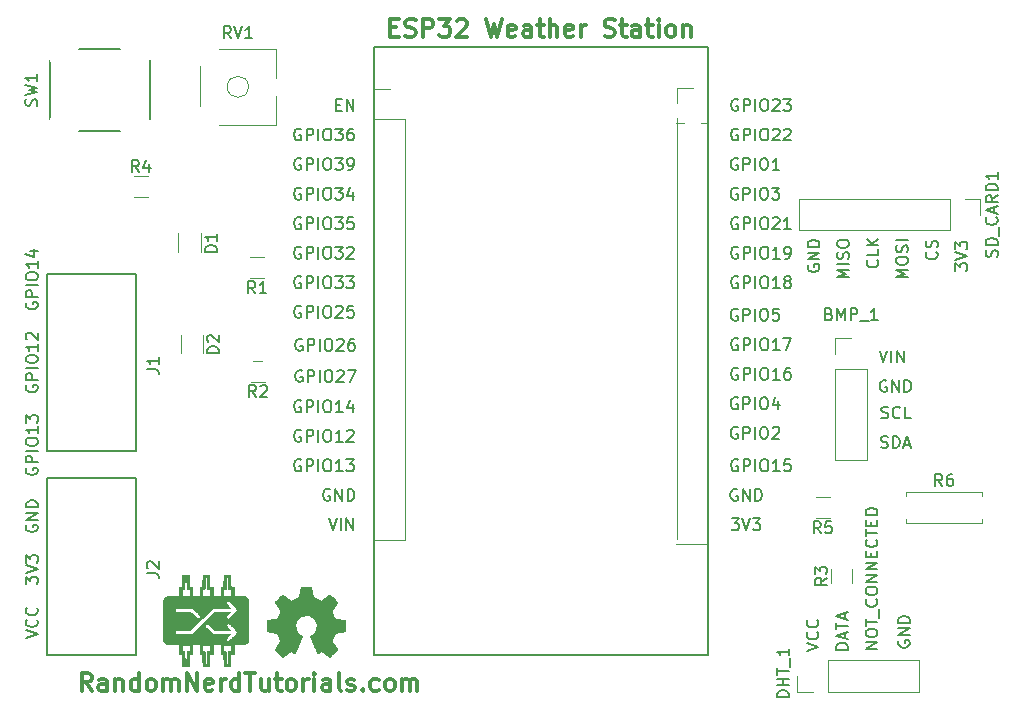
<source format=gbr>
G04 #@! TF.FileFunction,Legend,Top*
%FSLAX46Y46*%
G04 Gerber Fmt 4.6, Leading zero omitted, Abs format (unit mm)*
G04 Created by KiCad (PCBNEW 4.0.7) date 01/13/18 10:07:04*
%MOMM*%
%LPD*%
G01*
G04 APERTURE LIST*
%ADD10C,0.100000*%
%ADD11C,0.300000*%
%ADD12C,0.150000*%
%ADD13C,0.120000*%
%ADD14C,0.010000*%
%ADD15C,2.400000*%
%ADD16R,1.900000X1.700000*%
%ADD17R,2.100000X2.100000*%
%ADD18O,2.100000X2.100000*%
%ADD19R,2.100000X2.400000*%
%ADD20R,1.700000X1.900000*%
%ADD21C,2.000000*%
%ADD22O,2.000000X2.000000*%
%ADD23C,2.020000*%
G04 APERTURE END LIST*
D10*
D11*
X88293657Y-122293771D02*
X87793657Y-121579486D01*
X87436514Y-122293771D02*
X87436514Y-120793771D01*
X88007942Y-120793771D01*
X88150800Y-120865200D01*
X88222228Y-120936629D01*
X88293657Y-121079486D01*
X88293657Y-121293771D01*
X88222228Y-121436629D01*
X88150800Y-121508057D01*
X88007942Y-121579486D01*
X87436514Y-121579486D01*
X89579371Y-122293771D02*
X89579371Y-121508057D01*
X89507942Y-121365200D01*
X89365085Y-121293771D01*
X89079371Y-121293771D01*
X88936514Y-121365200D01*
X89579371Y-122222343D02*
X89436514Y-122293771D01*
X89079371Y-122293771D01*
X88936514Y-122222343D01*
X88865085Y-122079486D01*
X88865085Y-121936629D01*
X88936514Y-121793771D01*
X89079371Y-121722343D01*
X89436514Y-121722343D01*
X89579371Y-121650914D01*
X90293657Y-121293771D02*
X90293657Y-122293771D01*
X90293657Y-121436629D02*
X90365085Y-121365200D01*
X90507943Y-121293771D01*
X90722228Y-121293771D01*
X90865085Y-121365200D01*
X90936514Y-121508057D01*
X90936514Y-122293771D01*
X92293657Y-122293771D02*
X92293657Y-120793771D01*
X92293657Y-122222343D02*
X92150800Y-122293771D01*
X91865086Y-122293771D01*
X91722228Y-122222343D01*
X91650800Y-122150914D01*
X91579371Y-122008057D01*
X91579371Y-121579486D01*
X91650800Y-121436629D01*
X91722228Y-121365200D01*
X91865086Y-121293771D01*
X92150800Y-121293771D01*
X92293657Y-121365200D01*
X93222229Y-122293771D02*
X93079371Y-122222343D01*
X93007943Y-122150914D01*
X92936514Y-122008057D01*
X92936514Y-121579486D01*
X93007943Y-121436629D01*
X93079371Y-121365200D01*
X93222229Y-121293771D01*
X93436514Y-121293771D01*
X93579371Y-121365200D01*
X93650800Y-121436629D01*
X93722229Y-121579486D01*
X93722229Y-122008057D01*
X93650800Y-122150914D01*
X93579371Y-122222343D01*
X93436514Y-122293771D01*
X93222229Y-122293771D01*
X94365086Y-122293771D02*
X94365086Y-121293771D01*
X94365086Y-121436629D02*
X94436514Y-121365200D01*
X94579372Y-121293771D01*
X94793657Y-121293771D01*
X94936514Y-121365200D01*
X95007943Y-121508057D01*
X95007943Y-122293771D01*
X95007943Y-121508057D02*
X95079372Y-121365200D01*
X95222229Y-121293771D01*
X95436514Y-121293771D01*
X95579372Y-121365200D01*
X95650800Y-121508057D01*
X95650800Y-122293771D01*
X96365086Y-122293771D02*
X96365086Y-120793771D01*
X97222229Y-122293771D01*
X97222229Y-120793771D01*
X98507943Y-122222343D02*
X98365086Y-122293771D01*
X98079372Y-122293771D01*
X97936515Y-122222343D01*
X97865086Y-122079486D01*
X97865086Y-121508057D01*
X97936515Y-121365200D01*
X98079372Y-121293771D01*
X98365086Y-121293771D01*
X98507943Y-121365200D01*
X98579372Y-121508057D01*
X98579372Y-121650914D01*
X97865086Y-121793771D01*
X99222229Y-122293771D02*
X99222229Y-121293771D01*
X99222229Y-121579486D02*
X99293657Y-121436629D01*
X99365086Y-121365200D01*
X99507943Y-121293771D01*
X99650800Y-121293771D01*
X100793657Y-122293771D02*
X100793657Y-120793771D01*
X100793657Y-122222343D02*
X100650800Y-122293771D01*
X100365086Y-122293771D01*
X100222228Y-122222343D01*
X100150800Y-122150914D01*
X100079371Y-122008057D01*
X100079371Y-121579486D01*
X100150800Y-121436629D01*
X100222228Y-121365200D01*
X100365086Y-121293771D01*
X100650800Y-121293771D01*
X100793657Y-121365200D01*
X101293657Y-120793771D02*
X102150800Y-120793771D01*
X101722229Y-122293771D02*
X101722229Y-120793771D01*
X103293657Y-121293771D02*
X103293657Y-122293771D01*
X102650800Y-121293771D02*
X102650800Y-122079486D01*
X102722228Y-122222343D01*
X102865086Y-122293771D01*
X103079371Y-122293771D01*
X103222228Y-122222343D01*
X103293657Y-122150914D01*
X103793657Y-121293771D02*
X104365086Y-121293771D01*
X104007943Y-120793771D02*
X104007943Y-122079486D01*
X104079371Y-122222343D01*
X104222229Y-122293771D01*
X104365086Y-122293771D01*
X105079372Y-122293771D02*
X104936514Y-122222343D01*
X104865086Y-122150914D01*
X104793657Y-122008057D01*
X104793657Y-121579486D01*
X104865086Y-121436629D01*
X104936514Y-121365200D01*
X105079372Y-121293771D01*
X105293657Y-121293771D01*
X105436514Y-121365200D01*
X105507943Y-121436629D01*
X105579372Y-121579486D01*
X105579372Y-122008057D01*
X105507943Y-122150914D01*
X105436514Y-122222343D01*
X105293657Y-122293771D01*
X105079372Y-122293771D01*
X106222229Y-122293771D02*
X106222229Y-121293771D01*
X106222229Y-121579486D02*
X106293657Y-121436629D01*
X106365086Y-121365200D01*
X106507943Y-121293771D01*
X106650800Y-121293771D01*
X107150800Y-122293771D02*
X107150800Y-121293771D01*
X107150800Y-120793771D02*
X107079371Y-120865200D01*
X107150800Y-120936629D01*
X107222228Y-120865200D01*
X107150800Y-120793771D01*
X107150800Y-120936629D01*
X108507943Y-122293771D02*
X108507943Y-121508057D01*
X108436514Y-121365200D01*
X108293657Y-121293771D01*
X108007943Y-121293771D01*
X107865086Y-121365200D01*
X108507943Y-122222343D02*
X108365086Y-122293771D01*
X108007943Y-122293771D01*
X107865086Y-122222343D01*
X107793657Y-122079486D01*
X107793657Y-121936629D01*
X107865086Y-121793771D01*
X108007943Y-121722343D01*
X108365086Y-121722343D01*
X108507943Y-121650914D01*
X109436515Y-122293771D02*
X109293657Y-122222343D01*
X109222229Y-122079486D01*
X109222229Y-120793771D01*
X109936514Y-122222343D02*
X110079371Y-122293771D01*
X110365086Y-122293771D01*
X110507943Y-122222343D01*
X110579371Y-122079486D01*
X110579371Y-122008057D01*
X110507943Y-121865200D01*
X110365086Y-121793771D01*
X110150800Y-121793771D01*
X110007943Y-121722343D01*
X109936514Y-121579486D01*
X109936514Y-121508057D01*
X110007943Y-121365200D01*
X110150800Y-121293771D01*
X110365086Y-121293771D01*
X110507943Y-121365200D01*
X111222229Y-122150914D02*
X111293657Y-122222343D01*
X111222229Y-122293771D01*
X111150800Y-122222343D01*
X111222229Y-122150914D01*
X111222229Y-122293771D01*
X112579372Y-122222343D02*
X112436515Y-122293771D01*
X112150801Y-122293771D01*
X112007943Y-122222343D01*
X111936515Y-122150914D01*
X111865086Y-122008057D01*
X111865086Y-121579486D01*
X111936515Y-121436629D01*
X112007943Y-121365200D01*
X112150801Y-121293771D01*
X112436515Y-121293771D01*
X112579372Y-121365200D01*
X113436515Y-122293771D02*
X113293657Y-122222343D01*
X113222229Y-122150914D01*
X113150800Y-122008057D01*
X113150800Y-121579486D01*
X113222229Y-121436629D01*
X113293657Y-121365200D01*
X113436515Y-121293771D01*
X113650800Y-121293771D01*
X113793657Y-121365200D01*
X113865086Y-121436629D01*
X113936515Y-121579486D01*
X113936515Y-122008057D01*
X113865086Y-122150914D01*
X113793657Y-122222343D01*
X113650800Y-122293771D01*
X113436515Y-122293771D01*
X114579372Y-122293771D02*
X114579372Y-121293771D01*
X114579372Y-121436629D02*
X114650800Y-121365200D01*
X114793658Y-121293771D01*
X115007943Y-121293771D01*
X115150800Y-121365200D01*
X115222229Y-121508057D01*
X115222229Y-122293771D01*
X115222229Y-121508057D02*
X115293658Y-121365200D01*
X115436515Y-121293771D01*
X115650800Y-121293771D01*
X115793658Y-121365200D01*
X115865086Y-121508057D01*
X115865086Y-122293771D01*
X113574515Y-66136057D02*
X114074515Y-66136057D01*
X114288801Y-66921771D02*
X113574515Y-66921771D01*
X113574515Y-65421771D01*
X114288801Y-65421771D01*
X114860229Y-66850343D02*
X115074515Y-66921771D01*
X115431658Y-66921771D01*
X115574515Y-66850343D01*
X115645944Y-66778914D01*
X115717372Y-66636057D01*
X115717372Y-66493200D01*
X115645944Y-66350343D01*
X115574515Y-66278914D01*
X115431658Y-66207486D01*
X115145944Y-66136057D01*
X115003086Y-66064629D01*
X114931658Y-65993200D01*
X114860229Y-65850343D01*
X114860229Y-65707486D01*
X114931658Y-65564629D01*
X115003086Y-65493200D01*
X115145944Y-65421771D01*
X115503086Y-65421771D01*
X115717372Y-65493200D01*
X116360229Y-66921771D02*
X116360229Y-65421771D01*
X116931657Y-65421771D01*
X117074515Y-65493200D01*
X117145943Y-65564629D01*
X117217372Y-65707486D01*
X117217372Y-65921771D01*
X117145943Y-66064629D01*
X117074515Y-66136057D01*
X116931657Y-66207486D01*
X116360229Y-66207486D01*
X117717372Y-65421771D02*
X118645943Y-65421771D01*
X118145943Y-65993200D01*
X118360229Y-65993200D01*
X118503086Y-66064629D01*
X118574515Y-66136057D01*
X118645943Y-66278914D01*
X118645943Y-66636057D01*
X118574515Y-66778914D01*
X118503086Y-66850343D01*
X118360229Y-66921771D01*
X117931657Y-66921771D01*
X117788800Y-66850343D01*
X117717372Y-66778914D01*
X119217371Y-65564629D02*
X119288800Y-65493200D01*
X119431657Y-65421771D01*
X119788800Y-65421771D01*
X119931657Y-65493200D01*
X120003086Y-65564629D01*
X120074514Y-65707486D01*
X120074514Y-65850343D01*
X120003086Y-66064629D01*
X119145943Y-66921771D01*
X120074514Y-66921771D01*
X121717371Y-65421771D02*
X122074514Y-66921771D01*
X122360228Y-65850343D01*
X122645942Y-66921771D01*
X123003085Y-65421771D01*
X124145942Y-66850343D02*
X124003085Y-66921771D01*
X123717371Y-66921771D01*
X123574514Y-66850343D01*
X123503085Y-66707486D01*
X123503085Y-66136057D01*
X123574514Y-65993200D01*
X123717371Y-65921771D01*
X124003085Y-65921771D01*
X124145942Y-65993200D01*
X124217371Y-66136057D01*
X124217371Y-66278914D01*
X123503085Y-66421771D01*
X125503085Y-66921771D02*
X125503085Y-66136057D01*
X125431656Y-65993200D01*
X125288799Y-65921771D01*
X125003085Y-65921771D01*
X124860228Y-65993200D01*
X125503085Y-66850343D02*
X125360228Y-66921771D01*
X125003085Y-66921771D01*
X124860228Y-66850343D01*
X124788799Y-66707486D01*
X124788799Y-66564629D01*
X124860228Y-66421771D01*
X125003085Y-66350343D01*
X125360228Y-66350343D01*
X125503085Y-66278914D01*
X126003085Y-65921771D02*
X126574514Y-65921771D01*
X126217371Y-65421771D02*
X126217371Y-66707486D01*
X126288799Y-66850343D01*
X126431657Y-66921771D01*
X126574514Y-66921771D01*
X127074514Y-66921771D02*
X127074514Y-65421771D01*
X127717371Y-66921771D02*
X127717371Y-66136057D01*
X127645942Y-65993200D01*
X127503085Y-65921771D01*
X127288800Y-65921771D01*
X127145942Y-65993200D01*
X127074514Y-66064629D01*
X129003085Y-66850343D02*
X128860228Y-66921771D01*
X128574514Y-66921771D01*
X128431657Y-66850343D01*
X128360228Y-66707486D01*
X128360228Y-66136057D01*
X128431657Y-65993200D01*
X128574514Y-65921771D01*
X128860228Y-65921771D01*
X129003085Y-65993200D01*
X129074514Y-66136057D01*
X129074514Y-66278914D01*
X128360228Y-66421771D01*
X129717371Y-66921771D02*
X129717371Y-65921771D01*
X129717371Y-66207486D02*
X129788799Y-66064629D01*
X129860228Y-65993200D01*
X130003085Y-65921771D01*
X130145942Y-65921771D01*
X131717370Y-66850343D02*
X131931656Y-66921771D01*
X132288799Y-66921771D01*
X132431656Y-66850343D01*
X132503085Y-66778914D01*
X132574513Y-66636057D01*
X132574513Y-66493200D01*
X132503085Y-66350343D01*
X132431656Y-66278914D01*
X132288799Y-66207486D01*
X132003085Y-66136057D01*
X131860227Y-66064629D01*
X131788799Y-65993200D01*
X131717370Y-65850343D01*
X131717370Y-65707486D01*
X131788799Y-65564629D01*
X131860227Y-65493200D01*
X132003085Y-65421771D01*
X132360227Y-65421771D01*
X132574513Y-65493200D01*
X133003084Y-65921771D02*
X133574513Y-65921771D01*
X133217370Y-65421771D02*
X133217370Y-66707486D01*
X133288798Y-66850343D01*
X133431656Y-66921771D01*
X133574513Y-66921771D01*
X134717370Y-66921771D02*
X134717370Y-66136057D01*
X134645941Y-65993200D01*
X134503084Y-65921771D01*
X134217370Y-65921771D01*
X134074513Y-65993200D01*
X134717370Y-66850343D02*
X134574513Y-66921771D01*
X134217370Y-66921771D01*
X134074513Y-66850343D01*
X134003084Y-66707486D01*
X134003084Y-66564629D01*
X134074513Y-66421771D01*
X134217370Y-66350343D01*
X134574513Y-66350343D01*
X134717370Y-66278914D01*
X135217370Y-65921771D02*
X135788799Y-65921771D01*
X135431656Y-65421771D02*
X135431656Y-66707486D01*
X135503084Y-66850343D01*
X135645942Y-66921771D01*
X135788799Y-66921771D01*
X136288799Y-66921771D02*
X136288799Y-65921771D01*
X136288799Y-65421771D02*
X136217370Y-65493200D01*
X136288799Y-65564629D01*
X136360227Y-65493200D01*
X136288799Y-65421771D01*
X136288799Y-65564629D01*
X137217371Y-66921771D02*
X137074513Y-66850343D01*
X137003085Y-66778914D01*
X136931656Y-66636057D01*
X136931656Y-66207486D01*
X137003085Y-66064629D01*
X137074513Y-65993200D01*
X137217371Y-65921771D01*
X137431656Y-65921771D01*
X137574513Y-65993200D01*
X137645942Y-66064629D01*
X137717371Y-66207486D01*
X137717371Y-66636057D01*
X137645942Y-66778914D01*
X137574513Y-66850343D01*
X137431656Y-66921771D01*
X137217371Y-66921771D01*
X138360228Y-65921771D02*
X138360228Y-66921771D01*
X138360228Y-66064629D02*
X138431656Y-65993200D01*
X138574514Y-65921771D01*
X138788799Y-65921771D01*
X138931656Y-65993200D01*
X139003085Y-66136057D01*
X139003085Y-66921771D01*
D12*
X84725000Y-73926000D02*
X84725000Y-68676000D01*
X93225000Y-73926000D02*
X93225000Y-68926000D01*
X87225000Y-67926000D02*
X90725000Y-67926000D01*
X87225000Y-74926000D02*
X90725000Y-74926000D01*
D13*
X101698500Y-85607000D02*
X102898500Y-85607000D01*
X102898500Y-87367000D02*
X101698500Y-87367000D01*
D12*
X92015000Y-119260000D02*
X92015000Y-104260000D01*
X92015000Y-104260000D02*
X84515000Y-104260000D01*
X84515000Y-104260000D02*
X84515000Y-119260000D01*
X92015000Y-119260000D02*
X84515000Y-119260000D01*
D13*
X148176000Y-80648500D02*
X148176000Y-83308500D01*
X160936000Y-80648500D02*
X148176000Y-80648500D01*
X160936000Y-83308500D02*
X148176000Y-83308500D01*
X160936000Y-80648500D02*
X160936000Y-83308500D01*
X162206000Y-80648500D02*
X163536000Y-80648500D01*
X163536000Y-80648500D02*
X163536000Y-81978500D01*
D12*
X92015000Y-101988000D02*
X92015000Y-86988000D01*
X92015000Y-86988000D02*
X84515000Y-86988000D01*
X84515000Y-86988000D02*
X84515000Y-101988000D01*
X92015000Y-101988000D02*
X84515000Y-101988000D01*
D13*
X151264500Y-102740000D02*
X153924500Y-102740000D01*
X151264500Y-95060000D02*
X151264500Y-102740000D01*
X153924500Y-95060000D02*
X153924500Y-102740000D01*
X151264500Y-95060000D02*
X153924500Y-95060000D01*
X151264500Y-93790000D02*
X151264500Y-92460000D01*
X151264500Y-92460000D02*
X152594500Y-92460000D01*
X97533500Y-81291500D02*
X95633500Y-81291500D01*
X95633500Y-81291500D02*
X95633500Y-85991500D01*
X97533500Y-81291500D02*
X97533500Y-85991500D01*
X97724000Y-89864000D02*
X95824000Y-89864000D01*
X95824000Y-89864000D02*
X95824000Y-94564000D01*
X97724000Y-89864000D02*
X97724000Y-94564000D01*
X158319200Y-122386400D02*
X158319200Y-119726400D01*
X150639200Y-122386400D02*
X158319200Y-122386400D01*
X150639200Y-119726400D02*
X158319200Y-119726400D01*
X150639200Y-122386400D02*
X150639200Y-119726400D01*
X149369200Y-122386400D02*
X148039200Y-122386400D01*
X148039200Y-122386400D02*
X148039200Y-121056400D01*
D12*
X140510000Y-67753000D02*
X112160000Y-67753000D01*
X140510000Y-76353000D02*
X140510000Y-67803000D01*
X112210000Y-67853000D02*
X112210000Y-119253000D01*
X112210000Y-119253000D02*
X140510000Y-119253000D01*
X140510000Y-119253000D02*
X140510000Y-76253000D01*
D13*
X137880000Y-71223000D02*
X139210000Y-71223000D01*
X137880000Y-72553000D02*
X137880000Y-71223000D01*
X137780000Y-74223000D02*
X140440000Y-74223000D01*
X140440000Y-74223000D02*
X140440000Y-109843000D01*
X137880000Y-73823000D02*
X137880000Y-109443000D01*
X137780000Y-109843000D02*
X140440000Y-109843000D01*
X137780000Y-109843000D02*
X140440000Y-109843000D01*
X137880000Y-73823000D02*
X137880000Y-109443000D01*
X140440000Y-74223000D02*
X140440000Y-109843000D01*
X137780000Y-74223000D02*
X140440000Y-74223000D01*
X137880000Y-72553000D02*
X137880000Y-71223000D01*
X137880000Y-71223000D02*
X139210000Y-71223000D01*
X112180000Y-71323000D02*
X113510000Y-71323000D01*
X112180000Y-72653000D02*
X112180000Y-71323000D01*
X112180000Y-73923000D02*
X114840000Y-73923000D01*
X114840000Y-73923000D02*
X114840000Y-109543000D01*
X112180000Y-73923000D02*
X112180000Y-109543000D01*
X112180000Y-109543000D02*
X114840000Y-109543000D01*
X112180000Y-109543000D02*
X114840000Y-109543000D01*
X112180000Y-73923000D02*
X112180000Y-109543000D01*
X114840000Y-73923000D02*
X114840000Y-109543000D01*
X112180000Y-73923000D02*
X114840000Y-73923000D01*
X112180000Y-72653000D02*
X112180000Y-71323000D01*
X112180000Y-71323000D02*
X113510000Y-71323000D01*
X101762000Y-94370000D02*
X102962000Y-94370000D01*
X102962000Y-96130000D02*
X101762000Y-96130000D01*
X152670400Y-111972800D02*
X152670400Y-113172800D01*
X150910400Y-113172800D02*
X150910400Y-111972800D01*
X93056000Y-80509000D02*
X91856000Y-80509000D01*
X91856000Y-78749000D02*
X93056000Y-78749000D01*
X149577500Y-105927000D02*
X150777500Y-105927000D01*
X150777500Y-107687000D02*
X149577500Y-107687000D01*
X157254500Y-105827000D02*
X157254500Y-105497000D01*
X157254500Y-105497000D02*
X163674500Y-105497000D01*
X163674500Y-105497000D02*
X163674500Y-105827000D01*
X157254500Y-107787000D02*
X157254500Y-108117000D01*
X157254500Y-108117000D02*
X163674500Y-108117000D01*
X163674500Y-108117000D02*
X163674500Y-107787000D01*
X101571000Y-71160000D02*
G75*
G03X101571000Y-71160000I-900000J0D01*
G01*
X99044000Y-67950000D02*
X103881000Y-67950000D01*
X99044000Y-74370000D02*
X103881000Y-74370000D01*
X97461000Y-69418000D02*
X97461000Y-72903000D01*
X103881000Y-67950000D02*
X103881000Y-70403000D01*
X103881000Y-71918000D02*
X103881000Y-74370000D01*
D14*
G36*
X106981814Y-113953331D02*
X107065635Y-114397955D01*
X107374920Y-114525453D01*
X107684206Y-114652951D01*
X108055246Y-114400646D01*
X108159157Y-114330396D01*
X108253087Y-114267672D01*
X108332652Y-114215338D01*
X108393470Y-114176257D01*
X108431157Y-114153293D01*
X108441421Y-114148342D01*
X108459910Y-114161076D01*
X108499420Y-114196282D01*
X108555522Y-114249462D01*
X108623787Y-114316118D01*
X108699786Y-114391754D01*
X108779092Y-114471872D01*
X108857275Y-114551974D01*
X108929907Y-114627564D01*
X108992559Y-114694145D01*
X109040803Y-114747218D01*
X109070210Y-114782287D01*
X109077241Y-114794023D01*
X109067123Y-114815660D01*
X109038759Y-114863062D01*
X108995129Y-114931593D01*
X108939218Y-115016615D01*
X108874006Y-115113493D01*
X108836219Y-115168750D01*
X108767343Y-115269648D01*
X108706140Y-115360699D01*
X108655578Y-115437370D01*
X108618628Y-115495128D01*
X108598258Y-115529443D01*
X108595197Y-115536654D01*
X108602136Y-115557148D01*
X108621051Y-115604913D01*
X108649087Y-115673232D01*
X108683391Y-115755389D01*
X108721109Y-115844670D01*
X108759387Y-115934358D01*
X108795370Y-116017738D01*
X108826206Y-116088094D01*
X108849039Y-116138710D01*
X108861017Y-116162871D01*
X108861724Y-116163822D01*
X108880531Y-116168436D01*
X108930618Y-116178728D01*
X109006793Y-116193687D01*
X109103865Y-116212301D01*
X109216643Y-116233559D01*
X109282442Y-116245818D01*
X109402950Y-116268762D01*
X109511797Y-116290595D01*
X109603476Y-116310122D01*
X109672481Y-116326148D01*
X109713304Y-116337479D01*
X109721511Y-116341074D01*
X109729548Y-116365406D01*
X109736033Y-116420359D01*
X109740970Y-116499508D01*
X109744364Y-116596426D01*
X109746218Y-116704687D01*
X109746538Y-116817865D01*
X109745327Y-116929535D01*
X109742590Y-117033268D01*
X109738331Y-117122641D01*
X109732555Y-117191226D01*
X109725267Y-117232597D01*
X109720895Y-117241210D01*
X109694764Y-117251533D01*
X109639393Y-117266292D01*
X109562107Y-117283752D01*
X109470230Y-117302180D01*
X109438158Y-117308141D01*
X109283524Y-117336466D01*
X109161375Y-117359276D01*
X109067673Y-117377480D01*
X108998384Y-117391983D01*
X108949471Y-117403692D01*
X108916897Y-117413515D01*
X108896628Y-117422356D01*
X108884626Y-117431124D01*
X108882947Y-117432857D01*
X108866184Y-117460771D01*
X108840614Y-117515095D01*
X108808788Y-117589177D01*
X108773260Y-117676365D01*
X108736583Y-117770008D01*
X108701311Y-117863452D01*
X108669996Y-117950047D01*
X108645193Y-118023140D01*
X108629454Y-118076078D01*
X108625332Y-118102211D01*
X108625676Y-118103126D01*
X108639641Y-118124486D01*
X108671322Y-118171484D01*
X108717391Y-118239227D01*
X108774518Y-118322823D01*
X108839373Y-118417382D01*
X108857843Y-118444254D01*
X108923699Y-118541675D01*
X108981650Y-118630563D01*
X109028538Y-118705812D01*
X109061207Y-118762320D01*
X109076500Y-118794981D01*
X109077241Y-118798993D01*
X109064392Y-118820084D01*
X109028888Y-118861864D01*
X108975293Y-118919845D01*
X108908171Y-118989535D01*
X108832087Y-119066445D01*
X108751604Y-119146083D01*
X108671287Y-119223961D01*
X108595699Y-119295586D01*
X108529405Y-119356470D01*
X108476969Y-119402121D01*
X108442955Y-119428050D01*
X108433545Y-119432283D01*
X108411643Y-119422312D01*
X108366800Y-119395420D01*
X108306321Y-119356136D01*
X108259789Y-119324517D01*
X108175475Y-119266498D01*
X108075626Y-119198184D01*
X107975473Y-119129979D01*
X107921627Y-119093475D01*
X107739371Y-118970200D01*
X107586381Y-119052920D01*
X107516682Y-119089159D01*
X107457414Y-119117326D01*
X107417311Y-119133391D01*
X107407103Y-119135626D01*
X107394829Y-119119122D01*
X107370613Y-119072482D01*
X107336263Y-119000009D01*
X107293588Y-118906006D01*
X107244394Y-118794774D01*
X107190490Y-118670615D01*
X107133684Y-118537832D01*
X107075782Y-118400727D01*
X107018593Y-118263602D01*
X106963924Y-118130758D01*
X106913584Y-118006498D01*
X106869380Y-117895125D01*
X106833119Y-117800939D01*
X106806609Y-117728244D01*
X106791658Y-117681341D01*
X106789254Y-117665233D01*
X106808311Y-117644686D01*
X106850036Y-117611333D01*
X106905706Y-117572102D01*
X106910378Y-117568999D01*
X107054264Y-117453823D01*
X107170283Y-117319453D01*
X107257430Y-117170184D01*
X107314699Y-117010313D01*
X107341086Y-116844137D01*
X107335585Y-116675952D01*
X107297190Y-116510055D01*
X107224895Y-116350742D01*
X107203626Y-116315887D01*
X107092996Y-116175137D01*
X106962302Y-116062114D01*
X106816064Y-115977403D01*
X106658808Y-115921594D01*
X106495057Y-115895274D01*
X106329333Y-115899030D01*
X106166162Y-115933450D01*
X106010065Y-115999123D01*
X105865567Y-116096635D01*
X105820869Y-116136213D01*
X105707112Y-116260103D01*
X105624218Y-116390524D01*
X105567356Y-116536715D01*
X105535687Y-116681488D01*
X105527869Y-116844260D01*
X105553938Y-117007840D01*
X105611245Y-117166698D01*
X105697144Y-117315306D01*
X105808986Y-117448135D01*
X105944123Y-117559656D01*
X105961883Y-117571411D01*
X106018150Y-117609908D01*
X106060923Y-117643263D01*
X106081372Y-117664560D01*
X106081669Y-117665233D01*
X106077279Y-117688271D01*
X106059876Y-117740557D01*
X106031268Y-117817790D01*
X105993265Y-117915668D01*
X105947674Y-118029891D01*
X105896303Y-118156158D01*
X105840962Y-118290167D01*
X105783458Y-118427618D01*
X105725601Y-118564208D01*
X105669198Y-118695637D01*
X105616058Y-118817605D01*
X105567990Y-118925809D01*
X105526801Y-119015949D01*
X105494301Y-119083723D01*
X105472297Y-119124830D01*
X105463436Y-119135626D01*
X105436360Y-119127219D01*
X105385697Y-119104672D01*
X105320183Y-119072013D01*
X105284159Y-119052920D01*
X105131168Y-118970200D01*
X104948912Y-119093475D01*
X104855875Y-119156628D01*
X104754015Y-119226127D01*
X104658562Y-119291565D01*
X104610750Y-119324517D01*
X104543505Y-119369673D01*
X104486564Y-119405457D01*
X104447354Y-119427338D01*
X104434619Y-119431963D01*
X104416083Y-119419485D01*
X104375059Y-119384652D01*
X104315525Y-119331078D01*
X104241458Y-119262383D01*
X104156835Y-119182181D01*
X104103315Y-119130686D01*
X104009681Y-119038686D01*
X103928759Y-118956399D01*
X103863823Y-118887345D01*
X103818142Y-118835044D01*
X103794989Y-118803016D01*
X103792768Y-118796516D01*
X103803076Y-118771794D01*
X103831561Y-118721805D01*
X103875063Y-118651612D01*
X103930423Y-118566275D01*
X103994480Y-118470856D01*
X104012697Y-118444254D01*
X104079073Y-118347567D01*
X104138622Y-118260517D01*
X104188016Y-118187995D01*
X104223925Y-118134893D01*
X104243019Y-118106103D01*
X104244864Y-118103126D01*
X104242105Y-118080182D01*
X104227462Y-118029736D01*
X104203487Y-117958441D01*
X104172734Y-117872947D01*
X104137756Y-117779907D01*
X104101107Y-117685974D01*
X104065339Y-117597799D01*
X104033006Y-117522034D01*
X104006662Y-117465331D01*
X103988858Y-117434343D01*
X103987593Y-117432857D01*
X103976706Y-117424001D01*
X103958318Y-117415243D01*
X103928394Y-117405677D01*
X103882897Y-117394396D01*
X103817791Y-117380493D01*
X103729039Y-117363063D01*
X103612607Y-117341198D01*
X103464458Y-117313991D01*
X103432382Y-117308141D01*
X103337314Y-117289774D01*
X103254435Y-117271805D01*
X103191070Y-117255969D01*
X103154542Y-117244000D01*
X103149644Y-117241210D01*
X103141573Y-117216472D01*
X103135013Y-117161190D01*
X103129967Y-117081789D01*
X103126441Y-116984696D01*
X103124439Y-116876338D01*
X103123964Y-116763140D01*
X103125023Y-116651528D01*
X103127618Y-116547929D01*
X103131754Y-116458768D01*
X103137437Y-116390472D01*
X103144669Y-116349466D01*
X103149029Y-116341074D01*
X103173302Y-116332608D01*
X103228574Y-116318835D01*
X103309338Y-116300950D01*
X103410088Y-116280148D01*
X103525317Y-116257623D01*
X103588098Y-116245818D01*
X103707213Y-116223551D01*
X103813435Y-116203379D01*
X103901573Y-116186315D01*
X103966434Y-116173369D01*
X104002826Y-116165555D01*
X104008816Y-116163822D01*
X104018939Y-116144290D01*
X104040338Y-116097243D01*
X104070161Y-116029403D01*
X104105555Y-115947491D01*
X104143668Y-115858228D01*
X104181647Y-115768335D01*
X104216640Y-115684535D01*
X104245794Y-115613547D01*
X104266257Y-115562094D01*
X104275177Y-115536897D01*
X104275343Y-115535796D01*
X104265231Y-115515919D01*
X104236883Y-115470177D01*
X104193277Y-115403117D01*
X104137394Y-115319284D01*
X104072213Y-115223226D01*
X104034321Y-115168050D01*
X103965275Y-115066881D01*
X103903950Y-114975030D01*
X103853337Y-114897144D01*
X103816429Y-114837869D01*
X103796218Y-114801851D01*
X103793299Y-114793777D01*
X103805847Y-114774984D01*
X103840537Y-114734857D01*
X103892937Y-114677893D01*
X103958616Y-114608585D01*
X104033144Y-114531431D01*
X104112087Y-114450925D01*
X104191017Y-114371563D01*
X104265500Y-114297840D01*
X104331106Y-114234252D01*
X104383404Y-114185294D01*
X104417961Y-114155461D01*
X104429522Y-114148342D01*
X104448346Y-114158353D01*
X104493369Y-114186478D01*
X104560213Y-114229854D01*
X104644501Y-114285618D01*
X104741856Y-114350906D01*
X104815293Y-114400646D01*
X105186333Y-114652951D01*
X105804905Y-114397955D01*
X105888725Y-113953331D01*
X105972546Y-113508707D01*
X106897994Y-113508707D01*
X106981814Y-113953331D01*
X106981814Y-113953331D01*
G37*
X106981814Y-113953331D02*
X107065635Y-114397955D01*
X107374920Y-114525453D01*
X107684206Y-114652951D01*
X108055246Y-114400646D01*
X108159157Y-114330396D01*
X108253087Y-114267672D01*
X108332652Y-114215338D01*
X108393470Y-114176257D01*
X108431157Y-114153293D01*
X108441421Y-114148342D01*
X108459910Y-114161076D01*
X108499420Y-114196282D01*
X108555522Y-114249462D01*
X108623787Y-114316118D01*
X108699786Y-114391754D01*
X108779092Y-114471872D01*
X108857275Y-114551974D01*
X108929907Y-114627564D01*
X108992559Y-114694145D01*
X109040803Y-114747218D01*
X109070210Y-114782287D01*
X109077241Y-114794023D01*
X109067123Y-114815660D01*
X109038759Y-114863062D01*
X108995129Y-114931593D01*
X108939218Y-115016615D01*
X108874006Y-115113493D01*
X108836219Y-115168750D01*
X108767343Y-115269648D01*
X108706140Y-115360699D01*
X108655578Y-115437370D01*
X108618628Y-115495128D01*
X108598258Y-115529443D01*
X108595197Y-115536654D01*
X108602136Y-115557148D01*
X108621051Y-115604913D01*
X108649087Y-115673232D01*
X108683391Y-115755389D01*
X108721109Y-115844670D01*
X108759387Y-115934358D01*
X108795370Y-116017738D01*
X108826206Y-116088094D01*
X108849039Y-116138710D01*
X108861017Y-116162871D01*
X108861724Y-116163822D01*
X108880531Y-116168436D01*
X108930618Y-116178728D01*
X109006793Y-116193687D01*
X109103865Y-116212301D01*
X109216643Y-116233559D01*
X109282442Y-116245818D01*
X109402950Y-116268762D01*
X109511797Y-116290595D01*
X109603476Y-116310122D01*
X109672481Y-116326148D01*
X109713304Y-116337479D01*
X109721511Y-116341074D01*
X109729548Y-116365406D01*
X109736033Y-116420359D01*
X109740970Y-116499508D01*
X109744364Y-116596426D01*
X109746218Y-116704687D01*
X109746538Y-116817865D01*
X109745327Y-116929535D01*
X109742590Y-117033268D01*
X109738331Y-117122641D01*
X109732555Y-117191226D01*
X109725267Y-117232597D01*
X109720895Y-117241210D01*
X109694764Y-117251533D01*
X109639393Y-117266292D01*
X109562107Y-117283752D01*
X109470230Y-117302180D01*
X109438158Y-117308141D01*
X109283524Y-117336466D01*
X109161375Y-117359276D01*
X109067673Y-117377480D01*
X108998384Y-117391983D01*
X108949471Y-117403692D01*
X108916897Y-117413515D01*
X108896628Y-117422356D01*
X108884626Y-117431124D01*
X108882947Y-117432857D01*
X108866184Y-117460771D01*
X108840614Y-117515095D01*
X108808788Y-117589177D01*
X108773260Y-117676365D01*
X108736583Y-117770008D01*
X108701311Y-117863452D01*
X108669996Y-117950047D01*
X108645193Y-118023140D01*
X108629454Y-118076078D01*
X108625332Y-118102211D01*
X108625676Y-118103126D01*
X108639641Y-118124486D01*
X108671322Y-118171484D01*
X108717391Y-118239227D01*
X108774518Y-118322823D01*
X108839373Y-118417382D01*
X108857843Y-118444254D01*
X108923699Y-118541675D01*
X108981650Y-118630563D01*
X109028538Y-118705812D01*
X109061207Y-118762320D01*
X109076500Y-118794981D01*
X109077241Y-118798993D01*
X109064392Y-118820084D01*
X109028888Y-118861864D01*
X108975293Y-118919845D01*
X108908171Y-118989535D01*
X108832087Y-119066445D01*
X108751604Y-119146083D01*
X108671287Y-119223961D01*
X108595699Y-119295586D01*
X108529405Y-119356470D01*
X108476969Y-119402121D01*
X108442955Y-119428050D01*
X108433545Y-119432283D01*
X108411643Y-119422312D01*
X108366800Y-119395420D01*
X108306321Y-119356136D01*
X108259789Y-119324517D01*
X108175475Y-119266498D01*
X108075626Y-119198184D01*
X107975473Y-119129979D01*
X107921627Y-119093475D01*
X107739371Y-118970200D01*
X107586381Y-119052920D01*
X107516682Y-119089159D01*
X107457414Y-119117326D01*
X107417311Y-119133391D01*
X107407103Y-119135626D01*
X107394829Y-119119122D01*
X107370613Y-119072482D01*
X107336263Y-119000009D01*
X107293588Y-118906006D01*
X107244394Y-118794774D01*
X107190490Y-118670615D01*
X107133684Y-118537832D01*
X107075782Y-118400727D01*
X107018593Y-118263602D01*
X106963924Y-118130758D01*
X106913584Y-118006498D01*
X106869380Y-117895125D01*
X106833119Y-117800939D01*
X106806609Y-117728244D01*
X106791658Y-117681341D01*
X106789254Y-117665233D01*
X106808311Y-117644686D01*
X106850036Y-117611333D01*
X106905706Y-117572102D01*
X106910378Y-117568999D01*
X107054264Y-117453823D01*
X107170283Y-117319453D01*
X107257430Y-117170184D01*
X107314699Y-117010313D01*
X107341086Y-116844137D01*
X107335585Y-116675952D01*
X107297190Y-116510055D01*
X107224895Y-116350742D01*
X107203626Y-116315887D01*
X107092996Y-116175137D01*
X106962302Y-116062114D01*
X106816064Y-115977403D01*
X106658808Y-115921594D01*
X106495057Y-115895274D01*
X106329333Y-115899030D01*
X106166162Y-115933450D01*
X106010065Y-115999123D01*
X105865567Y-116096635D01*
X105820869Y-116136213D01*
X105707112Y-116260103D01*
X105624218Y-116390524D01*
X105567356Y-116536715D01*
X105535687Y-116681488D01*
X105527869Y-116844260D01*
X105553938Y-117007840D01*
X105611245Y-117166698D01*
X105697144Y-117315306D01*
X105808986Y-117448135D01*
X105944123Y-117559656D01*
X105961883Y-117571411D01*
X106018150Y-117609908D01*
X106060923Y-117643263D01*
X106081372Y-117664560D01*
X106081669Y-117665233D01*
X106077279Y-117688271D01*
X106059876Y-117740557D01*
X106031268Y-117817790D01*
X105993265Y-117915668D01*
X105947674Y-118029891D01*
X105896303Y-118156158D01*
X105840962Y-118290167D01*
X105783458Y-118427618D01*
X105725601Y-118564208D01*
X105669198Y-118695637D01*
X105616058Y-118817605D01*
X105567990Y-118925809D01*
X105526801Y-119015949D01*
X105494301Y-119083723D01*
X105472297Y-119124830D01*
X105463436Y-119135626D01*
X105436360Y-119127219D01*
X105385697Y-119104672D01*
X105320183Y-119072013D01*
X105284159Y-119052920D01*
X105131168Y-118970200D01*
X104948912Y-119093475D01*
X104855875Y-119156628D01*
X104754015Y-119226127D01*
X104658562Y-119291565D01*
X104610750Y-119324517D01*
X104543505Y-119369673D01*
X104486564Y-119405457D01*
X104447354Y-119427338D01*
X104434619Y-119431963D01*
X104416083Y-119419485D01*
X104375059Y-119384652D01*
X104315525Y-119331078D01*
X104241458Y-119262383D01*
X104156835Y-119182181D01*
X104103315Y-119130686D01*
X104009681Y-119038686D01*
X103928759Y-118956399D01*
X103863823Y-118887345D01*
X103818142Y-118835044D01*
X103794989Y-118803016D01*
X103792768Y-118796516D01*
X103803076Y-118771794D01*
X103831561Y-118721805D01*
X103875063Y-118651612D01*
X103930423Y-118566275D01*
X103994480Y-118470856D01*
X104012697Y-118444254D01*
X104079073Y-118347567D01*
X104138622Y-118260517D01*
X104188016Y-118187995D01*
X104223925Y-118134893D01*
X104243019Y-118106103D01*
X104244864Y-118103126D01*
X104242105Y-118080182D01*
X104227462Y-118029736D01*
X104203487Y-117958441D01*
X104172734Y-117872947D01*
X104137756Y-117779907D01*
X104101107Y-117685974D01*
X104065339Y-117597799D01*
X104033006Y-117522034D01*
X104006662Y-117465331D01*
X103988858Y-117434343D01*
X103987593Y-117432857D01*
X103976706Y-117424001D01*
X103958318Y-117415243D01*
X103928394Y-117405677D01*
X103882897Y-117394396D01*
X103817791Y-117380493D01*
X103729039Y-117363063D01*
X103612607Y-117341198D01*
X103464458Y-117313991D01*
X103432382Y-117308141D01*
X103337314Y-117289774D01*
X103254435Y-117271805D01*
X103191070Y-117255969D01*
X103154542Y-117244000D01*
X103149644Y-117241210D01*
X103141573Y-117216472D01*
X103135013Y-117161190D01*
X103129967Y-117081789D01*
X103126441Y-116984696D01*
X103124439Y-116876338D01*
X103123964Y-116763140D01*
X103125023Y-116651528D01*
X103127618Y-116547929D01*
X103131754Y-116458768D01*
X103137437Y-116390472D01*
X103144669Y-116349466D01*
X103149029Y-116341074D01*
X103173302Y-116332608D01*
X103228574Y-116318835D01*
X103309338Y-116300950D01*
X103410088Y-116280148D01*
X103525317Y-116257623D01*
X103588098Y-116245818D01*
X103707213Y-116223551D01*
X103813435Y-116203379D01*
X103901573Y-116186315D01*
X103966434Y-116173369D01*
X104002826Y-116165555D01*
X104008816Y-116163822D01*
X104018939Y-116144290D01*
X104040338Y-116097243D01*
X104070161Y-116029403D01*
X104105555Y-115947491D01*
X104143668Y-115858228D01*
X104181647Y-115768335D01*
X104216640Y-115684535D01*
X104245794Y-115613547D01*
X104266257Y-115562094D01*
X104275177Y-115536897D01*
X104275343Y-115535796D01*
X104265231Y-115515919D01*
X104236883Y-115470177D01*
X104193277Y-115403117D01*
X104137394Y-115319284D01*
X104072213Y-115223226D01*
X104034321Y-115168050D01*
X103965275Y-115066881D01*
X103903950Y-114975030D01*
X103853337Y-114897144D01*
X103816429Y-114837869D01*
X103796218Y-114801851D01*
X103793299Y-114793777D01*
X103805847Y-114774984D01*
X103840537Y-114734857D01*
X103892937Y-114677893D01*
X103958616Y-114608585D01*
X104033144Y-114531431D01*
X104112087Y-114450925D01*
X104191017Y-114371563D01*
X104265500Y-114297840D01*
X104331106Y-114234252D01*
X104383404Y-114185294D01*
X104417961Y-114155461D01*
X104429522Y-114148342D01*
X104448346Y-114158353D01*
X104493369Y-114186478D01*
X104560213Y-114229854D01*
X104644501Y-114285618D01*
X104741856Y-114350906D01*
X104815293Y-114400646D01*
X105186333Y-114652951D01*
X105804905Y-114397955D01*
X105888725Y-113953331D01*
X105972546Y-113508707D01*
X106897994Y-113508707D01*
X106981814Y-113953331D01*
G36*
X96500076Y-112541987D02*
X96500956Y-112588214D01*
X96502492Y-112627685D01*
X96504373Y-112652784D01*
X96504655Y-112654772D01*
X96506329Y-112673661D01*
X96508597Y-112711255D01*
X96511231Y-112763184D01*
X96514006Y-112825075D01*
X96515954Y-112873060D01*
X96518835Y-112943495D01*
X96521864Y-113011030D01*
X96524769Y-113070061D01*
X96527280Y-113114983D01*
X96528486Y-113132832D01*
X96531014Y-113170177D01*
X96534178Y-113223336D01*
X96537561Y-113285058D01*
X96540583Y-113344613D01*
X96547725Y-113491818D01*
X96822491Y-113491818D01*
X96822491Y-114300383D01*
X97428627Y-114294227D01*
X97429943Y-113895909D01*
X97430589Y-113700502D01*
X97630672Y-113700502D01*
X97630672Y-114265363D01*
X98334945Y-114265363D01*
X98334945Y-113699636D01*
X98070815Y-113699636D01*
X98064851Y-113650568D01*
X98062823Y-113626109D01*
X98060146Y-113582158D01*
X98056997Y-113522295D01*
X98053556Y-113450106D01*
X98050001Y-113369171D01*
X98046548Y-113284000D01*
X98041022Y-113143344D01*
X98036207Y-113024309D01*
X98032033Y-112925434D01*
X98028428Y-112845262D01*
X98025322Y-112782335D01*
X98022643Y-112735193D01*
X98020321Y-112702380D01*
X98018283Y-112682437D01*
X98016878Y-112674977D01*
X98002503Y-112665488D01*
X97969034Y-112660861D01*
X97954527Y-112660545D01*
X97919455Y-112661848D01*
X97901007Y-112667508D01*
X97892786Y-112680149D01*
X97891178Y-112686522D01*
X97889088Y-112705759D01*
X97886255Y-112746235D01*
X97882766Y-112806116D01*
X97878710Y-112883565D01*
X97874177Y-112976747D01*
X97869256Y-113083826D01*
X97864034Y-113202966D01*
X97858601Y-113332332D01*
X97853045Y-113470087D01*
X97851962Y-113497591D01*
X97844263Y-113693863D01*
X97737468Y-113697183D01*
X97630672Y-113700502D01*
X97430589Y-113700502D01*
X97431260Y-113497591D01*
X97536627Y-113494272D01*
X97586540Y-113492304D01*
X97617981Y-113489419D01*
X97635565Y-113484412D01*
X97643910Y-113476077D01*
X97647199Y-113465409D01*
X97649274Y-113445797D01*
X97651764Y-113407444D01*
X97654444Y-113354692D01*
X97657089Y-113291882D01*
X97659012Y-113237818D01*
X97661477Y-113167078D01*
X97664535Y-113086544D01*
X97668034Y-112999630D01*
X97671818Y-112909752D01*
X97675733Y-112820323D01*
X97679626Y-112734758D01*
X97683341Y-112656472D01*
X97686726Y-112588880D01*
X97689625Y-112535395D01*
X97691884Y-112499433D01*
X97692904Y-112487363D01*
X97696100Y-112458500D01*
X97951175Y-112455395D01*
X98034517Y-112454502D01*
X98097649Y-112454248D01*
X98143447Y-112454825D01*
X98174787Y-112456423D01*
X98194545Y-112459233D01*
X98205598Y-112463446D01*
X98210822Y-112469253D01*
X98212118Y-112472713D01*
X98214541Y-112490850D01*
X98217409Y-112527616D01*
X98220442Y-112578559D01*
X98223364Y-112639227D01*
X98224927Y-112677863D01*
X98227657Y-112745396D01*
X98230574Y-112808931D01*
X98233404Y-112863021D01*
X98235870Y-112902213D01*
X98236883Y-112914545D01*
X98238738Y-112941848D01*
X98240998Y-112987829D01*
X98243485Y-113048085D01*
X98246018Y-113118210D01*
X98248419Y-113193800D01*
X98248861Y-113208954D01*
X98251209Y-113282524D01*
X98253780Y-113349070D01*
X98256392Y-113404837D01*
X98258863Y-113446068D01*
X98261013Y-113469007D01*
X98261525Y-113471613D01*
X98266413Y-113480258D01*
X98277898Y-113486048D01*
X98299902Y-113489534D01*
X98336346Y-113491270D01*
X98391151Y-113491806D01*
X98404996Y-113491818D01*
X98542763Y-113491818D01*
X98542763Y-114300000D01*
X99212400Y-114300000D01*
X99212400Y-113699636D01*
X99420218Y-113699636D01*
X99420218Y-114265363D01*
X100124491Y-114265363D01*
X100124491Y-113699636D01*
X99850360Y-113699636D01*
X99842820Y-113535113D01*
X99838095Y-113434055D01*
X99833118Y-113331253D01*
X99828067Y-113230082D01*
X99823119Y-113133915D01*
X99818451Y-113046126D01*
X99814241Y-112970089D01*
X99810666Y-112909177D01*
X99807903Y-112866764D01*
X99807153Y-112856818D01*
X99804034Y-112805904D01*
X99801999Y-112749949D01*
X99801634Y-112726931D01*
X99801218Y-112660545D01*
X99737718Y-112660545D01*
X99701175Y-112661433D01*
X99682025Y-112665625D01*
X99674593Y-112675410D01*
X99673335Y-112686522D01*
X99671164Y-112715551D01*
X99669157Y-112729818D01*
X99667683Y-112746530D01*
X99665618Y-112782264D01*
X99663160Y-112832964D01*
X99660506Y-112894575D01*
X99658154Y-112954954D01*
X99653806Y-113068338D01*
X99649285Y-113179242D01*
X99644711Y-113285223D01*
X99640205Y-113383839D01*
X99635888Y-113472650D01*
X99631880Y-113549212D01*
X99628302Y-113611084D01*
X99625273Y-113655824D01*
X99622915Y-113680990D01*
X99622131Y-113685204D01*
X99609825Y-113693176D01*
X99578320Y-113697899D01*
X99525850Y-113699619D01*
X99518717Y-113699636D01*
X99420218Y-113699636D01*
X99212400Y-113699636D01*
X99212400Y-113492684D01*
X99319195Y-113489365D01*
X99425991Y-113486045D01*
X99433069Y-113382136D01*
X99438107Y-113299790D01*
X99443532Y-113195145D01*
X99449308Y-113068989D01*
X99455399Y-112922108D01*
X99461770Y-112755293D01*
X99462070Y-112747136D01*
X99464700Y-112679251D01*
X99467310Y-112618687D01*
X99469703Y-112569501D01*
X99471684Y-112535746D01*
X99472937Y-112522000D01*
X99476000Y-112496331D01*
X99477062Y-112478704D01*
X99477945Y-112452727D01*
X99997491Y-112452727D01*
X99997491Y-112485343D01*
X99998085Y-112505252D01*
X99999761Y-112544855D01*
X100002359Y-112600789D01*
X100005717Y-112669690D01*
X100009675Y-112748195D01*
X100014074Y-112832941D01*
X100014161Y-112834593D01*
X100019091Y-112929250D01*
X100024072Y-113026690D01*
X100028830Y-113121431D01*
X100033091Y-113207990D01*
X100036582Y-113280887D01*
X100038452Y-113321522D01*
X100046073Y-113491818D01*
X100182183Y-113491818D01*
X100246015Y-113492623D01*
X100289199Y-113495203D01*
X100314128Y-113499802D01*
X100323074Y-113506250D01*
X100324195Y-113520883D01*
X100325183Y-113555802D01*
X100326010Y-113608202D01*
X100326646Y-113675278D01*
X100327062Y-113754224D01*
X100327231Y-113842235D01*
X100327187Y-113907454D01*
X100326518Y-114294227D01*
X100782573Y-114300000D01*
X101238627Y-114305772D01*
X101307900Y-114338185D01*
X101380846Y-114383465D01*
X101445222Y-114444781D01*
X101495175Y-114516014D01*
X101512269Y-114551826D01*
X101538809Y-114617500D01*
X101538809Y-118058045D01*
X101501376Y-118134552D01*
X101450698Y-118215154D01*
X101384901Y-118279120D01*
X101303513Y-118327803D01*
X101238627Y-118358227D01*
X100782582Y-118364000D01*
X100326536Y-118369772D01*
X100326536Y-119166409D01*
X100185104Y-119169650D01*
X100043672Y-119172892D01*
X100043456Y-119215832D01*
X100043276Y-119230692D01*
X100042807Y-119249072D01*
X100041946Y-119273086D01*
X100040590Y-119304845D01*
X100038637Y-119346462D01*
X100035983Y-119400048D01*
X100032525Y-119467715D01*
X100028162Y-119551577D01*
X100022789Y-119653744D01*
X100016304Y-119776329D01*
X100014499Y-119810382D01*
X100010021Y-119896229D01*
X100005985Y-119976338D01*
X100002552Y-120047272D01*
X99999884Y-120105599D01*
X99998143Y-120147883D01*
X99997492Y-120170691D01*
X99997491Y-120171177D01*
X99997491Y-120211272D01*
X99479783Y-120211272D01*
X99473192Y-120139113D01*
X99471057Y-120108871D01*
X99468297Y-120059255D01*
X99465085Y-119993971D01*
X99461594Y-119916723D01*
X99457997Y-119831214D01*
X99454467Y-119741149D01*
X99453913Y-119726363D01*
X99450335Y-119633820D01*
X99446596Y-119543348D01*
X99442886Y-119459071D01*
X99439392Y-119385111D01*
X99436303Y-119325591D01*
X99433806Y-119284635D01*
X99433607Y-119281863D01*
X99425991Y-119177954D01*
X99319195Y-119174635D01*
X99212400Y-119171315D01*
X99212400Y-118398636D01*
X99420218Y-118398636D01*
X99420218Y-118964363D01*
X99518717Y-118964363D01*
X99573367Y-118965744D01*
X99606926Y-118970060D01*
X99621236Y-118977569D01*
X99621780Y-118978795D01*
X99624493Y-118995842D01*
X99627570Y-119031386D01*
X99631048Y-119086164D01*
X99634967Y-119160912D01*
X99639363Y-119256367D01*
X99644274Y-119373263D01*
X99649739Y-119512338D01*
X99651074Y-119547409D01*
X99654506Y-119634308D01*
X99658059Y-119717471D01*
X99661542Y-119792936D01*
X99664765Y-119856741D01*
X99667540Y-119904924D01*
X99669463Y-119931295D01*
X99676056Y-120003454D01*
X99801218Y-120003454D01*
X99801242Y-119960159D01*
X99801854Y-119937211D01*
X99803566Y-119894750D01*
X99806213Y-119836318D01*
X99809629Y-119765460D01*
X99813647Y-119685717D01*
X99817862Y-119605136D01*
X99822810Y-119511445D01*
X99827821Y-119415241D01*
X99832614Y-119321991D01*
X99836910Y-119237165D01*
X99840429Y-119166228D01*
X99842227Y-119128886D01*
X99849996Y-118964363D01*
X100124491Y-118964363D01*
X100124491Y-118398636D01*
X99420218Y-118398636D01*
X99212400Y-118398636D01*
X99212400Y-118364000D01*
X98542763Y-118364000D01*
X98542763Y-119172181D01*
X98404438Y-119172181D01*
X98346027Y-119172370D01*
X98306711Y-119173420D01*
X98282494Y-119176052D01*
X98269379Y-119180993D01*
X98263372Y-119188964D01*
X98260968Y-119198159D01*
X98259393Y-119215086D01*
X98257060Y-119252482D01*
X98254094Y-119307738D01*
X98250623Y-119378250D01*
X98246774Y-119461411D01*
X98242673Y-119554614D01*
X98238447Y-119655254D01*
X98236926Y-119692635D01*
X98232736Y-119795122D01*
X98228709Y-119890953D01*
X98224962Y-119977547D01*
X98221612Y-120052326D01*
X98218774Y-120112712D01*
X98216566Y-120156124D01*
X98215104Y-120179984D01*
X98214779Y-120183317D01*
X98212563Y-120190555D01*
X98206408Y-120196082D01*
X98193453Y-120200177D01*
X98170838Y-120203119D01*
X98135704Y-120205189D01*
X98085190Y-120206666D01*
X98016436Y-120207831D01*
X97956302Y-120208605D01*
X97701074Y-120211711D01*
X97695293Y-120173969D01*
X97692277Y-120149398D01*
X97689226Y-120114041D01*
X97686052Y-120066153D01*
X97682666Y-120003989D01*
X97678982Y-119925806D01*
X97674912Y-119829859D01*
X97670369Y-119714403D01*
X97665264Y-119577695D01*
X97665001Y-119570500D01*
X97661634Y-119482211D01*
X97658249Y-119400485D01*
X97654996Y-119328432D01*
X97652026Y-119269160D01*
X97649487Y-119225777D01*
X97647529Y-119201392D01*
X97647061Y-119198159D01*
X97643101Y-119185755D01*
X97634249Y-119178090D01*
X97615803Y-119174029D01*
X97583059Y-119172438D01*
X97539324Y-119172181D01*
X97483803Y-119170905D01*
X97449237Y-119166894D01*
X97433620Y-119159878D01*
X97432478Y-119157750D01*
X97431443Y-119143127D01*
X97430511Y-119108208D01*
X97429712Y-119055785D01*
X97429073Y-118988652D01*
X97428624Y-118909603D01*
X97428392Y-118821432D01*
X97428375Y-118753659D01*
X97428638Y-118398636D01*
X97630672Y-118398636D01*
X97630672Y-118963497D01*
X97737468Y-118966816D01*
X97844263Y-118970136D01*
X97846713Y-119027863D01*
X97847852Y-119055182D01*
X97849770Y-119101719D01*
X97852309Y-119163619D01*
X97855311Y-119237028D01*
X97858617Y-119318091D01*
X97861373Y-119385772D01*
X97866838Y-119519061D01*
X97871540Y-119631112D01*
X97875573Y-119723763D01*
X97879030Y-119798850D01*
X97882003Y-119858212D01*
X97884587Y-119903685D01*
X97886876Y-119937108D01*
X97888961Y-119960317D01*
X97890938Y-119975149D01*
X97891487Y-119978067D01*
X97896909Y-119993535D01*
X97909029Y-120000846D01*
X97934147Y-120002216D01*
X97957200Y-120001158D01*
X98017445Y-119997681D01*
X98024796Y-119864909D01*
X98027235Y-119817486D01*
X98030357Y-119751588D01*
X98033959Y-119671813D01*
X98037836Y-119582759D01*
X98041785Y-119489024D01*
X98045518Y-119397318D01*
X98049065Y-119309247D01*
X98052449Y-119226601D01*
X98055527Y-119152798D01*
X98058155Y-119091257D01*
X98060187Y-119045396D01*
X98061479Y-119018633D01*
X98061610Y-119016318D01*
X98064332Y-118970136D01*
X98199638Y-118966883D01*
X98334945Y-118963630D01*
X98334945Y-118398636D01*
X97630672Y-118398636D01*
X97428638Y-118398636D01*
X97428664Y-118364000D01*
X96822491Y-118364000D01*
X96822491Y-119172181D01*
X96683945Y-119172181D01*
X96625126Y-119172492D01*
X96585633Y-119173791D01*
X96561706Y-119176624D01*
X96549585Y-119181541D01*
X96545510Y-119189089D01*
X96545289Y-119192386D01*
X96544629Y-119214050D01*
X96542911Y-119254488D01*
X96540356Y-119309416D01*
X96537181Y-119374552D01*
X96533606Y-119445614D01*
X96529850Y-119518320D01*
X96526130Y-119588387D01*
X96522667Y-119651532D01*
X96519679Y-119703473D01*
X96517384Y-119739928D01*
X96517121Y-119743681D01*
X96514653Y-119783621D01*
X96511656Y-119840444D01*
X96508430Y-119907959D01*
X96505279Y-119979973D01*
X96503740Y-120017886D01*
X96496131Y-120211272D01*
X95980112Y-120211272D01*
X95974852Y-120185295D01*
X95972768Y-120165534D01*
X95970287Y-120127043D01*
X95967634Y-120074175D01*
X95965031Y-120011284D01*
X95963155Y-119957272D01*
X95960287Y-119873377D01*
X95956858Y-119783053D01*
X95953018Y-119689429D01*
X95948920Y-119595630D01*
X95944713Y-119504783D01*
X95940549Y-119420016D01*
X95936578Y-119344453D01*
X95932953Y-119281224D01*
X95929823Y-119233453D01*
X95927340Y-119204268D01*
X95926498Y-119198159D01*
X95922721Y-119185817D01*
X95914072Y-119178163D01*
X95895891Y-119174081D01*
X95863519Y-119172459D01*
X95817816Y-119172181D01*
X95714127Y-119172181D01*
X95714127Y-118398636D01*
X95921945Y-118398636D01*
X95921945Y-118964363D01*
X96019862Y-118964363D01*
X96067562Y-118964765D01*
X96096991Y-118966777D01*
X96112967Y-118971615D01*
X96120305Y-118980491D01*
X96123001Y-118990341D01*
X96125160Y-119010148D01*
X96128016Y-119050013D01*
X96131424Y-119106920D01*
X96135240Y-119177851D01*
X96139319Y-119259788D01*
X96143517Y-119349716D01*
X96147691Y-119444616D01*
X96151695Y-119541471D01*
X96155386Y-119637265D01*
X96158619Y-119728980D01*
X96159291Y-119749454D01*
X96161912Y-119832315D01*
X96164296Y-119894935D01*
X96167335Y-119940135D01*
X96171923Y-119970738D01*
X96178951Y-119989565D01*
X96189314Y-119999438D01*
X96203903Y-120003180D01*
X96223613Y-120003612D01*
X96239665Y-120003454D01*
X96302945Y-120003454D01*
X96303803Y-119919750D01*
X96304730Y-119874867D01*
X96306347Y-119836718D01*
X96308309Y-119813356D01*
X96308372Y-119812954D01*
X96310046Y-119793974D01*
X96312286Y-119756358D01*
X96314865Y-119704547D01*
X96317557Y-119642981D01*
X96319278Y-119599363D01*
X96322753Y-119514992D01*
X96327154Y-119419410D01*
X96331957Y-119323395D01*
X96336642Y-119237726D01*
X96337438Y-119224136D01*
X96341240Y-119158144D01*
X96344518Y-119097581D01*
X96347019Y-119047416D01*
X96348488Y-119012618D01*
X96348765Y-119001886D01*
X96349127Y-118964363D01*
X96614672Y-118964363D01*
X96614672Y-118398636D01*
X95921945Y-118398636D01*
X95714127Y-118398636D01*
X95714127Y-118364889D01*
X94669263Y-118358227D01*
X94599991Y-118325814D01*
X94527044Y-118280534D01*
X94462669Y-118219218D01*
X94412715Y-118147985D01*
X94395622Y-118112173D01*
X94369082Y-118046500D01*
X94369082Y-117288816D01*
X95312953Y-117288816D01*
X95313017Y-117345079D01*
X95331826Y-117398733D01*
X95367953Y-117444395D01*
X95393635Y-117463517D01*
X95402262Y-117468353D01*
X95412245Y-117472458D01*
X95425434Y-117475892D01*
X95443678Y-117478714D01*
X95468827Y-117480984D01*
X95502731Y-117482764D01*
X95547240Y-117484112D01*
X95604202Y-117485088D01*
X95675468Y-117485754D01*
X95762887Y-117486168D01*
X95868310Y-117486391D01*
X95993584Y-117486483D01*
X96101807Y-117486502D01*
X96772350Y-117486545D01*
X96823398Y-117452341D01*
X96838294Y-117439693D01*
X96868363Y-117411776D01*
X96912489Y-117369688D01*
X96969553Y-117314527D01*
X97038439Y-117247391D01*
X97118031Y-117169376D01*
X97207212Y-117081581D01*
X97304864Y-116985103D01*
X97409871Y-116881040D01*
X97503267Y-116788226D01*
X97898367Y-116788226D01*
X97898958Y-116795178D01*
X97904610Y-116853999D01*
X98203482Y-117153718D01*
X98272888Y-117222928D01*
X98338293Y-117287399D01*
X98397651Y-117345172D01*
X98448918Y-117394287D01*
X98490050Y-117432785D01*
X98519001Y-117458706D01*
X98533531Y-117469991D01*
X98543136Y-117473458D01*
X98559008Y-117476422D01*
X98582804Y-117478920D01*
X98616181Y-117480990D01*
X98660798Y-117482667D01*
X98718313Y-117483988D01*
X98790382Y-117484990D01*
X98878665Y-117485710D01*
X98984818Y-117486184D01*
X99110500Y-117486450D01*
X99257369Y-117486544D01*
X99281099Y-117486545D01*
X99407357Y-117486693D01*
X99526522Y-117487119D01*
X99636630Y-117487797D01*
X99735721Y-117488702D01*
X99821831Y-117489807D01*
X99892999Y-117491087D01*
X99947262Y-117492516D01*
X99982657Y-117494069D01*
X99997223Y-117495719D01*
X99997491Y-117495977D01*
X99989613Y-117506639D01*
X99967687Y-117530681D01*
X99934273Y-117565441D01*
X99891931Y-117608258D01*
X99843223Y-117656471D01*
X99840917Y-117658730D01*
X99790921Y-117708606D01*
X99746351Y-117754807D01*
X99710034Y-117794260D01*
X99684799Y-117823894D01*
X99673508Y-117840549D01*
X99662427Y-117900038D01*
X99671988Y-117958807D01*
X99700266Y-118011249D01*
X99745336Y-118051760D01*
X99746271Y-118052335D01*
X99801052Y-118073008D01*
X99859433Y-118071607D01*
X99918751Y-118048280D01*
X99928844Y-118042076D01*
X99948817Y-118026217D01*
X99982716Y-117995971D01*
X100028320Y-117953457D01*
X100083409Y-117900795D01*
X100145763Y-117840106D01*
X100213162Y-117773510D01*
X100276429Y-117710144D01*
X100356323Y-117629338D01*
X100421280Y-117562941D01*
X100472860Y-117509206D01*
X100512626Y-117466387D01*
X100542138Y-117432737D01*
X100562958Y-117406510D01*
X100576648Y-117385960D01*
X100584769Y-117369341D01*
X100586984Y-117362811D01*
X100593065Y-117339044D01*
X100595629Y-117316950D01*
X100593362Y-117294726D01*
X100584950Y-117270571D01*
X100569077Y-117242683D01*
X100544431Y-117209259D01*
X100509695Y-117168498D01*
X100463557Y-117118598D01*
X100404702Y-117057755D01*
X100331815Y-116984169D01*
X100254439Y-116906858D01*
X100183795Y-116836961D01*
X100117113Y-116771978D01*
X100056410Y-116713802D01*
X100003702Y-116664323D01*
X99961008Y-116625434D01*
X99930343Y-116599026D01*
X99913725Y-116586990D01*
X99913034Y-116586694D01*
X99853689Y-116574912D01*
X99796697Y-116582357D01*
X99746181Y-116606391D01*
X99706261Y-116644377D01*
X99681058Y-116693676D01*
X99674261Y-116739550D01*
X99675757Y-116765584D01*
X99681674Y-116789909D01*
X99694070Y-116815418D01*
X99715006Y-116845008D01*
X99746541Y-116881572D01*
X99790733Y-116928007D01*
X99849643Y-116987206D01*
X99852372Y-116989917D01*
X99899228Y-117036934D01*
X99939787Y-117078540D01*
X99971416Y-117111959D01*
X99991484Y-117134418D01*
X99997491Y-117142895D01*
X99986287Y-117144520D01*
X99954045Y-117146049D01*
X99902815Y-117147453D01*
X99834649Y-117148706D01*
X99751599Y-117149778D01*
X99655717Y-117150643D01*
X99549054Y-117151273D01*
X99433662Y-117151640D01*
X99342190Y-117151727D01*
X98686889Y-117151727D01*
X98427213Y-116891825D01*
X98347356Y-116812266D01*
X98281548Y-116747894D01*
X98227788Y-116697292D01*
X98184078Y-116659046D01*
X98148416Y-116631740D01*
X98118802Y-116613958D01*
X98093237Y-116604286D01*
X98069719Y-116601308D01*
X98046250Y-116603608D01*
X98026450Y-116608220D01*
X97966070Y-116633428D01*
X97924758Y-116671595D01*
X97902271Y-116723075D01*
X97898367Y-116788226D01*
X97503267Y-116788226D01*
X97521116Y-116770489D01*
X97637483Y-116654548D01*
X97757853Y-116534314D01*
X97774991Y-116517172D01*
X98675536Y-115616206D01*
X99339239Y-115616194D01*
X100002943Y-115616181D01*
X99851372Y-115769159D01*
X99802455Y-115819173D01*
X99758691Y-115865131D01*
X99722929Y-115903942D01*
X99698019Y-115932518D01*
X99687010Y-115947354D01*
X99673547Y-115997993D01*
X99679484Y-116052923D01*
X99703400Y-116106443D01*
X99736532Y-116146315D01*
X99773636Y-116167863D01*
X99822674Y-116179485D01*
X99874274Y-116180159D01*
X99919066Y-116168863D01*
X99923443Y-116166705D01*
X99938968Y-116154689D01*
X99968676Y-116128118D01*
X100010569Y-116088910D01*
X100062650Y-116038983D01*
X100122919Y-115980254D01*
X100189380Y-115914642D01*
X100260034Y-115844064D01*
X100270540Y-115833500D01*
X100350912Y-115752472D01*
X100416445Y-115685961D01*
X100468688Y-115632219D01*
X100509187Y-115589494D01*
X100539491Y-115556036D01*
X100561149Y-115530097D01*
X100575707Y-115509925D01*
X100584715Y-115493770D01*
X100589721Y-115479882D01*
X100591693Y-115470442D01*
X100590990Y-115410107D01*
X100582576Y-115382601D01*
X100570614Y-115365471D01*
X100544170Y-115334618D01*
X100505466Y-115292264D01*
X100456724Y-115240630D01*
X100400165Y-115181936D01*
X100338011Y-115118404D01*
X100272483Y-115052255D01*
X100205802Y-114985711D01*
X100140190Y-114920992D01*
X100077869Y-114860319D01*
X100021059Y-114805914D01*
X99971983Y-114759998D01*
X99932862Y-114724792D01*
X99905917Y-114702517D01*
X99895825Y-114695952D01*
X99842226Y-114682540D01*
X99786879Y-114690679D01*
X99754123Y-114704556D01*
X99705383Y-114741235D01*
X99674327Y-114790322D01*
X99662451Y-114847764D01*
X99671249Y-114909506D01*
X99674788Y-114919816D01*
X99686555Y-114938001D01*
X99712056Y-114969167D01*
X99748495Y-115010173D01*
X99793076Y-115057875D01*
X99843004Y-115109133D01*
X99844929Y-115111068D01*
X100002954Y-115269818D01*
X98581032Y-115269818D01*
X98533193Y-115295795D01*
X98517736Y-115307927D01*
X98486810Y-115335711D01*
X98441191Y-115378391D01*
X98381656Y-115435209D01*
X98308980Y-115505407D01*
X98223940Y-115588229D01*
X98127313Y-115682917D01*
X98019873Y-115788714D01*
X97902399Y-115904863D01*
X97775665Y-116030606D01*
X97640448Y-116165187D01*
X97568703Y-116236750D01*
X96652051Y-117151727D01*
X96041657Y-117151770D01*
X95907205Y-117151808D01*
X95793895Y-117151946D01*
X95699777Y-117152254D01*
X95622902Y-117152802D01*
X95561321Y-117153657D01*
X95513084Y-117154890D01*
X95476243Y-117156569D01*
X95448848Y-117158764D01*
X95428950Y-117161544D01*
X95414600Y-117164978D01*
X95403848Y-117169134D01*
X95394745Y-117174083D01*
X95393635Y-117174755D01*
X95360994Y-117201341D01*
X95333855Y-117234052D01*
X95333065Y-117235326D01*
X95312953Y-117288816D01*
X94369082Y-117288816D01*
X94369082Y-115443000D01*
X95315809Y-115443000D01*
X95322893Y-115501805D01*
X95346132Y-115547037D01*
X95388504Y-115584086D01*
X95396627Y-115589230D01*
X95405499Y-115593910D01*
X95416836Y-115597870D01*
X95432569Y-115601183D01*
X95454629Y-115603922D01*
X95484947Y-115606161D01*
X95525452Y-115607971D01*
X95578076Y-115609427D01*
X95644749Y-115610601D01*
X95727402Y-115611567D01*
X95827966Y-115612396D01*
X95948370Y-115613163D01*
X96043040Y-115613689D01*
X96654816Y-115616970D01*
X96920494Y-115881065D01*
X96998977Y-115958768D01*
X97063326Y-116021452D01*
X97115553Y-116070602D01*
X97157673Y-116107704D01*
X97191699Y-116134244D01*
X97219644Y-116151707D01*
X97243522Y-116161580D01*
X97265348Y-116165347D01*
X97287134Y-116164495D01*
X97301627Y-116162276D01*
X97339071Y-116151850D01*
X97367905Y-116139869D01*
X97408745Y-116106587D01*
X97437153Y-116056913D01*
X97445387Y-116028642D01*
X97449330Y-116006557D01*
X97450192Y-115986063D01*
X97446581Y-115965295D01*
X97437106Y-115942386D01*
X97420375Y-115915470D01*
X97394997Y-115882682D01*
X97359579Y-115842156D01*
X97312731Y-115792025D01*
X97253059Y-115730425D01*
X97179173Y-115655488D01*
X97130433Y-115606361D01*
X97060492Y-115536506D01*
X96994267Y-115471428D01*
X96933823Y-115413080D01*
X96881229Y-115363413D01*
X96838551Y-115324380D01*
X96807857Y-115297931D01*
X96791213Y-115286020D01*
X96791111Y-115285975D01*
X96779294Y-115282412D01*
X96760382Y-115279390D01*
X96732656Y-115276867D01*
X96694401Y-115274804D01*
X96643897Y-115273161D01*
X96579427Y-115271896D01*
X96499273Y-115270970D01*
X96401717Y-115270344D01*
X96285043Y-115269976D01*
X96147531Y-115269826D01*
X96100129Y-115269818D01*
X95955075Y-115269820D01*
X95831285Y-115269947D01*
X95726936Y-115270373D01*
X95640201Y-115271278D01*
X95569255Y-115272837D01*
X95512272Y-115275227D01*
X95467427Y-115278627D01*
X95432894Y-115283212D01*
X95406847Y-115289161D01*
X95387462Y-115296649D01*
X95372913Y-115305855D01*
X95361373Y-115316955D01*
X95351019Y-115330126D01*
X95341559Y-115343400D01*
X95323854Y-115377568D01*
X95316448Y-115420087D01*
X95315809Y-115443000D01*
X94369082Y-115443000D01*
X94369082Y-114605954D01*
X94399418Y-114542454D01*
X94448601Y-114460119D01*
X94509925Y-114395809D01*
X94586515Y-114346293D01*
X94591547Y-114343780D01*
X94668725Y-114305772D01*
X95714127Y-114299110D01*
X95714127Y-113699636D01*
X95921945Y-113699636D01*
X95921945Y-114265363D01*
X96613886Y-114265363D01*
X96617166Y-113982491D01*
X96620445Y-113699618D01*
X96349127Y-113699636D01*
X96349114Y-113667886D01*
X96348486Y-113647995D01*
X96346726Y-113608516D01*
X96344006Y-113552914D01*
X96340501Y-113484655D01*
X96336385Y-113407203D01*
X96332491Y-113335954D01*
X96327370Y-113241525D01*
X96322178Y-113142421D01*
X96317223Y-113044803D01*
X96312818Y-112954830D01*
X96309270Y-112878664D01*
X96307913Y-112847627D01*
X96299943Y-112659482D01*
X96235058Y-112662900D01*
X96170172Y-112666318D01*
X96162725Y-112862591D01*
X96159587Y-112942849D01*
X96156046Y-113029449D01*
X96152470Y-113113652D01*
X96149225Y-113186717D01*
X96148192Y-113208954D01*
X96144722Y-113282511D01*
X96140884Y-113363884D01*
X96137207Y-113441872D01*
X96134854Y-113491818D01*
X96131824Y-113548898D01*
X96128445Y-113601030D01*
X96125168Y-113641776D01*
X96122885Y-113662113D01*
X96117172Y-113699636D01*
X95921945Y-113699636D01*
X95714127Y-113699636D01*
X95714127Y-113492684D01*
X95820889Y-113489365D01*
X95927651Y-113486045D01*
X95930182Y-113428318D01*
X95931590Y-113398484D01*
X95933975Y-113350383D01*
X95937095Y-113288809D01*
X95940707Y-113218553D01*
X95944514Y-113145454D01*
X95949031Y-113055026D01*
X95953760Y-112953082D01*
X95958272Y-112849327D01*
X95962140Y-112753469D01*
X95963869Y-112706727D01*
X95966393Y-112637906D01*
X95968818Y-112576391D01*
X95970973Y-112526172D01*
X95972688Y-112491237D01*
X95973756Y-112475818D01*
X95977451Y-112470110D01*
X95988583Y-112465670D01*
X96009811Y-112462290D01*
X96043796Y-112459766D01*
X96093197Y-112457891D01*
X96160674Y-112456459D01*
X96237653Y-112455396D01*
X96499218Y-112452293D01*
X96500076Y-112541987D01*
X96500076Y-112541987D01*
G37*
X96500076Y-112541987D02*
X96500956Y-112588214D01*
X96502492Y-112627685D01*
X96504373Y-112652784D01*
X96504655Y-112654772D01*
X96506329Y-112673661D01*
X96508597Y-112711255D01*
X96511231Y-112763184D01*
X96514006Y-112825075D01*
X96515954Y-112873060D01*
X96518835Y-112943495D01*
X96521864Y-113011030D01*
X96524769Y-113070061D01*
X96527280Y-113114983D01*
X96528486Y-113132832D01*
X96531014Y-113170177D01*
X96534178Y-113223336D01*
X96537561Y-113285058D01*
X96540583Y-113344613D01*
X96547725Y-113491818D01*
X96822491Y-113491818D01*
X96822491Y-114300383D01*
X97428627Y-114294227D01*
X97429943Y-113895909D01*
X97430589Y-113700502D01*
X97630672Y-113700502D01*
X97630672Y-114265363D01*
X98334945Y-114265363D01*
X98334945Y-113699636D01*
X98070815Y-113699636D01*
X98064851Y-113650568D01*
X98062823Y-113626109D01*
X98060146Y-113582158D01*
X98056997Y-113522295D01*
X98053556Y-113450106D01*
X98050001Y-113369171D01*
X98046548Y-113284000D01*
X98041022Y-113143344D01*
X98036207Y-113024309D01*
X98032033Y-112925434D01*
X98028428Y-112845262D01*
X98025322Y-112782335D01*
X98022643Y-112735193D01*
X98020321Y-112702380D01*
X98018283Y-112682437D01*
X98016878Y-112674977D01*
X98002503Y-112665488D01*
X97969034Y-112660861D01*
X97954527Y-112660545D01*
X97919455Y-112661848D01*
X97901007Y-112667508D01*
X97892786Y-112680149D01*
X97891178Y-112686522D01*
X97889088Y-112705759D01*
X97886255Y-112746235D01*
X97882766Y-112806116D01*
X97878710Y-112883565D01*
X97874177Y-112976747D01*
X97869256Y-113083826D01*
X97864034Y-113202966D01*
X97858601Y-113332332D01*
X97853045Y-113470087D01*
X97851962Y-113497591D01*
X97844263Y-113693863D01*
X97737468Y-113697183D01*
X97630672Y-113700502D01*
X97430589Y-113700502D01*
X97431260Y-113497591D01*
X97536627Y-113494272D01*
X97586540Y-113492304D01*
X97617981Y-113489419D01*
X97635565Y-113484412D01*
X97643910Y-113476077D01*
X97647199Y-113465409D01*
X97649274Y-113445797D01*
X97651764Y-113407444D01*
X97654444Y-113354692D01*
X97657089Y-113291882D01*
X97659012Y-113237818D01*
X97661477Y-113167078D01*
X97664535Y-113086544D01*
X97668034Y-112999630D01*
X97671818Y-112909752D01*
X97675733Y-112820323D01*
X97679626Y-112734758D01*
X97683341Y-112656472D01*
X97686726Y-112588880D01*
X97689625Y-112535395D01*
X97691884Y-112499433D01*
X97692904Y-112487363D01*
X97696100Y-112458500D01*
X97951175Y-112455395D01*
X98034517Y-112454502D01*
X98097649Y-112454248D01*
X98143447Y-112454825D01*
X98174787Y-112456423D01*
X98194545Y-112459233D01*
X98205598Y-112463446D01*
X98210822Y-112469253D01*
X98212118Y-112472713D01*
X98214541Y-112490850D01*
X98217409Y-112527616D01*
X98220442Y-112578559D01*
X98223364Y-112639227D01*
X98224927Y-112677863D01*
X98227657Y-112745396D01*
X98230574Y-112808931D01*
X98233404Y-112863021D01*
X98235870Y-112902213D01*
X98236883Y-112914545D01*
X98238738Y-112941848D01*
X98240998Y-112987829D01*
X98243485Y-113048085D01*
X98246018Y-113118210D01*
X98248419Y-113193800D01*
X98248861Y-113208954D01*
X98251209Y-113282524D01*
X98253780Y-113349070D01*
X98256392Y-113404837D01*
X98258863Y-113446068D01*
X98261013Y-113469007D01*
X98261525Y-113471613D01*
X98266413Y-113480258D01*
X98277898Y-113486048D01*
X98299902Y-113489534D01*
X98336346Y-113491270D01*
X98391151Y-113491806D01*
X98404996Y-113491818D01*
X98542763Y-113491818D01*
X98542763Y-114300000D01*
X99212400Y-114300000D01*
X99212400Y-113699636D01*
X99420218Y-113699636D01*
X99420218Y-114265363D01*
X100124491Y-114265363D01*
X100124491Y-113699636D01*
X99850360Y-113699636D01*
X99842820Y-113535113D01*
X99838095Y-113434055D01*
X99833118Y-113331253D01*
X99828067Y-113230082D01*
X99823119Y-113133915D01*
X99818451Y-113046126D01*
X99814241Y-112970089D01*
X99810666Y-112909177D01*
X99807903Y-112866764D01*
X99807153Y-112856818D01*
X99804034Y-112805904D01*
X99801999Y-112749949D01*
X99801634Y-112726931D01*
X99801218Y-112660545D01*
X99737718Y-112660545D01*
X99701175Y-112661433D01*
X99682025Y-112665625D01*
X99674593Y-112675410D01*
X99673335Y-112686522D01*
X99671164Y-112715551D01*
X99669157Y-112729818D01*
X99667683Y-112746530D01*
X99665618Y-112782264D01*
X99663160Y-112832964D01*
X99660506Y-112894575D01*
X99658154Y-112954954D01*
X99653806Y-113068338D01*
X99649285Y-113179242D01*
X99644711Y-113285223D01*
X99640205Y-113383839D01*
X99635888Y-113472650D01*
X99631880Y-113549212D01*
X99628302Y-113611084D01*
X99625273Y-113655824D01*
X99622915Y-113680990D01*
X99622131Y-113685204D01*
X99609825Y-113693176D01*
X99578320Y-113697899D01*
X99525850Y-113699619D01*
X99518717Y-113699636D01*
X99420218Y-113699636D01*
X99212400Y-113699636D01*
X99212400Y-113492684D01*
X99319195Y-113489365D01*
X99425991Y-113486045D01*
X99433069Y-113382136D01*
X99438107Y-113299790D01*
X99443532Y-113195145D01*
X99449308Y-113068989D01*
X99455399Y-112922108D01*
X99461770Y-112755293D01*
X99462070Y-112747136D01*
X99464700Y-112679251D01*
X99467310Y-112618687D01*
X99469703Y-112569501D01*
X99471684Y-112535746D01*
X99472937Y-112522000D01*
X99476000Y-112496331D01*
X99477062Y-112478704D01*
X99477945Y-112452727D01*
X99997491Y-112452727D01*
X99997491Y-112485343D01*
X99998085Y-112505252D01*
X99999761Y-112544855D01*
X100002359Y-112600789D01*
X100005717Y-112669690D01*
X100009675Y-112748195D01*
X100014074Y-112832941D01*
X100014161Y-112834593D01*
X100019091Y-112929250D01*
X100024072Y-113026690D01*
X100028830Y-113121431D01*
X100033091Y-113207990D01*
X100036582Y-113280887D01*
X100038452Y-113321522D01*
X100046073Y-113491818D01*
X100182183Y-113491818D01*
X100246015Y-113492623D01*
X100289199Y-113495203D01*
X100314128Y-113499802D01*
X100323074Y-113506250D01*
X100324195Y-113520883D01*
X100325183Y-113555802D01*
X100326010Y-113608202D01*
X100326646Y-113675278D01*
X100327062Y-113754224D01*
X100327231Y-113842235D01*
X100327187Y-113907454D01*
X100326518Y-114294227D01*
X100782573Y-114300000D01*
X101238627Y-114305772D01*
X101307900Y-114338185D01*
X101380846Y-114383465D01*
X101445222Y-114444781D01*
X101495175Y-114516014D01*
X101512269Y-114551826D01*
X101538809Y-114617500D01*
X101538809Y-118058045D01*
X101501376Y-118134552D01*
X101450698Y-118215154D01*
X101384901Y-118279120D01*
X101303513Y-118327803D01*
X101238627Y-118358227D01*
X100782582Y-118364000D01*
X100326536Y-118369772D01*
X100326536Y-119166409D01*
X100185104Y-119169650D01*
X100043672Y-119172892D01*
X100043456Y-119215832D01*
X100043276Y-119230692D01*
X100042807Y-119249072D01*
X100041946Y-119273086D01*
X100040590Y-119304845D01*
X100038637Y-119346462D01*
X100035983Y-119400048D01*
X100032525Y-119467715D01*
X100028162Y-119551577D01*
X100022789Y-119653744D01*
X100016304Y-119776329D01*
X100014499Y-119810382D01*
X100010021Y-119896229D01*
X100005985Y-119976338D01*
X100002552Y-120047272D01*
X99999884Y-120105599D01*
X99998143Y-120147883D01*
X99997492Y-120170691D01*
X99997491Y-120171177D01*
X99997491Y-120211272D01*
X99479783Y-120211272D01*
X99473192Y-120139113D01*
X99471057Y-120108871D01*
X99468297Y-120059255D01*
X99465085Y-119993971D01*
X99461594Y-119916723D01*
X99457997Y-119831214D01*
X99454467Y-119741149D01*
X99453913Y-119726363D01*
X99450335Y-119633820D01*
X99446596Y-119543348D01*
X99442886Y-119459071D01*
X99439392Y-119385111D01*
X99436303Y-119325591D01*
X99433806Y-119284635D01*
X99433607Y-119281863D01*
X99425991Y-119177954D01*
X99319195Y-119174635D01*
X99212400Y-119171315D01*
X99212400Y-118398636D01*
X99420218Y-118398636D01*
X99420218Y-118964363D01*
X99518717Y-118964363D01*
X99573367Y-118965744D01*
X99606926Y-118970060D01*
X99621236Y-118977569D01*
X99621780Y-118978795D01*
X99624493Y-118995842D01*
X99627570Y-119031386D01*
X99631048Y-119086164D01*
X99634967Y-119160912D01*
X99639363Y-119256367D01*
X99644274Y-119373263D01*
X99649739Y-119512338D01*
X99651074Y-119547409D01*
X99654506Y-119634308D01*
X99658059Y-119717471D01*
X99661542Y-119792936D01*
X99664765Y-119856741D01*
X99667540Y-119904924D01*
X99669463Y-119931295D01*
X99676056Y-120003454D01*
X99801218Y-120003454D01*
X99801242Y-119960159D01*
X99801854Y-119937211D01*
X99803566Y-119894750D01*
X99806213Y-119836318D01*
X99809629Y-119765460D01*
X99813647Y-119685717D01*
X99817862Y-119605136D01*
X99822810Y-119511445D01*
X99827821Y-119415241D01*
X99832614Y-119321991D01*
X99836910Y-119237165D01*
X99840429Y-119166228D01*
X99842227Y-119128886D01*
X99849996Y-118964363D01*
X100124491Y-118964363D01*
X100124491Y-118398636D01*
X99420218Y-118398636D01*
X99212400Y-118398636D01*
X99212400Y-118364000D01*
X98542763Y-118364000D01*
X98542763Y-119172181D01*
X98404438Y-119172181D01*
X98346027Y-119172370D01*
X98306711Y-119173420D01*
X98282494Y-119176052D01*
X98269379Y-119180993D01*
X98263372Y-119188964D01*
X98260968Y-119198159D01*
X98259393Y-119215086D01*
X98257060Y-119252482D01*
X98254094Y-119307738D01*
X98250623Y-119378250D01*
X98246774Y-119461411D01*
X98242673Y-119554614D01*
X98238447Y-119655254D01*
X98236926Y-119692635D01*
X98232736Y-119795122D01*
X98228709Y-119890953D01*
X98224962Y-119977547D01*
X98221612Y-120052326D01*
X98218774Y-120112712D01*
X98216566Y-120156124D01*
X98215104Y-120179984D01*
X98214779Y-120183317D01*
X98212563Y-120190555D01*
X98206408Y-120196082D01*
X98193453Y-120200177D01*
X98170838Y-120203119D01*
X98135704Y-120205189D01*
X98085190Y-120206666D01*
X98016436Y-120207831D01*
X97956302Y-120208605D01*
X97701074Y-120211711D01*
X97695293Y-120173969D01*
X97692277Y-120149398D01*
X97689226Y-120114041D01*
X97686052Y-120066153D01*
X97682666Y-120003989D01*
X97678982Y-119925806D01*
X97674912Y-119829859D01*
X97670369Y-119714403D01*
X97665264Y-119577695D01*
X97665001Y-119570500D01*
X97661634Y-119482211D01*
X97658249Y-119400485D01*
X97654996Y-119328432D01*
X97652026Y-119269160D01*
X97649487Y-119225777D01*
X97647529Y-119201392D01*
X97647061Y-119198159D01*
X97643101Y-119185755D01*
X97634249Y-119178090D01*
X97615803Y-119174029D01*
X97583059Y-119172438D01*
X97539324Y-119172181D01*
X97483803Y-119170905D01*
X97449237Y-119166894D01*
X97433620Y-119159878D01*
X97432478Y-119157750D01*
X97431443Y-119143127D01*
X97430511Y-119108208D01*
X97429712Y-119055785D01*
X97429073Y-118988652D01*
X97428624Y-118909603D01*
X97428392Y-118821432D01*
X97428375Y-118753659D01*
X97428638Y-118398636D01*
X97630672Y-118398636D01*
X97630672Y-118963497D01*
X97737468Y-118966816D01*
X97844263Y-118970136D01*
X97846713Y-119027863D01*
X97847852Y-119055182D01*
X97849770Y-119101719D01*
X97852309Y-119163619D01*
X97855311Y-119237028D01*
X97858617Y-119318091D01*
X97861373Y-119385772D01*
X97866838Y-119519061D01*
X97871540Y-119631112D01*
X97875573Y-119723763D01*
X97879030Y-119798850D01*
X97882003Y-119858212D01*
X97884587Y-119903685D01*
X97886876Y-119937108D01*
X97888961Y-119960317D01*
X97890938Y-119975149D01*
X97891487Y-119978067D01*
X97896909Y-119993535D01*
X97909029Y-120000846D01*
X97934147Y-120002216D01*
X97957200Y-120001158D01*
X98017445Y-119997681D01*
X98024796Y-119864909D01*
X98027235Y-119817486D01*
X98030357Y-119751588D01*
X98033959Y-119671813D01*
X98037836Y-119582759D01*
X98041785Y-119489024D01*
X98045518Y-119397318D01*
X98049065Y-119309247D01*
X98052449Y-119226601D01*
X98055527Y-119152798D01*
X98058155Y-119091257D01*
X98060187Y-119045396D01*
X98061479Y-119018633D01*
X98061610Y-119016318D01*
X98064332Y-118970136D01*
X98199638Y-118966883D01*
X98334945Y-118963630D01*
X98334945Y-118398636D01*
X97630672Y-118398636D01*
X97428638Y-118398636D01*
X97428664Y-118364000D01*
X96822491Y-118364000D01*
X96822491Y-119172181D01*
X96683945Y-119172181D01*
X96625126Y-119172492D01*
X96585633Y-119173791D01*
X96561706Y-119176624D01*
X96549585Y-119181541D01*
X96545510Y-119189089D01*
X96545289Y-119192386D01*
X96544629Y-119214050D01*
X96542911Y-119254488D01*
X96540356Y-119309416D01*
X96537181Y-119374552D01*
X96533606Y-119445614D01*
X96529850Y-119518320D01*
X96526130Y-119588387D01*
X96522667Y-119651532D01*
X96519679Y-119703473D01*
X96517384Y-119739928D01*
X96517121Y-119743681D01*
X96514653Y-119783621D01*
X96511656Y-119840444D01*
X96508430Y-119907959D01*
X96505279Y-119979973D01*
X96503740Y-120017886D01*
X96496131Y-120211272D01*
X95980112Y-120211272D01*
X95974852Y-120185295D01*
X95972768Y-120165534D01*
X95970287Y-120127043D01*
X95967634Y-120074175D01*
X95965031Y-120011284D01*
X95963155Y-119957272D01*
X95960287Y-119873377D01*
X95956858Y-119783053D01*
X95953018Y-119689429D01*
X95948920Y-119595630D01*
X95944713Y-119504783D01*
X95940549Y-119420016D01*
X95936578Y-119344453D01*
X95932953Y-119281224D01*
X95929823Y-119233453D01*
X95927340Y-119204268D01*
X95926498Y-119198159D01*
X95922721Y-119185817D01*
X95914072Y-119178163D01*
X95895891Y-119174081D01*
X95863519Y-119172459D01*
X95817816Y-119172181D01*
X95714127Y-119172181D01*
X95714127Y-118398636D01*
X95921945Y-118398636D01*
X95921945Y-118964363D01*
X96019862Y-118964363D01*
X96067562Y-118964765D01*
X96096991Y-118966777D01*
X96112967Y-118971615D01*
X96120305Y-118980491D01*
X96123001Y-118990341D01*
X96125160Y-119010148D01*
X96128016Y-119050013D01*
X96131424Y-119106920D01*
X96135240Y-119177851D01*
X96139319Y-119259788D01*
X96143517Y-119349716D01*
X96147691Y-119444616D01*
X96151695Y-119541471D01*
X96155386Y-119637265D01*
X96158619Y-119728980D01*
X96159291Y-119749454D01*
X96161912Y-119832315D01*
X96164296Y-119894935D01*
X96167335Y-119940135D01*
X96171923Y-119970738D01*
X96178951Y-119989565D01*
X96189314Y-119999438D01*
X96203903Y-120003180D01*
X96223613Y-120003612D01*
X96239665Y-120003454D01*
X96302945Y-120003454D01*
X96303803Y-119919750D01*
X96304730Y-119874867D01*
X96306347Y-119836718D01*
X96308309Y-119813356D01*
X96308372Y-119812954D01*
X96310046Y-119793974D01*
X96312286Y-119756358D01*
X96314865Y-119704547D01*
X96317557Y-119642981D01*
X96319278Y-119599363D01*
X96322753Y-119514992D01*
X96327154Y-119419410D01*
X96331957Y-119323395D01*
X96336642Y-119237726D01*
X96337438Y-119224136D01*
X96341240Y-119158144D01*
X96344518Y-119097581D01*
X96347019Y-119047416D01*
X96348488Y-119012618D01*
X96348765Y-119001886D01*
X96349127Y-118964363D01*
X96614672Y-118964363D01*
X96614672Y-118398636D01*
X95921945Y-118398636D01*
X95714127Y-118398636D01*
X95714127Y-118364889D01*
X94669263Y-118358227D01*
X94599991Y-118325814D01*
X94527044Y-118280534D01*
X94462669Y-118219218D01*
X94412715Y-118147985D01*
X94395622Y-118112173D01*
X94369082Y-118046500D01*
X94369082Y-117288816D01*
X95312953Y-117288816D01*
X95313017Y-117345079D01*
X95331826Y-117398733D01*
X95367953Y-117444395D01*
X95393635Y-117463517D01*
X95402262Y-117468353D01*
X95412245Y-117472458D01*
X95425434Y-117475892D01*
X95443678Y-117478714D01*
X95468827Y-117480984D01*
X95502731Y-117482764D01*
X95547240Y-117484112D01*
X95604202Y-117485088D01*
X95675468Y-117485754D01*
X95762887Y-117486168D01*
X95868310Y-117486391D01*
X95993584Y-117486483D01*
X96101807Y-117486502D01*
X96772350Y-117486545D01*
X96823398Y-117452341D01*
X96838294Y-117439693D01*
X96868363Y-117411776D01*
X96912489Y-117369688D01*
X96969553Y-117314527D01*
X97038439Y-117247391D01*
X97118031Y-117169376D01*
X97207212Y-117081581D01*
X97304864Y-116985103D01*
X97409871Y-116881040D01*
X97503267Y-116788226D01*
X97898367Y-116788226D01*
X97898958Y-116795178D01*
X97904610Y-116853999D01*
X98203482Y-117153718D01*
X98272888Y-117222928D01*
X98338293Y-117287399D01*
X98397651Y-117345172D01*
X98448918Y-117394287D01*
X98490050Y-117432785D01*
X98519001Y-117458706D01*
X98533531Y-117469991D01*
X98543136Y-117473458D01*
X98559008Y-117476422D01*
X98582804Y-117478920D01*
X98616181Y-117480990D01*
X98660798Y-117482667D01*
X98718313Y-117483988D01*
X98790382Y-117484990D01*
X98878665Y-117485710D01*
X98984818Y-117486184D01*
X99110500Y-117486450D01*
X99257369Y-117486544D01*
X99281099Y-117486545D01*
X99407357Y-117486693D01*
X99526522Y-117487119D01*
X99636630Y-117487797D01*
X99735721Y-117488702D01*
X99821831Y-117489807D01*
X99892999Y-117491087D01*
X99947262Y-117492516D01*
X99982657Y-117494069D01*
X99997223Y-117495719D01*
X99997491Y-117495977D01*
X99989613Y-117506639D01*
X99967687Y-117530681D01*
X99934273Y-117565441D01*
X99891931Y-117608258D01*
X99843223Y-117656471D01*
X99840917Y-117658730D01*
X99790921Y-117708606D01*
X99746351Y-117754807D01*
X99710034Y-117794260D01*
X99684799Y-117823894D01*
X99673508Y-117840549D01*
X99662427Y-117900038D01*
X99671988Y-117958807D01*
X99700266Y-118011249D01*
X99745336Y-118051760D01*
X99746271Y-118052335D01*
X99801052Y-118073008D01*
X99859433Y-118071607D01*
X99918751Y-118048280D01*
X99928844Y-118042076D01*
X99948817Y-118026217D01*
X99982716Y-117995971D01*
X100028320Y-117953457D01*
X100083409Y-117900795D01*
X100145763Y-117840106D01*
X100213162Y-117773510D01*
X100276429Y-117710144D01*
X100356323Y-117629338D01*
X100421280Y-117562941D01*
X100472860Y-117509206D01*
X100512626Y-117466387D01*
X100542138Y-117432737D01*
X100562958Y-117406510D01*
X100576648Y-117385960D01*
X100584769Y-117369341D01*
X100586984Y-117362811D01*
X100593065Y-117339044D01*
X100595629Y-117316950D01*
X100593362Y-117294726D01*
X100584950Y-117270571D01*
X100569077Y-117242683D01*
X100544431Y-117209259D01*
X100509695Y-117168498D01*
X100463557Y-117118598D01*
X100404702Y-117057755D01*
X100331815Y-116984169D01*
X100254439Y-116906858D01*
X100183795Y-116836961D01*
X100117113Y-116771978D01*
X100056410Y-116713802D01*
X100003702Y-116664323D01*
X99961008Y-116625434D01*
X99930343Y-116599026D01*
X99913725Y-116586990D01*
X99913034Y-116586694D01*
X99853689Y-116574912D01*
X99796697Y-116582357D01*
X99746181Y-116606391D01*
X99706261Y-116644377D01*
X99681058Y-116693676D01*
X99674261Y-116739550D01*
X99675757Y-116765584D01*
X99681674Y-116789909D01*
X99694070Y-116815418D01*
X99715006Y-116845008D01*
X99746541Y-116881572D01*
X99790733Y-116928007D01*
X99849643Y-116987206D01*
X99852372Y-116989917D01*
X99899228Y-117036934D01*
X99939787Y-117078540D01*
X99971416Y-117111959D01*
X99991484Y-117134418D01*
X99997491Y-117142895D01*
X99986287Y-117144520D01*
X99954045Y-117146049D01*
X99902815Y-117147453D01*
X99834649Y-117148706D01*
X99751599Y-117149778D01*
X99655717Y-117150643D01*
X99549054Y-117151273D01*
X99433662Y-117151640D01*
X99342190Y-117151727D01*
X98686889Y-117151727D01*
X98427213Y-116891825D01*
X98347356Y-116812266D01*
X98281548Y-116747894D01*
X98227788Y-116697292D01*
X98184078Y-116659046D01*
X98148416Y-116631740D01*
X98118802Y-116613958D01*
X98093237Y-116604286D01*
X98069719Y-116601308D01*
X98046250Y-116603608D01*
X98026450Y-116608220D01*
X97966070Y-116633428D01*
X97924758Y-116671595D01*
X97902271Y-116723075D01*
X97898367Y-116788226D01*
X97503267Y-116788226D01*
X97521116Y-116770489D01*
X97637483Y-116654548D01*
X97757853Y-116534314D01*
X97774991Y-116517172D01*
X98675536Y-115616206D01*
X99339239Y-115616194D01*
X100002943Y-115616181D01*
X99851372Y-115769159D01*
X99802455Y-115819173D01*
X99758691Y-115865131D01*
X99722929Y-115903942D01*
X99698019Y-115932518D01*
X99687010Y-115947354D01*
X99673547Y-115997993D01*
X99679484Y-116052923D01*
X99703400Y-116106443D01*
X99736532Y-116146315D01*
X99773636Y-116167863D01*
X99822674Y-116179485D01*
X99874274Y-116180159D01*
X99919066Y-116168863D01*
X99923443Y-116166705D01*
X99938968Y-116154689D01*
X99968676Y-116128118D01*
X100010569Y-116088910D01*
X100062650Y-116038983D01*
X100122919Y-115980254D01*
X100189380Y-115914642D01*
X100260034Y-115844064D01*
X100270540Y-115833500D01*
X100350912Y-115752472D01*
X100416445Y-115685961D01*
X100468688Y-115632219D01*
X100509187Y-115589494D01*
X100539491Y-115556036D01*
X100561149Y-115530097D01*
X100575707Y-115509925D01*
X100584715Y-115493770D01*
X100589721Y-115479882D01*
X100591693Y-115470442D01*
X100590990Y-115410107D01*
X100582576Y-115382601D01*
X100570614Y-115365471D01*
X100544170Y-115334618D01*
X100505466Y-115292264D01*
X100456724Y-115240630D01*
X100400165Y-115181936D01*
X100338011Y-115118404D01*
X100272483Y-115052255D01*
X100205802Y-114985711D01*
X100140190Y-114920992D01*
X100077869Y-114860319D01*
X100021059Y-114805914D01*
X99971983Y-114759998D01*
X99932862Y-114724792D01*
X99905917Y-114702517D01*
X99895825Y-114695952D01*
X99842226Y-114682540D01*
X99786879Y-114690679D01*
X99754123Y-114704556D01*
X99705383Y-114741235D01*
X99674327Y-114790322D01*
X99662451Y-114847764D01*
X99671249Y-114909506D01*
X99674788Y-114919816D01*
X99686555Y-114938001D01*
X99712056Y-114969167D01*
X99748495Y-115010173D01*
X99793076Y-115057875D01*
X99843004Y-115109133D01*
X99844929Y-115111068D01*
X100002954Y-115269818D01*
X98581032Y-115269818D01*
X98533193Y-115295795D01*
X98517736Y-115307927D01*
X98486810Y-115335711D01*
X98441191Y-115378391D01*
X98381656Y-115435209D01*
X98308980Y-115505407D01*
X98223940Y-115588229D01*
X98127313Y-115682917D01*
X98019873Y-115788714D01*
X97902399Y-115904863D01*
X97775665Y-116030606D01*
X97640448Y-116165187D01*
X97568703Y-116236750D01*
X96652051Y-117151727D01*
X96041657Y-117151770D01*
X95907205Y-117151808D01*
X95793895Y-117151946D01*
X95699777Y-117152254D01*
X95622902Y-117152802D01*
X95561321Y-117153657D01*
X95513084Y-117154890D01*
X95476243Y-117156569D01*
X95448848Y-117158764D01*
X95428950Y-117161544D01*
X95414600Y-117164978D01*
X95403848Y-117169134D01*
X95394745Y-117174083D01*
X95393635Y-117174755D01*
X95360994Y-117201341D01*
X95333855Y-117234052D01*
X95333065Y-117235326D01*
X95312953Y-117288816D01*
X94369082Y-117288816D01*
X94369082Y-115443000D01*
X95315809Y-115443000D01*
X95322893Y-115501805D01*
X95346132Y-115547037D01*
X95388504Y-115584086D01*
X95396627Y-115589230D01*
X95405499Y-115593910D01*
X95416836Y-115597870D01*
X95432569Y-115601183D01*
X95454629Y-115603922D01*
X95484947Y-115606161D01*
X95525452Y-115607971D01*
X95578076Y-115609427D01*
X95644749Y-115610601D01*
X95727402Y-115611567D01*
X95827966Y-115612396D01*
X95948370Y-115613163D01*
X96043040Y-115613689D01*
X96654816Y-115616970D01*
X96920494Y-115881065D01*
X96998977Y-115958768D01*
X97063326Y-116021452D01*
X97115553Y-116070602D01*
X97157673Y-116107704D01*
X97191699Y-116134244D01*
X97219644Y-116151707D01*
X97243522Y-116161580D01*
X97265348Y-116165347D01*
X97287134Y-116164495D01*
X97301627Y-116162276D01*
X97339071Y-116151850D01*
X97367905Y-116139869D01*
X97408745Y-116106587D01*
X97437153Y-116056913D01*
X97445387Y-116028642D01*
X97449330Y-116006557D01*
X97450192Y-115986063D01*
X97446581Y-115965295D01*
X97437106Y-115942386D01*
X97420375Y-115915470D01*
X97394997Y-115882682D01*
X97359579Y-115842156D01*
X97312731Y-115792025D01*
X97253059Y-115730425D01*
X97179173Y-115655488D01*
X97130433Y-115606361D01*
X97060492Y-115536506D01*
X96994267Y-115471428D01*
X96933823Y-115413080D01*
X96881229Y-115363413D01*
X96838551Y-115324380D01*
X96807857Y-115297931D01*
X96791213Y-115286020D01*
X96791111Y-115285975D01*
X96779294Y-115282412D01*
X96760382Y-115279390D01*
X96732656Y-115276867D01*
X96694401Y-115274804D01*
X96643897Y-115273161D01*
X96579427Y-115271896D01*
X96499273Y-115270970D01*
X96401717Y-115270344D01*
X96285043Y-115269976D01*
X96147531Y-115269826D01*
X96100129Y-115269818D01*
X95955075Y-115269820D01*
X95831285Y-115269947D01*
X95726936Y-115270373D01*
X95640201Y-115271278D01*
X95569255Y-115272837D01*
X95512272Y-115275227D01*
X95467427Y-115278627D01*
X95432894Y-115283212D01*
X95406847Y-115289161D01*
X95387462Y-115296649D01*
X95372913Y-115305855D01*
X95361373Y-115316955D01*
X95351019Y-115330126D01*
X95341559Y-115343400D01*
X95323854Y-115377568D01*
X95316448Y-115420087D01*
X95315809Y-115443000D01*
X94369082Y-115443000D01*
X94369082Y-114605954D01*
X94399418Y-114542454D01*
X94448601Y-114460119D01*
X94509925Y-114395809D01*
X94586515Y-114346293D01*
X94591547Y-114343780D01*
X94668725Y-114305772D01*
X95714127Y-114299110D01*
X95714127Y-113699636D01*
X95921945Y-113699636D01*
X95921945Y-114265363D01*
X96613886Y-114265363D01*
X96617166Y-113982491D01*
X96620445Y-113699618D01*
X96349127Y-113699636D01*
X96349114Y-113667886D01*
X96348486Y-113647995D01*
X96346726Y-113608516D01*
X96344006Y-113552914D01*
X96340501Y-113484655D01*
X96336385Y-113407203D01*
X96332491Y-113335954D01*
X96327370Y-113241525D01*
X96322178Y-113142421D01*
X96317223Y-113044803D01*
X96312818Y-112954830D01*
X96309270Y-112878664D01*
X96307913Y-112847627D01*
X96299943Y-112659482D01*
X96235058Y-112662900D01*
X96170172Y-112666318D01*
X96162725Y-112862591D01*
X96159587Y-112942849D01*
X96156046Y-113029449D01*
X96152470Y-113113652D01*
X96149225Y-113186717D01*
X96148192Y-113208954D01*
X96144722Y-113282511D01*
X96140884Y-113363884D01*
X96137207Y-113441872D01*
X96134854Y-113491818D01*
X96131824Y-113548898D01*
X96128445Y-113601030D01*
X96125168Y-113641776D01*
X96122885Y-113662113D01*
X96117172Y-113699636D01*
X95921945Y-113699636D01*
X95714127Y-113699636D01*
X95714127Y-113492684D01*
X95820889Y-113489365D01*
X95927651Y-113486045D01*
X95930182Y-113428318D01*
X95931590Y-113398484D01*
X95933975Y-113350383D01*
X95937095Y-113288809D01*
X95940707Y-113218553D01*
X95944514Y-113145454D01*
X95949031Y-113055026D01*
X95953760Y-112953082D01*
X95958272Y-112849327D01*
X95962140Y-112753469D01*
X95963869Y-112706727D01*
X95966393Y-112637906D01*
X95968818Y-112576391D01*
X95970973Y-112526172D01*
X95972688Y-112491237D01*
X95973756Y-112475818D01*
X95977451Y-112470110D01*
X95988583Y-112465670D01*
X96009811Y-112462290D01*
X96043796Y-112459766D01*
X96093197Y-112457891D01*
X96160674Y-112456459D01*
X96237653Y-112455396D01*
X96499218Y-112452293D01*
X96500076Y-112541987D01*
D12*
X83629762Y-72759333D02*
X83677381Y-72616476D01*
X83677381Y-72378380D01*
X83629762Y-72283142D01*
X83582143Y-72235523D01*
X83486905Y-72187904D01*
X83391667Y-72187904D01*
X83296429Y-72235523D01*
X83248810Y-72283142D01*
X83201190Y-72378380D01*
X83153571Y-72568857D01*
X83105952Y-72664095D01*
X83058333Y-72711714D01*
X82963095Y-72759333D01*
X82867857Y-72759333D01*
X82772619Y-72711714D01*
X82725000Y-72664095D01*
X82677381Y-72568857D01*
X82677381Y-72330761D01*
X82725000Y-72187904D01*
X82677381Y-71854571D02*
X83677381Y-71616476D01*
X82963095Y-71425999D01*
X83677381Y-71235523D01*
X82677381Y-70997428D01*
X83677381Y-70092666D02*
X83677381Y-70664095D01*
X83677381Y-70378381D02*
X82677381Y-70378381D01*
X82820238Y-70473619D01*
X82915476Y-70568857D01*
X82963095Y-70664095D01*
X102131834Y-88639381D02*
X101798500Y-88163190D01*
X101560405Y-88639381D02*
X101560405Y-87639381D01*
X101941358Y-87639381D01*
X102036596Y-87687000D01*
X102084215Y-87734619D01*
X102131834Y-87829857D01*
X102131834Y-87972714D01*
X102084215Y-88067952D01*
X102036596Y-88115571D01*
X101941358Y-88163190D01*
X101560405Y-88163190D01*
X103084215Y-88639381D02*
X102512786Y-88639381D01*
X102798500Y-88639381D02*
X102798500Y-87639381D01*
X102703262Y-87782238D01*
X102608024Y-87877476D01*
X102512786Y-87925095D01*
X92967381Y-112343333D02*
X93681667Y-112343333D01*
X93824524Y-112390953D01*
X93919762Y-112486191D01*
X93967381Y-112629048D01*
X93967381Y-112724286D01*
X93062619Y-111914762D02*
X93015000Y-111867143D01*
X92967381Y-111771905D01*
X92967381Y-111533809D01*
X93015000Y-111438571D01*
X93062619Y-111390952D01*
X93157857Y-111343333D01*
X93253095Y-111343333D01*
X93395952Y-111390952D01*
X93967381Y-111962381D01*
X93967381Y-111343333D01*
X82765000Y-108271904D02*
X82717381Y-108367142D01*
X82717381Y-108509999D01*
X82765000Y-108652857D01*
X82860238Y-108748095D01*
X82955476Y-108795714D01*
X83145952Y-108843333D01*
X83288810Y-108843333D01*
X83479286Y-108795714D01*
X83574524Y-108748095D01*
X83669762Y-108652857D01*
X83717381Y-108509999D01*
X83717381Y-108414761D01*
X83669762Y-108271904D01*
X83622143Y-108224285D01*
X83288810Y-108224285D01*
X83288810Y-108414761D01*
X83717381Y-107795714D02*
X82717381Y-107795714D01*
X83717381Y-107224285D01*
X82717381Y-107224285D01*
X83717381Y-106748095D02*
X82717381Y-106748095D01*
X82717381Y-106510000D01*
X82765000Y-106367142D01*
X82860238Y-106271904D01*
X82955476Y-106224285D01*
X83145952Y-106176666D01*
X83288810Y-106176666D01*
X83479286Y-106224285D01*
X83574524Y-106271904D01*
X83669762Y-106367142D01*
X83717381Y-106510000D01*
X83717381Y-106748095D01*
X82717381Y-113248095D02*
X82717381Y-112629047D01*
X83098333Y-112962381D01*
X83098333Y-112819523D01*
X83145952Y-112724285D01*
X83193571Y-112676666D01*
X83288810Y-112629047D01*
X83526905Y-112629047D01*
X83622143Y-112676666D01*
X83669762Y-112724285D01*
X83717381Y-112819523D01*
X83717381Y-113105238D01*
X83669762Y-113200476D01*
X83622143Y-113248095D01*
X82717381Y-112343333D02*
X83717381Y-112010000D01*
X82717381Y-111676666D01*
X82717381Y-111438571D02*
X82717381Y-110819523D01*
X83098333Y-111152857D01*
X83098333Y-111009999D01*
X83145952Y-110914761D01*
X83193571Y-110867142D01*
X83288810Y-110819523D01*
X83526905Y-110819523D01*
X83622143Y-110867142D01*
X83669762Y-110914761D01*
X83717381Y-111009999D01*
X83717381Y-111295714D01*
X83669762Y-111390952D01*
X83622143Y-111438571D01*
X82717381Y-117843333D02*
X83717381Y-117510000D01*
X82717381Y-117176666D01*
X83622143Y-116271904D02*
X83669762Y-116319523D01*
X83717381Y-116462380D01*
X83717381Y-116557618D01*
X83669762Y-116700476D01*
X83574524Y-116795714D01*
X83479286Y-116843333D01*
X83288810Y-116890952D01*
X83145952Y-116890952D01*
X82955476Y-116843333D01*
X82860238Y-116795714D01*
X82765000Y-116700476D01*
X82717381Y-116557618D01*
X82717381Y-116462380D01*
X82765000Y-116319523D01*
X82812619Y-116271904D01*
X83622143Y-115271904D02*
X83669762Y-115319523D01*
X83717381Y-115462380D01*
X83717381Y-115557618D01*
X83669762Y-115700476D01*
X83574524Y-115795714D01*
X83479286Y-115843333D01*
X83288810Y-115890952D01*
X83145952Y-115890952D01*
X82955476Y-115843333D01*
X82860238Y-115795714D01*
X82765000Y-115700476D01*
X82717381Y-115557618D01*
X82717381Y-115462380D01*
X82765000Y-115319523D01*
X82812619Y-115271904D01*
X164940762Y-85549929D02*
X164988381Y-85407072D01*
X164988381Y-85168976D01*
X164940762Y-85073738D01*
X164893143Y-85026119D01*
X164797905Y-84978500D01*
X164702667Y-84978500D01*
X164607429Y-85026119D01*
X164559810Y-85073738D01*
X164512190Y-85168976D01*
X164464571Y-85359453D01*
X164416952Y-85454691D01*
X164369333Y-85502310D01*
X164274095Y-85549929D01*
X164178857Y-85549929D01*
X164083619Y-85502310D01*
X164036000Y-85454691D01*
X163988381Y-85359453D01*
X163988381Y-85121357D01*
X164036000Y-84978500D01*
X164988381Y-84549929D02*
X163988381Y-84549929D01*
X163988381Y-84311834D01*
X164036000Y-84168976D01*
X164131238Y-84073738D01*
X164226476Y-84026119D01*
X164416952Y-83978500D01*
X164559810Y-83978500D01*
X164750286Y-84026119D01*
X164845524Y-84073738D01*
X164940762Y-84168976D01*
X164988381Y-84311834D01*
X164988381Y-84549929D01*
X165083619Y-83788024D02*
X165083619Y-83026119D01*
X164893143Y-82216595D02*
X164940762Y-82264214D01*
X164988381Y-82407071D01*
X164988381Y-82502309D01*
X164940762Y-82645167D01*
X164845524Y-82740405D01*
X164750286Y-82788024D01*
X164559810Y-82835643D01*
X164416952Y-82835643D01*
X164226476Y-82788024D01*
X164131238Y-82740405D01*
X164036000Y-82645167D01*
X163988381Y-82502309D01*
X163988381Y-82407071D01*
X164036000Y-82264214D01*
X164083619Y-82216595D01*
X164702667Y-81835643D02*
X164702667Y-81359452D01*
X164988381Y-81930881D02*
X163988381Y-81597548D01*
X164988381Y-81264214D01*
X164988381Y-80359452D02*
X164512190Y-80692786D01*
X164988381Y-80930881D02*
X163988381Y-80930881D01*
X163988381Y-80549928D01*
X164036000Y-80454690D01*
X164083619Y-80407071D01*
X164178857Y-80359452D01*
X164321714Y-80359452D01*
X164416952Y-80407071D01*
X164464571Y-80454690D01*
X164512190Y-80549928D01*
X164512190Y-80930881D01*
X164988381Y-79930881D02*
X163988381Y-79930881D01*
X163988381Y-79692786D01*
X164036000Y-79549928D01*
X164131238Y-79454690D01*
X164226476Y-79407071D01*
X164416952Y-79359452D01*
X164559810Y-79359452D01*
X164750286Y-79407071D01*
X164845524Y-79454690D01*
X164940762Y-79549928D01*
X164988381Y-79692786D01*
X164988381Y-79930881D01*
X164988381Y-78407071D02*
X164988381Y-78978500D01*
X164988381Y-78692786D02*
X163988381Y-78692786D01*
X164131238Y-78788024D01*
X164226476Y-78883262D01*
X164274095Y-78978500D01*
X148956000Y-86240404D02*
X148908381Y-86335642D01*
X148908381Y-86478499D01*
X148956000Y-86621357D01*
X149051238Y-86716595D01*
X149146476Y-86764214D01*
X149336952Y-86811833D01*
X149479810Y-86811833D01*
X149670286Y-86764214D01*
X149765524Y-86716595D01*
X149860762Y-86621357D01*
X149908381Y-86478499D01*
X149908381Y-86383261D01*
X149860762Y-86240404D01*
X149813143Y-86192785D01*
X149479810Y-86192785D01*
X149479810Y-86383261D01*
X149908381Y-85764214D02*
X148908381Y-85764214D01*
X149908381Y-85192785D01*
X148908381Y-85192785D01*
X149908381Y-84716595D02*
X148908381Y-84716595D01*
X148908381Y-84478500D01*
X148956000Y-84335642D01*
X149051238Y-84240404D01*
X149146476Y-84192785D01*
X149336952Y-84145166D01*
X149479810Y-84145166D01*
X149670286Y-84192785D01*
X149765524Y-84240404D01*
X149860762Y-84335642D01*
X149908381Y-84478500D01*
X149908381Y-84716595D01*
X152408381Y-87299928D02*
X151408381Y-87299928D01*
X152122667Y-86966594D01*
X151408381Y-86633261D01*
X152408381Y-86633261D01*
X152408381Y-86157071D02*
X151408381Y-86157071D01*
X152360762Y-85728500D02*
X152408381Y-85585643D01*
X152408381Y-85347547D01*
X152360762Y-85252309D01*
X152313143Y-85204690D01*
X152217905Y-85157071D01*
X152122667Y-85157071D01*
X152027429Y-85204690D01*
X151979810Y-85252309D01*
X151932190Y-85347547D01*
X151884571Y-85538024D01*
X151836952Y-85633262D01*
X151789333Y-85680881D01*
X151694095Y-85728500D01*
X151598857Y-85728500D01*
X151503619Y-85680881D01*
X151456000Y-85633262D01*
X151408381Y-85538024D01*
X151408381Y-85299928D01*
X151456000Y-85157071D01*
X151408381Y-84538024D02*
X151408381Y-84347547D01*
X151456000Y-84252309D01*
X151551238Y-84157071D01*
X151741714Y-84109452D01*
X152075048Y-84109452D01*
X152265524Y-84157071D01*
X152360762Y-84252309D01*
X152408381Y-84347547D01*
X152408381Y-84538024D01*
X152360762Y-84633262D01*
X152265524Y-84728500D01*
X152075048Y-84776119D01*
X151741714Y-84776119D01*
X151551238Y-84728500D01*
X151456000Y-84633262D01*
X151408381Y-84538024D01*
X154813143Y-85823738D02*
X154860762Y-85871357D01*
X154908381Y-86014214D01*
X154908381Y-86109452D01*
X154860762Y-86252310D01*
X154765524Y-86347548D01*
X154670286Y-86395167D01*
X154479810Y-86442786D01*
X154336952Y-86442786D01*
X154146476Y-86395167D01*
X154051238Y-86347548D01*
X153956000Y-86252310D01*
X153908381Y-86109452D01*
X153908381Y-86014214D01*
X153956000Y-85871357D01*
X154003619Y-85823738D01*
X154908381Y-84918976D02*
X154908381Y-85395167D01*
X153908381Y-85395167D01*
X154908381Y-84585643D02*
X153908381Y-84585643D01*
X154908381Y-84014214D02*
X154336952Y-84442786D01*
X153908381Y-84014214D02*
X154479810Y-84585643D01*
X157408381Y-87299928D02*
X156408381Y-87299928D01*
X157122667Y-86966594D01*
X156408381Y-86633261D01*
X157408381Y-86633261D01*
X156408381Y-85966595D02*
X156408381Y-85776118D01*
X156456000Y-85680880D01*
X156551238Y-85585642D01*
X156741714Y-85538023D01*
X157075048Y-85538023D01*
X157265524Y-85585642D01*
X157360762Y-85680880D01*
X157408381Y-85776118D01*
X157408381Y-85966595D01*
X157360762Y-86061833D01*
X157265524Y-86157071D01*
X157075048Y-86204690D01*
X156741714Y-86204690D01*
X156551238Y-86157071D01*
X156456000Y-86061833D01*
X156408381Y-85966595D01*
X157360762Y-85157071D02*
X157408381Y-85014214D01*
X157408381Y-84776118D01*
X157360762Y-84680880D01*
X157313143Y-84633261D01*
X157217905Y-84585642D01*
X157122667Y-84585642D01*
X157027429Y-84633261D01*
X156979810Y-84680880D01*
X156932190Y-84776118D01*
X156884571Y-84966595D01*
X156836952Y-85061833D01*
X156789333Y-85109452D01*
X156694095Y-85157071D01*
X156598857Y-85157071D01*
X156503619Y-85109452D01*
X156456000Y-85061833D01*
X156408381Y-84966595D01*
X156408381Y-84728499D01*
X156456000Y-84585642D01*
X157408381Y-84157071D02*
X156408381Y-84157071D01*
X159813143Y-85145166D02*
X159860762Y-85192785D01*
X159908381Y-85335642D01*
X159908381Y-85430880D01*
X159860762Y-85573738D01*
X159765524Y-85668976D01*
X159670286Y-85716595D01*
X159479810Y-85764214D01*
X159336952Y-85764214D01*
X159146476Y-85716595D01*
X159051238Y-85668976D01*
X158956000Y-85573738D01*
X158908381Y-85430880D01*
X158908381Y-85335642D01*
X158956000Y-85192785D01*
X159003619Y-85145166D01*
X159860762Y-84764214D02*
X159908381Y-84621357D01*
X159908381Y-84383261D01*
X159860762Y-84288023D01*
X159813143Y-84240404D01*
X159717905Y-84192785D01*
X159622667Y-84192785D01*
X159527429Y-84240404D01*
X159479810Y-84288023D01*
X159432190Y-84383261D01*
X159384571Y-84573738D01*
X159336952Y-84668976D01*
X159289333Y-84716595D01*
X159194095Y-84764214D01*
X159098857Y-84764214D01*
X159003619Y-84716595D01*
X158956000Y-84668976D01*
X158908381Y-84573738D01*
X158908381Y-84335642D01*
X158956000Y-84192785D01*
X161408381Y-86716595D02*
X161408381Y-86097547D01*
X161789333Y-86430881D01*
X161789333Y-86288023D01*
X161836952Y-86192785D01*
X161884571Y-86145166D01*
X161979810Y-86097547D01*
X162217905Y-86097547D01*
X162313143Y-86145166D01*
X162360762Y-86192785D01*
X162408381Y-86288023D01*
X162408381Y-86573738D01*
X162360762Y-86668976D01*
X162313143Y-86716595D01*
X161408381Y-85811833D02*
X162408381Y-85478500D01*
X161408381Y-85145166D01*
X161408381Y-84907071D02*
X161408381Y-84288023D01*
X161789333Y-84621357D01*
X161789333Y-84478499D01*
X161836952Y-84383261D01*
X161884571Y-84335642D01*
X161979810Y-84288023D01*
X162217905Y-84288023D01*
X162313143Y-84335642D01*
X162360762Y-84383261D01*
X162408381Y-84478499D01*
X162408381Y-84764214D01*
X162360762Y-84859452D01*
X162313143Y-84907071D01*
X92967381Y-95071333D02*
X93681667Y-95071333D01*
X93824524Y-95118953D01*
X93919762Y-95214191D01*
X93967381Y-95357048D01*
X93967381Y-95452286D01*
X93967381Y-94071333D02*
X93967381Y-94642762D01*
X93967381Y-94357048D02*
X92967381Y-94357048D01*
X93110238Y-94452286D01*
X93205476Y-94547524D01*
X93253095Y-94642762D01*
X82765000Y-89440380D02*
X82717381Y-89535618D01*
X82717381Y-89678475D01*
X82765000Y-89821333D01*
X82860238Y-89916571D01*
X82955476Y-89964190D01*
X83145952Y-90011809D01*
X83288810Y-90011809D01*
X83479286Y-89964190D01*
X83574524Y-89916571D01*
X83669762Y-89821333D01*
X83717381Y-89678475D01*
X83717381Y-89583237D01*
X83669762Y-89440380D01*
X83622143Y-89392761D01*
X83288810Y-89392761D01*
X83288810Y-89583237D01*
X83717381Y-88964190D02*
X82717381Y-88964190D01*
X82717381Y-88583237D01*
X82765000Y-88487999D01*
X82812619Y-88440380D01*
X82907857Y-88392761D01*
X83050714Y-88392761D01*
X83145952Y-88440380D01*
X83193571Y-88487999D01*
X83241190Y-88583237D01*
X83241190Y-88964190D01*
X83717381Y-87964190D02*
X82717381Y-87964190D01*
X82717381Y-87297524D02*
X82717381Y-87107047D01*
X82765000Y-87011809D01*
X82860238Y-86916571D01*
X83050714Y-86868952D01*
X83384048Y-86868952D01*
X83574524Y-86916571D01*
X83669762Y-87011809D01*
X83717381Y-87107047D01*
X83717381Y-87297524D01*
X83669762Y-87392762D01*
X83574524Y-87488000D01*
X83384048Y-87535619D01*
X83050714Y-87535619D01*
X82860238Y-87488000D01*
X82765000Y-87392762D01*
X82717381Y-87297524D01*
X83717381Y-85916571D02*
X83717381Y-86488000D01*
X83717381Y-86202286D02*
X82717381Y-86202286D01*
X82860238Y-86297524D01*
X82955476Y-86392762D01*
X83003095Y-86488000D01*
X83050714Y-85059428D02*
X83717381Y-85059428D01*
X82669762Y-85297524D02*
X83384048Y-85535619D01*
X83384048Y-84916571D01*
X82765000Y-96440380D02*
X82717381Y-96535618D01*
X82717381Y-96678475D01*
X82765000Y-96821333D01*
X82860238Y-96916571D01*
X82955476Y-96964190D01*
X83145952Y-97011809D01*
X83288810Y-97011809D01*
X83479286Y-96964190D01*
X83574524Y-96916571D01*
X83669762Y-96821333D01*
X83717381Y-96678475D01*
X83717381Y-96583237D01*
X83669762Y-96440380D01*
X83622143Y-96392761D01*
X83288810Y-96392761D01*
X83288810Y-96583237D01*
X83717381Y-95964190D02*
X82717381Y-95964190D01*
X82717381Y-95583237D01*
X82765000Y-95487999D01*
X82812619Y-95440380D01*
X82907857Y-95392761D01*
X83050714Y-95392761D01*
X83145952Y-95440380D01*
X83193571Y-95487999D01*
X83241190Y-95583237D01*
X83241190Y-95964190D01*
X83717381Y-94964190D02*
X82717381Y-94964190D01*
X82717381Y-94297524D02*
X82717381Y-94107047D01*
X82765000Y-94011809D01*
X82860238Y-93916571D01*
X83050714Y-93868952D01*
X83384048Y-93868952D01*
X83574524Y-93916571D01*
X83669762Y-94011809D01*
X83717381Y-94107047D01*
X83717381Y-94297524D01*
X83669762Y-94392762D01*
X83574524Y-94488000D01*
X83384048Y-94535619D01*
X83050714Y-94535619D01*
X82860238Y-94488000D01*
X82765000Y-94392762D01*
X82717381Y-94297524D01*
X83717381Y-92916571D02*
X83717381Y-93488000D01*
X83717381Y-93202286D02*
X82717381Y-93202286D01*
X82860238Y-93297524D01*
X82955476Y-93392762D01*
X83003095Y-93488000D01*
X82812619Y-92535619D02*
X82765000Y-92488000D01*
X82717381Y-92392762D01*
X82717381Y-92154666D01*
X82765000Y-92059428D01*
X82812619Y-92011809D01*
X82907857Y-91964190D01*
X83003095Y-91964190D01*
X83145952Y-92011809D01*
X83717381Y-92583238D01*
X83717381Y-91964190D01*
X82765000Y-103440380D02*
X82717381Y-103535618D01*
X82717381Y-103678475D01*
X82765000Y-103821333D01*
X82860238Y-103916571D01*
X82955476Y-103964190D01*
X83145952Y-104011809D01*
X83288810Y-104011809D01*
X83479286Y-103964190D01*
X83574524Y-103916571D01*
X83669762Y-103821333D01*
X83717381Y-103678475D01*
X83717381Y-103583237D01*
X83669762Y-103440380D01*
X83622143Y-103392761D01*
X83288810Y-103392761D01*
X83288810Y-103583237D01*
X83717381Y-102964190D02*
X82717381Y-102964190D01*
X82717381Y-102583237D01*
X82765000Y-102487999D01*
X82812619Y-102440380D01*
X82907857Y-102392761D01*
X83050714Y-102392761D01*
X83145952Y-102440380D01*
X83193571Y-102487999D01*
X83241190Y-102583237D01*
X83241190Y-102964190D01*
X83717381Y-101964190D02*
X82717381Y-101964190D01*
X82717381Y-101297524D02*
X82717381Y-101107047D01*
X82765000Y-101011809D01*
X82860238Y-100916571D01*
X83050714Y-100868952D01*
X83384048Y-100868952D01*
X83574524Y-100916571D01*
X83669762Y-101011809D01*
X83717381Y-101107047D01*
X83717381Y-101297524D01*
X83669762Y-101392762D01*
X83574524Y-101488000D01*
X83384048Y-101535619D01*
X83050714Y-101535619D01*
X82860238Y-101488000D01*
X82765000Y-101392762D01*
X82717381Y-101297524D01*
X83717381Y-99916571D02*
X83717381Y-100488000D01*
X83717381Y-100202286D02*
X82717381Y-100202286D01*
X82860238Y-100297524D01*
X82955476Y-100392762D01*
X83003095Y-100488000D01*
X82717381Y-99583238D02*
X82717381Y-98964190D01*
X83098333Y-99297524D01*
X83098333Y-99154666D01*
X83145952Y-99059428D01*
X83193571Y-99011809D01*
X83288810Y-98964190D01*
X83526905Y-98964190D01*
X83622143Y-99011809D01*
X83669762Y-99059428D01*
X83717381Y-99154666D01*
X83717381Y-99440381D01*
X83669762Y-99535619D01*
X83622143Y-99583238D01*
X150737358Y-90388571D02*
X150880215Y-90436190D01*
X150927834Y-90483810D01*
X150975453Y-90579048D01*
X150975453Y-90721905D01*
X150927834Y-90817143D01*
X150880215Y-90864762D01*
X150784977Y-90912381D01*
X150404024Y-90912381D01*
X150404024Y-89912381D01*
X150737358Y-89912381D01*
X150832596Y-89960000D01*
X150880215Y-90007619D01*
X150927834Y-90102857D01*
X150927834Y-90198095D01*
X150880215Y-90293333D01*
X150832596Y-90340952D01*
X150737358Y-90388571D01*
X150404024Y-90388571D01*
X151404024Y-90912381D02*
X151404024Y-89912381D01*
X151737358Y-90626667D01*
X152070691Y-89912381D01*
X152070691Y-90912381D01*
X152546881Y-90912381D02*
X152546881Y-89912381D01*
X152927834Y-89912381D01*
X153023072Y-89960000D01*
X153070691Y-90007619D01*
X153118310Y-90102857D01*
X153118310Y-90245714D01*
X153070691Y-90340952D01*
X153023072Y-90388571D01*
X152927834Y-90436190D01*
X152546881Y-90436190D01*
X153308786Y-91007619D02*
X154070691Y-91007619D01*
X154832596Y-90912381D02*
X154261167Y-90912381D01*
X154546881Y-90912381D02*
X154546881Y-89912381D01*
X154451643Y-90055238D01*
X154356405Y-90150476D01*
X154261167Y-90198095D01*
X155130214Y-101694762D02*
X155273071Y-101742381D01*
X155511167Y-101742381D01*
X155606405Y-101694762D01*
X155654024Y-101647143D01*
X155701643Y-101551905D01*
X155701643Y-101456667D01*
X155654024Y-101361429D01*
X155606405Y-101313810D01*
X155511167Y-101266190D01*
X155320690Y-101218571D01*
X155225452Y-101170952D01*
X155177833Y-101123333D01*
X155130214Y-101028095D01*
X155130214Y-100932857D01*
X155177833Y-100837619D01*
X155225452Y-100790000D01*
X155320690Y-100742381D01*
X155558786Y-100742381D01*
X155701643Y-100790000D01*
X156130214Y-101742381D02*
X156130214Y-100742381D01*
X156368309Y-100742381D01*
X156511167Y-100790000D01*
X156606405Y-100885238D01*
X156654024Y-100980476D01*
X156701643Y-101170952D01*
X156701643Y-101313810D01*
X156654024Y-101504286D01*
X156606405Y-101599524D01*
X156511167Y-101694762D01*
X156368309Y-101742381D01*
X156130214Y-101742381D01*
X157082595Y-101456667D02*
X157558786Y-101456667D01*
X156987357Y-101742381D02*
X157320690Y-100742381D01*
X157654024Y-101742381D01*
X155154024Y-99194762D02*
X155296881Y-99242381D01*
X155534977Y-99242381D01*
X155630215Y-99194762D01*
X155677834Y-99147143D01*
X155725453Y-99051905D01*
X155725453Y-98956667D01*
X155677834Y-98861429D01*
X155630215Y-98813810D01*
X155534977Y-98766190D01*
X155344500Y-98718571D01*
X155249262Y-98670952D01*
X155201643Y-98623333D01*
X155154024Y-98528095D01*
X155154024Y-98432857D01*
X155201643Y-98337619D01*
X155249262Y-98290000D01*
X155344500Y-98242381D01*
X155582596Y-98242381D01*
X155725453Y-98290000D01*
X156725453Y-99147143D02*
X156677834Y-99194762D01*
X156534977Y-99242381D01*
X156439739Y-99242381D01*
X156296881Y-99194762D01*
X156201643Y-99099524D01*
X156154024Y-99004286D01*
X156106405Y-98813810D01*
X156106405Y-98670952D01*
X156154024Y-98480476D01*
X156201643Y-98385238D01*
X156296881Y-98290000D01*
X156439739Y-98242381D01*
X156534977Y-98242381D01*
X156677834Y-98290000D01*
X156725453Y-98337619D01*
X157630215Y-99242381D02*
X157154024Y-99242381D01*
X157154024Y-98242381D01*
X155582596Y-96040000D02*
X155487358Y-95992381D01*
X155344501Y-95992381D01*
X155201643Y-96040000D01*
X155106405Y-96135238D01*
X155058786Y-96230476D01*
X155011167Y-96420952D01*
X155011167Y-96563810D01*
X155058786Y-96754286D01*
X155106405Y-96849524D01*
X155201643Y-96944762D01*
X155344501Y-96992381D01*
X155439739Y-96992381D01*
X155582596Y-96944762D01*
X155630215Y-96897143D01*
X155630215Y-96563810D01*
X155439739Y-96563810D01*
X156058786Y-96992381D02*
X156058786Y-95992381D01*
X156630215Y-96992381D01*
X156630215Y-95992381D01*
X157106405Y-96992381D02*
X157106405Y-95992381D01*
X157344500Y-95992381D01*
X157487358Y-96040000D01*
X157582596Y-96135238D01*
X157630215Y-96230476D01*
X157677834Y-96420952D01*
X157677834Y-96563810D01*
X157630215Y-96754286D01*
X157582596Y-96849524D01*
X157487358Y-96944762D01*
X157344500Y-96992381D01*
X157106405Y-96992381D01*
X154999262Y-93492381D02*
X155332595Y-94492381D01*
X155665929Y-93492381D01*
X155999262Y-94492381D02*
X155999262Y-93492381D01*
X156475452Y-94492381D02*
X156475452Y-93492381D01*
X157046881Y-94492381D01*
X157046881Y-93492381D01*
X98885881Y-85129595D02*
X97885881Y-85129595D01*
X97885881Y-84891500D01*
X97933500Y-84748642D01*
X98028738Y-84653404D01*
X98123976Y-84605785D01*
X98314452Y-84558166D01*
X98457310Y-84558166D01*
X98647786Y-84605785D01*
X98743024Y-84653404D01*
X98838262Y-84748642D01*
X98885881Y-84891500D01*
X98885881Y-85129595D01*
X98885881Y-83605785D02*
X98885881Y-84177214D01*
X98885881Y-83891500D02*
X97885881Y-83891500D01*
X98028738Y-83986738D01*
X98123976Y-84081976D01*
X98171595Y-84177214D01*
X99076381Y-93702095D02*
X98076381Y-93702095D01*
X98076381Y-93464000D01*
X98124000Y-93321142D01*
X98219238Y-93225904D01*
X98314476Y-93178285D01*
X98504952Y-93130666D01*
X98647810Y-93130666D01*
X98838286Y-93178285D01*
X98933524Y-93225904D01*
X99028762Y-93321142D01*
X99076381Y-93464000D01*
X99076381Y-93702095D01*
X98171619Y-92749714D02*
X98124000Y-92702095D01*
X98076381Y-92606857D01*
X98076381Y-92368761D01*
X98124000Y-92273523D01*
X98171619Y-92225904D01*
X98266857Y-92178285D01*
X98362095Y-92178285D01*
X98504952Y-92225904D01*
X99076381Y-92797333D01*
X99076381Y-92178285D01*
X147321581Y-122830210D02*
X146321581Y-122830210D01*
X146321581Y-122592115D01*
X146369200Y-122449257D01*
X146464438Y-122354019D01*
X146559676Y-122306400D01*
X146750152Y-122258781D01*
X146893010Y-122258781D01*
X147083486Y-122306400D01*
X147178724Y-122354019D01*
X147273962Y-122449257D01*
X147321581Y-122592115D01*
X147321581Y-122830210D01*
X147321581Y-121830210D02*
X146321581Y-121830210D01*
X146797771Y-121830210D02*
X146797771Y-121258781D01*
X147321581Y-121258781D02*
X146321581Y-121258781D01*
X146321581Y-120925448D02*
X146321581Y-120354019D01*
X147321581Y-120639734D02*
X146321581Y-120639734D01*
X147416819Y-120258781D02*
X147416819Y-119496876D01*
X147321581Y-118734971D02*
X147321581Y-119306400D01*
X147321581Y-119020686D02*
X146321581Y-119020686D01*
X146464438Y-119115924D01*
X146559676Y-119211162D01*
X146607295Y-119306400D01*
X156619200Y-118068304D02*
X156571581Y-118163542D01*
X156571581Y-118306399D01*
X156619200Y-118449257D01*
X156714438Y-118544495D01*
X156809676Y-118592114D01*
X157000152Y-118639733D01*
X157143010Y-118639733D01*
X157333486Y-118592114D01*
X157428724Y-118544495D01*
X157523962Y-118449257D01*
X157571581Y-118306399D01*
X157571581Y-118211161D01*
X157523962Y-118068304D01*
X157476343Y-118020685D01*
X157143010Y-118020685D01*
X157143010Y-118211161D01*
X157571581Y-117592114D02*
X156571581Y-117592114D01*
X157571581Y-117020685D01*
X156571581Y-117020685D01*
X157571581Y-116544495D02*
X156571581Y-116544495D01*
X156571581Y-116306400D01*
X156619200Y-116163542D01*
X156714438Y-116068304D01*
X156809676Y-116020685D01*
X157000152Y-115973066D01*
X157143010Y-115973066D01*
X157333486Y-116020685D01*
X157428724Y-116068304D01*
X157523962Y-116163542D01*
X157571581Y-116306400D01*
X157571581Y-116544495D01*
X154821581Y-118734972D02*
X153821581Y-118734972D01*
X154821581Y-118163543D01*
X153821581Y-118163543D01*
X153821581Y-117496877D02*
X153821581Y-117306400D01*
X153869200Y-117211162D01*
X153964438Y-117115924D01*
X154154914Y-117068305D01*
X154488248Y-117068305D01*
X154678724Y-117115924D01*
X154773962Y-117211162D01*
X154821581Y-117306400D01*
X154821581Y-117496877D01*
X154773962Y-117592115D01*
X154678724Y-117687353D01*
X154488248Y-117734972D01*
X154154914Y-117734972D01*
X153964438Y-117687353D01*
X153869200Y-117592115D01*
X153821581Y-117496877D01*
X153821581Y-116782591D02*
X153821581Y-116211162D01*
X154821581Y-116496877D02*
X153821581Y-116496877D01*
X154916819Y-116115924D02*
X154916819Y-115354019D01*
X154726343Y-114544495D02*
X154773962Y-114592114D01*
X154821581Y-114734971D01*
X154821581Y-114830209D01*
X154773962Y-114973067D01*
X154678724Y-115068305D01*
X154583486Y-115115924D01*
X154393010Y-115163543D01*
X154250152Y-115163543D01*
X154059676Y-115115924D01*
X153964438Y-115068305D01*
X153869200Y-114973067D01*
X153821581Y-114830209D01*
X153821581Y-114734971D01*
X153869200Y-114592114D01*
X153916819Y-114544495D01*
X153821581Y-113925448D02*
X153821581Y-113734971D01*
X153869200Y-113639733D01*
X153964438Y-113544495D01*
X154154914Y-113496876D01*
X154488248Y-113496876D01*
X154678724Y-113544495D01*
X154773962Y-113639733D01*
X154821581Y-113734971D01*
X154821581Y-113925448D01*
X154773962Y-114020686D01*
X154678724Y-114115924D01*
X154488248Y-114163543D01*
X154154914Y-114163543D01*
X153964438Y-114115924D01*
X153869200Y-114020686D01*
X153821581Y-113925448D01*
X154821581Y-113068305D02*
X153821581Y-113068305D01*
X154821581Y-112496876D01*
X153821581Y-112496876D01*
X154821581Y-112020686D02*
X153821581Y-112020686D01*
X154821581Y-111449257D01*
X153821581Y-111449257D01*
X154297771Y-110973067D02*
X154297771Y-110639733D01*
X154821581Y-110496876D02*
X154821581Y-110973067D01*
X153821581Y-110973067D01*
X153821581Y-110496876D01*
X154726343Y-109496876D02*
X154773962Y-109544495D01*
X154821581Y-109687352D01*
X154821581Y-109782590D01*
X154773962Y-109925448D01*
X154678724Y-110020686D01*
X154583486Y-110068305D01*
X154393010Y-110115924D01*
X154250152Y-110115924D01*
X154059676Y-110068305D01*
X153964438Y-110020686D01*
X153869200Y-109925448D01*
X153821581Y-109782590D01*
X153821581Y-109687352D01*
X153869200Y-109544495D01*
X153916819Y-109496876D01*
X153821581Y-109211162D02*
X153821581Y-108639733D01*
X154821581Y-108925448D02*
X153821581Y-108925448D01*
X154297771Y-108306400D02*
X154297771Y-107973066D01*
X154821581Y-107830209D02*
X154821581Y-108306400D01*
X153821581Y-108306400D01*
X153821581Y-107830209D01*
X154821581Y-107401638D02*
X153821581Y-107401638D01*
X153821581Y-107163543D01*
X153869200Y-107020685D01*
X153964438Y-106925447D01*
X154059676Y-106877828D01*
X154250152Y-106830209D01*
X154393010Y-106830209D01*
X154583486Y-106877828D01*
X154678724Y-106925447D01*
X154773962Y-107020685D01*
X154821581Y-107163543D01*
X154821581Y-107401638D01*
X152321581Y-118806400D02*
X151321581Y-118806400D01*
X151321581Y-118568305D01*
X151369200Y-118425447D01*
X151464438Y-118330209D01*
X151559676Y-118282590D01*
X151750152Y-118234971D01*
X151893010Y-118234971D01*
X152083486Y-118282590D01*
X152178724Y-118330209D01*
X152273962Y-118425447D01*
X152321581Y-118568305D01*
X152321581Y-118806400D01*
X152035867Y-117854019D02*
X152035867Y-117377828D01*
X152321581Y-117949257D02*
X151321581Y-117615924D01*
X152321581Y-117282590D01*
X151321581Y-117092114D02*
X151321581Y-116520685D01*
X152321581Y-116806400D02*
X151321581Y-116806400D01*
X152035867Y-116234971D02*
X152035867Y-115758780D01*
X152321581Y-116330209D02*
X151321581Y-115996876D01*
X152321581Y-115663542D01*
X148821581Y-118889733D02*
X149821581Y-118556400D01*
X148821581Y-118223066D01*
X149726343Y-117318304D02*
X149773962Y-117365923D01*
X149821581Y-117508780D01*
X149821581Y-117604018D01*
X149773962Y-117746876D01*
X149678724Y-117842114D01*
X149583486Y-117889733D01*
X149393010Y-117937352D01*
X149250152Y-117937352D01*
X149059676Y-117889733D01*
X148964438Y-117842114D01*
X148869200Y-117746876D01*
X148821581Y-117604018D01*
X148821581Y-117508780D01*
X148869200Y-117365923D01*
X148916819Y-117318304D01*
X149726343Y-116318304D02*
X149773962Y-116365923D01*
X149821581Y-116508780D01*
X149821581Y-116604018D01*
X149773962Y-116746876D01*
X149678724Y-116842114D01*
X149583486Y-116889733D01*
X149393010Y-116937352D01*
X149250152Y-116937352D01*
X149059676Y-116889733D01*
X148964438Y-116842114D01*
X148869200Y-116746876D01*
X148821581Y-116604018D01*
X148821581Y-116508780D01*
X148869200Y-116365923D01*
X148916819Y-116318304D01*
X143007620Y-72253000D02*
X142912382Y-72205381D01*
X142769525Y-72205381D01*
X142626667Y-72253000D01*
X142531429Y-72348238D01*
X142483810Y-72443476D01*
X142436191Y-72633952D01*
X142436191Y-72776810D01*
X142483810Y-72967286D01*
X142531429Y-73062524D01*
X142626667Y-73157762D01*
X142769525Y-73205381D01*
X142864763Y-73205381D01*
X143007620Y-73157762D01*
X143055239Y-73110143D01*
X143055239Y-72776810D01*
X142864763Y-72776810D01*
X143483810Y-73205381D02*
X143483810Y-72205381D01*
X143864763Y-72205381D01*
X143960001Y-72253000D01*
X144007620Y-72300619D01*
X144055239Y-72395857D01*
X144055239Y-72538714D01*
X144007620Y-72633952D01*
X143960001Y-72681571D01*
X143864763Y-72729190D01*
X143483810Y-72729190D01*
X144483810Y-73205381D02*
X144483810Y-72205381D01*
X145150476Y-72205381D02*
X145340953Y-72205381D01*
X145436191Y-72253000D01*
X145531429Y-72348238D01*
X145579048Y-72538714D01*
X145579048Y-72872048D01*
X145531429Y-73062524D01*
X145436191Y-73157762D01*
X145340953Y-73205381D01*
X145150476Y-73205381D01*
X145055238Y-73157762D01*
X144960000Y-73062524D01*
X144912381Y-72872048D01*
X144912381Y-72538714D01*
X144960000Y-72348238D01*
X145055238Y-72253000D01*
X145150476Y-72205381D01*
X145960000Y-72300619D02*
X146007619Y-72253000D01*
X146102857Y-72205381D01*
X146340953Y-72205381D01*
X146436191Y-72253000D01*
X146483810Y-72300619D01*
X146531429Y-72395857D01*
X146531429Y-72491095D01*
X146483810Y-72633952D01*
X145912381Y-73205381D01*
X146531429Y-73205381D01*
X146864762Y-72205381D02*
X147483810Y-72205381D01*
X147150476Y-72586333D01*
X147293334Y-72586333D01*
X147388572Y-72633952D01*
X147436191Y-72681571D01*
X147483810Y-72776810D01*
X147483810Y-73014905D01*
X147436191Y-73110143D01*
X147388572Y-73157762D01*
X147293334Y-73205381D01*
X147007619Y-73205381D01*
X146912381Y-73157762D01*
X146864762Y-73110143D01*
X143007620Y-74753000D02*
X142912382Y-74705381D01*
X142769525Y-74705381D01*
X142626667Y-74753000D01*
X142531429Y-74848238D01*
X142483810Y-74943476D01*
X142436191Y-75133952D01*
X142436191Y-75276810D01*
X142483810Y-75467286D01*
X142531429Y-75562524D01*
X142626667Y-75657762D01*
X142769525Y-75705381D01*
X142864763Y-75705381D01*
X143007620Y-75657762D01*
X143055239Y-75610143D01*
X143055239Y-75276810D01*
X142864763Y-75276810D01*
X143483810Y-75705381D02*
X143483810Y-74705381D01*
X143864763Y-74705381D01*
X143960001Y-74753000D01*
X144007620Y-74800619D01*
X144055239Y-74895857D01*
X144055239Y-75038714D01*
X144007620Y-75133952D01*
X143960001Y-75181571D01*
X143864763Y-75229190D01*
X143483810Y-75229190D01*
X144483810Y-75705381D02*
X144483810Y-74705381D01*
X145150476Y-74705381D02*
X145340953Y-74705381D01*
X145436191Y-74753000D01*
X145531429Y-74848238D01*
X145579048Y-75038714D01*
X145579048Y-75372048D01*
X145531429Y-75562524D01*
X145436191Y-75657762D01*
X145340953Y-75705381D01*
X145150476Y-75705381D01*
X145055238Y-75657762D01*
X144960000Y-75562524D01*
X144912381Y-75372048D01*
X144912381Y-75038714D01*
X144960000Y-74848238D01*
X145055238Y-74753000D01*
X145150476Y-74705381D01*
X145960000Y-74800619D02*
X146007619Y-74753000D01*
X146102857Y-74705381D01*
X146340953Y-74705381D01*
X146436191Y-74753000D01*
X146483810Y-74800619D01*
X146531429Y-74895857D01*
X146531429Y-74991095D01*
X146483810Y-75133952D01*
X145912381Y-75705381D01*
X146531429Y-75705381D01*
X146912381Y-74800619D02*
X146960000Y-74753000D01*
X147055238Y-74705381D01*
X147293334Y-74705381D01*
X147388572Y-74753000D01*
X147436191Y-74800619D01*
X147483810Y-74895857D01*
X147483810Y-74991095D01*
X147436191Y-75133952D01*
X146864762Y-75705381D01*
X147483810Y-75705381D01*
X142983810Y-77253000D02*
X142888572Y-77205381D01*
X142745715Y-77205381D01*
X142602857Y-77253000D01*
X142507619Y-77348238D01*
X142460000Y-77443476D01*
X142412381Y-77633952D01*
X142412381Y-77776810D01*
X142460000Y-77967286D01*
X142507619Y-78062524D01*
X142602857Y-78157762D01*
X142745715Y-78205381D01*
X142840953Y-78205381D01*
X142983810Y-78157762D01*
X143031429Y-78110143D01*
X143031429Y-77776810D01*
X142840953Y-77776810D01*
X143460000Y-78205381D02*
X143460000Y-77205381D01*
X143840953Y-77205381D01*
X143936191Y-77253000D01*
X143983810Y-77300619D01*
X144031429Y-77395857D01*
X144031429Y-77538714D01*
X143983810Y-77633952D01*
X143936191Y-77681571D01*
X143840953Y-77729190D01*
X143460000Y-77729190D01*
X144460000Y-78205381D02*
X144460000Y-77205381D01*
X145126666Y-77205381D02*
X145317143Y-77205381D01*
X145412381Y-77253000D01*
X145507619Y-77348238D01*
X145555238Y-77538714D01*
X145555238Y-77872048D01*
X145507619Y-78062524D01*
X145412381Y-78157762D01*
X145317143Y-78205381D01*
X145126666Y-78205381D01*
X145031428Y-78157762D01*
X144936190Y-78062524D01*
X144888571Y-77872048D01*
X144888571Y-77538714D01*
X144936190Y-77348238D01*
X145031428Y-77253000D01*
X145126666Y-77205381D01*
X146507619Y-78205381D02*
X145936190Y-78205381D01*
X146221904Y-78205381D02*
X146221904Y-77205381D01*
X146126666Y-77348238D01*
X146031428Y-77443476D01*
X145936190Y-77491095D01*
X142983810Y-79753000D02*
X142888572Y-79705381D01*
X142745715Y-79705381D01*
X142602857Y-79753000D01*
X142507619Y-79848238D01*
X142460000Y-79943476D01*
X142412381Y-80133952D01*
X142412381Y-80276810D01*
X142460000Y-80467286D01*
X142507619Y-80562524D01*
X142602857Y-80657762D01*
X142745715Y-80705381D01*
X142840953Y-80705381D01*
X142983810Y-80657762D01*
X143031429Y-80610143D01*
X143031429Y-80276810D01*
X142840953Y-80276810D01*
X143460000Y-80705381D02*
X143460000Y-79705381D01*
X143840953Y-79705381D01*
X143936191Y-79753000D01*
X143983810Y-79800619D01*
X144031429Y-79895857D01*
X144031429Y-80038714D01*
X143983810Y-80133952D01*
X143936191Y-80181571D01*
X143840953Y-80229190D01*
X143460000Y-80229190D01*
X144460000Y-80705381D02*
X144460000Y-79705381D01*
X145126666Y-79705381D02*
X145317143Y-79705381D01*
X145412381Y-79753000D01*
X145507619Y-79848238D01*
X145555238Y-80038714D01*
X145555238Y-80372048D01*
X145507619Y-80562524D01*
X145412381Y-80657762D01*
X145317143Y-80705381D01*
X145126666Y-80705381D01*
X145031428Y-80657762D01*
X144936190Y-80562524D01*
X144888571Y-80372048D01*
X144888571Y-80038714D01*
X144936190Y-79848238D01*
X145031428Y-79753000D01*
X145126666Y-79705381D01*
X145888571Y-79705381D02*
X146507619Y-79705381D01*
X146174285Y-80086333D01*
X146317143Y-80086333D01*
X146412381Y-80133952D01*
X146460000Y-80181571D01*
X146507619Y-80276810D01*
X146507619Y-80514905D01*
X146460000Y-80610143D01*
X146412381Y-80657762D01*
X146317143Y-80705381D01*
X146031428Y-80705381D01*
X145936190Y-80657762D01*
X145888571Y-80610143D01*
X143007620Y-82253000D02*
X142912382Y-82205381D01*
X142769525Y-82205381D01*
X142626667Y-82253000D01*
X142531429Y-82348238D01*
X142483810Y-82443476D01*
X142436191Y-82633952D01*
X142436191Y-82776810D01*
X142483810Y-82967286D01*
X142531429Y-83062524D01*
X142626667Y-83157762D01*
X142769525Y-83205381D01*
X142864763Y-83205381D01*
X143007620Y-83157762D01*
X143055239Y-83110143D01*
X143055239Y-82776810D01*
X142864763Y-82776810D01*
X143483810Y-83205381D02*
X143483810Y-82205381D01*
X143864763Y-82205381D01*
X143960001Y-82253000D01*
X144007620Y-82300619D01*
X144055239Y-82395857D01*
X144055239Y-82538714D01*
X144007620Y-82633952D01*
X143960001Y-82681571D01*
X143864763Y-82729190D01*
X143483810Y-82729190D01*
X144483810Y-83205381D02*
X144483810Y-82205381D01*
X145150476Y-82205381D02*
X145340953Y-82205381D01*
X145436191Y-82253000D01*
X145531429Y-82348238D01*
X145579048Y-82538714D01*
X145579048Y-82872048D01*
X145531429Y-83062524D01*
X145436191Y-83157762D01*
X145340953Y-83205381D01*
X145150476Y-83205381D01*
X145055238Y-83157762D01*
X144960000Y-83062524D01*
X144912381Y-82872048D01*
X144912381Y-82538714D01*
X144960000Y-82348238D01*
X145055238Y-82253000D01*
X145150476Y-82205381D01*
X145960000Y-82300619D02*
X146007619Y-82253000D01*
X146102857Y-82205381D01*
X146340953Y-82205381D01*
X146436191Y-82253000D01*
X146483810Y-82300619D01*
X146531429Y-82395857D01*
X146531429Y-82491095D01*
X146483810Y-82633952D01*
X145912381Y-83205381D01*
X146531429Y-83205381D01*
X147483810Y-83205381D02*
X146912381Y-83205381D01*
X147198095Y-83205381D02*
X147198095Y-82205381D01*
X147102857Y-82348238D01*
X147007619Y-82443476D01*
X146912381Y-82491095D01*
X143007620Y-84753000D02*
X142912382Y-84705381D01*
X142769525Y-84705381D01*
X142626667Y-84753000D01*
X142531429Y-84848238D01*
X142483810Y-84943476D01*
X142436191Y-85133952D01*
X142436191Y-85276810D01*
X142483810Y-85467286D01*
X142531429Y-85562524D01*
X142626667Y-85657762D01*
X142769525Y-85705381D01*
X142864763Y-85705381D01*
X143007620Y-85657762D01*
X143055239Y-85610143D01*
X143055239Y-85276810D01*
X142864763Y-85276810D01*
X143483810Y-85705381D02*
X143483810Y-84705381D01*
X143864763Y-84705381D01*
X143960001Y-84753000D01*
X144007620Y-84800619D01*
X144055239Y-84895857D01*
X144055239Y-85038714D01*
X144007620Y-85133952D01*
X143960001Y-85181571D01*
X143864763Y-85229190D01*
X143483810Y-85229190D01*
X144483810Y-85705381D02*
X144483810Y-84705381D01*
X145150476Y-84705381D02*
X145340953Y-84705381D01*
X145436191Y-84753000D01*
X145531429Y-84848238D01*
X145579048Y-85038714D01*
X145579048Y-85372048D01*
X145531429Y-85562524D01*
X145436191Y-85657762D01*
X145340953Y-85705381D01*
X145150476Y-85705381D01*
X145055238Y-85657762D01*
X144960000Y-85562524D01*
X144912381Y-85372048D01*
X144912381Y-85038714D01*
X144960000Y-84848238D01*
X145055238Y-84753000D01*
X145150476Y-84705381D01*
X146531429Y-85705381D02*
X145960000Y-85705381D01*
X146245714Y-85705381D02*
X146245714Y-84705381D01*
X146150476Y-84848238D01*
X146055238Y-84943476D01*
X145960000Y-84991095D01*
X147007619Y-85705381D02*
X147198095Y-85705381D01*
X147293334Y-85657762D01*
X147340953Y-85610143D01*
X147436191Y-85467286D01*
X147483810Y-85276810D01*
X147483810Y-84895857D01*
X147436191Y-84800619D01*
X147388572Y-84753000D01*
X147293334Y-84705381D01*
X147102857Y-84705381D01*
X147007619Y-84753000D01*
X146960000Y-84800619D01*
X146912381Y-84895857D01*
X146912381Y-85133952D01*
X146960000Y-85229190D01*
X147007619Y-85276810D01*
X147102857Y-85324429D01*
X147293334Y-85324429D01*
X147388572Y-85276810D01*
X147436191Y-85229190D01*
X147483810Y-85133952D01*
X143007620Y-87253000D02*
X142912382Y-87205381D01*
X142769525Y-87205381D01*
X142626667Y-87253000D01*
X142531429Y-87348238D01*
X142483810Y-87443476D01*
X142436191Y-87633952D01*
X142436191Y-87776810D01*
X142483810Y-87967286D01*
X142531429Y-88062524D01*
X142626667Y-88157762D01*
X142769525Y-88205381D01*
X142864763Y-88205381D01*
X143007620Y-88157762D01*
X143055239Y-88110143D01*
X143055239Y-87776810D01*
X142864763Y-87776810D01*
X143483810Y-88205381D02*
X143483810Y-87205381D01*
X143864763Y-87205381D01*
X143960001Y-87253000D01*
X144007620Y-87300619D01*
X144055239Y-87395857D01*
X144055239Y-87538714D01*
X144007620Y-87633952D01*
X143960001Y-87681571D01*
X143864763Y-87729190D01*
X143483810Y-87729190D01*
X144483810Y-88205381D02*
X144483810Y-87205381D01*
X145150476Y-87205381D02*
X145340953Y-87205381D01*
X145436191Y-87253000D01*
X145531429Y-87348238D01*
X145579048Y-87538714D01*
X145579048Y-87872048D01*
X145531429Y-88062524D01*
X145436191Y-88157762D01*
X145340953Y-88205381D01*
X145150476Y-88205381D01*
X145055238Y-88157762D01*
X144960000Y-88062524D01*
X144912381Y-87872048D01*
X144912381Y-87538714D01*
X144960000Y-87348238D01*
X145055238Y-87253000D01*
X145150476Y-87205381D01*
X146531429Y-88205381D02*
X145960000Y-88205381D01*
X146245714Y-88205381D02*
X146245714Y-87205381D01*
X146150476Y-87348238D01*
X146055238Y-87443476D01*
X145960000Y-87491095D01*
X147102857Y-87633952D02*
X147007619Y-87586333D01*
X146960000Y-87538714D01*
X146912381Y-87443476D01*
X146912381Y-87395857D01*
X146960000Y-87300619D01*
X147007619Y-87253000D01*
X147102857Y-87205381D01*
X147293334Y-87205381D01*
X147388572Y-87253000D01*
X147436191Y-87300619D01*
X147483810Y-87395857D01*
X147483810Y-87443476D01*
X147436191Y-87538714D01*
X147388572Y-87586333D01*
X147293334Y-87633952D01*
X147102857Y-87633952D01*
X147007619Y-87681571D01*
X146960000Y-87729190D01*
X146912381Y-87824429D01*
X146912381Y-88014905D01*
X146960000Y-88110143D01*
X147007619Y-88157762D01*
X147102857Y-88205381D01*
X147293334Y-88205381D01*
X147388572Y-88157762D01*
X147436191Y-88110143D01*
X147483810Y-88014905D01*
X147483810Y-87824429D01*
X147436191Y-87729190D01*
X147388572Y-87681571D01*
X147293334Y-87633952D01*
X142983810Y-90003000D02*
X142888572Y-89955381D01*
X142745715Y-89955381D01*
X142602857Y-90003000D01*
X142507619Y-90098238D01*
X142460000Y-90193476D01*
X142412381Y-90383952D01*
X142412381Y-90526810D01*
X142460000Y-90717286D01*
X142507619Y-90812524D01*
X142602857Y-90907762D01*
X142745715Y-90955381D01*
X142840953Y-90955381D01*
X142983810Y-90907762D01*
X143031429Y-90860143D01*
X143031429Y-90526810D01*
X142840953Y-90526810D01*
X143460000Y-90955381D02*
X143460000Y-89955381D01*
X143840953Y-89955381D01*
X143936191Y-90003000D01*
X143983810Y-90050619D01*
X144031429Y-90145857D01*
X144031429Y-90288714D01*
X143983810Y-90383952D01*
X143936191Y-90431571D01*
X143840953Y-90479190D01*
X143460000Y-90479190D01*
X144460000Y-90955381D02*
X144460000Y-89955381D01*
X145126666Y-89955381D02*
X145317143Y-89955381D01*
X145412381Y-90003000D01*
X145507619Y-90098238D01*
X145555238Y-90288714D01*
X145555238Y-90622048D01*
X145507619Y-90812524D01*
X145412381Y-90907762D01*
X145317143Y-90955381D01*
X145126666Y-90955381D01*
X145031428Y-90907762D01*
X144936190Y-90812524D01*
X144888571Y-90622048D01*
X144888571Y-90288714D01*
X144936190Y-90098238D01*
X145031428Y-90003000D01*
X145126666Y-89955381D01*
X146460000Y-89955381D02*
X145983809Y-89955381D01*
X145936190Y-90431571D01*
X145983809Y-90383952D01*
X146079047Y-90336333D01*
X146317143Y-90336333D01*
X146412381Y-90383952D01*
X146460000Y-90431571D01*
X146507619Y-90526810D01*
X146507619Y-90764905D01*
X146460000Y-90860143D01*
X146412381Y-90907762D01*
X146317143Y-90955381D01*
X146079047Y-90955381D01*
X145983809Y-90907762D01*
X145936190Y-90860143D01*
X143007620Y-92503000D02*
X142912382Y-92455381D01*
X142769525Y-92455381D01*
X142626667Y-92503000D01*
X142531429Y-92598238D01*
X142483810Y-92693476D01*
X142436191Y-92883952D01*
X142436191Y-93026810D01*
X142483810Y-93217286D01*
X142531429Y-93312524D01*
X142626667Y-93407762D01*
X142769525Y-93455381D01*
X142864763Y-93455381D01*
X143007620Y-93407762D01*
X143055239Y-93360143D01*
X143055239Y-93026810D01*
X142864763Y-93026810D01*
X143483810Y-93455381D02*
X143483810Y-92455381D01*
X143864763Y-92455381D01*
X143960001Y-92503000D01*
X144007620Y-92550619D01*
X144055239Y-92645857D01*
X144055239Y-92788714D01*
X144007620Y-92883952D01*
X143960001Y-92931571D01*
X143864763Y-92979190D01*
X143483810Y-92979190D01*
X144483810Y-93455381D02*
X144483810Y-92455381D01*
X145150476Y-92455381D02*
X145340953Y-92455381D01*
X145436191Y-92503000D01*
X145531429Y-92598238D01*
X145579048Y-92788714D01*
X145579048Y-93122048D01*
X145531429Y-93312524D01*
X145436191Y-93407762D01*
X145340953Y-93455381D01*
X145150476Y-93455381D01*
X145055238Y-93407762D01*
X144960000Y-93312524D01*
X144912381Y-93122048D01*
X144912381Y-92788714D01*
X144960000Y-92598238D01*
X145055238Y-92503000D01*
X145150476Y-92455381D01*
X146531429Y-93455381D02*
X145960000Y-93455381D01*
X146245714Y-93455381D02*
X146245714Y-92455381D01*
X146150476Y-92598238D01*
X146055238Y-92693476D01*
X145960000Y-92741095D01*
X146864762Y-92455381D02*
X147531429Y-92455381D01*
X147102857Y-93455381D01*
X143007620Y-95003000D02*
X142912382Y-94955381D01*
X142769525Y-94955381D01*
X142626667Y-95003000D01*
X142531429Y-95098238D01*
X142483810Y-95193476D01*
X142436191Y-95383952D01*
X142436191Y-95526810D01*
X142483810Y-95717286D01*
X142531429Y-95812524D01*
X142626667Y-95907762D01*
X142769525Y-95955381D01*
X142864763Y-95955381D01*
X143007620Y-95907762D01*
X143055239Y-95860143D01*
X143055239Y-95526810D01*
X142864763Y-95526810D01*
X143483810Y-95955381D02*
X143483810Y-94955381D01*
X143864763Y-94955381D01*
X143960001Y-95003000D01*
X144007620Y-95050619D01*
X144055239Y-95145857D01*
X144055239Y-95288714D01*
X144007620Y-95383952D01*
X143960001Y-95431571D01*
X143864763Y-95479190D01*
X143483810Y-95479190D01*
X144483810Y-95955381D02*
X144483810Y-94955381D01*
X145150476Y-94955381D02*
X145340953Y-94955381D01*
X145436191Y-95003000D01*
X145531429Y-95098238D01*
X145579048Y-95288714D01*
X145579048Y-95622048D01*
X145531429Y-95812524D01*
X145436191Y-95907762D01*
X145340953Y-95955381D01*
X145150476Y-95955381D01*
X145055238Y-95907762D01*
X144960000Y-95812524D01*
X144912381Y-95622048D01*
X144912381Y-95288714D01*
X144960000Y-95098238D01*
X145055238Y-95003000D01*
X145150476Y-94955381D01*
X146531429Y-95955381D02*
X145960000Y-95955381D01*
X146245714Y-95955381D02*
X146245714Y-94955381D01*
X146150476Y-95098238D01*
X146055238Y-95193476D01*
X145960000Y-95241095D01*
X147388572Y-94955381D02*
X147198095Y-94955381D01*
X147102857Y-95003000D01*
X147055238Y-95050619D01*
X146960000Y-95193476D01*
X146912381Y-95383952D01*
X146912381Y-95764905D01*
X146960000Y-95860143D01*
X147007619Y-95907762D01*
X147102857Y-95955381D01*
X147293334Y-95955381D01*
X147388572Y-95907762D01*
X147436191Y-95860143D01*
X147483810Y-95764905D01*
X147483810Y-95526810D01*
X147436191Y-95431571D01*
X147388572Y-95383952D01*
X147293334Y-95336333D01*
X147102857Y-95336333D01*
X147007619Y-95383952D01*
X146960000Y-95431571D01*
X146912381Y-95526810D01*
X142983810Y-97503000D02*
X142888572Y-97455381D01*
X142745715Y-97455381D01*
X142602857Y-97503000D01*
X142507619Y-97598238D01*
X142460000Y-97693476D01*
X142412381Y-97883952D01*
X142412381Y-98026810D01*
X142460000Y-98217286D01*
X142507619Y-98312524D01*
X142602857Y-98407762D01*
X142745715Y-98455381D01*
X142840953Y-98455381D01*
X142983810Y-98407762D01*
X143031429Y-98360143D01*
X143031429Y-98026810D01*
X142840953Y-98026810D01*
X143460000Y-98455381D02*
X143460000Y-97455381D01*
X143840953Y-97455381D01*
X143936191Y-97503000D01*
X143983810Y-97550619D01*
X144031429Y-97645857D01*
X144031429Y-97788714D01*
X143983810Y-97883952D01*
X143936191Y-97931571D01*
X143840953Y-97979190D01*
X143460000Y-97979190D01*
X144460000Y-98455381D02*
X144460000Y-97455381D01*
X145126666Y-97455381D02*
X145317143Y-97455381D01*
X145412381Y-97503000D01*
X145507619Y-97598238D01*
X145555238Y-97788714D01*
X145555238Y-98122048D01*
X145507619Y-98312524D01*
X145412381Y-98407762D01*
X145317143Y-98455381D01*
X145126666Y-98455381D01*
X145031428Y-98407762D01*
X144936190Y-98312524D01*
X144888571Y-98122048D01*
X144888571Y-97788714D01*
X144936190Y-97598238D01*
X145031428Y-97503000D01*
X145126666Y-97455381D01*
X146412381Y-97788714D02*
X146412381Y-98455381D01*
X146174285Y-97407762D02*
X145936190Y-98122048D01*
X146555238Y-98122048D01*
X142983810Y-100003000D02*
X142888572Y-99955381D01*
X142745715Y-99955381D01*
X142602857Y-100003000D01*
X142507619Y-100098238D01*
X142460000Y-100193476D01*
X142412381Y-100383952D01*
X142412381Y-100526810D01*
X142460000Y-100717286D01*
X142507619Y-100812524D01*
X142602857Y-100907762D01*
X142745715Y-100955381D01*
X142840953Y-100955381D01*
X142983810Y-100907762D01*
X143031429Y-100860143D01*
X143031429Y-100526810D01*
X142840953Y-100526810D01*
X143460000Y-100955381D02*
X143460000Y-99955381D01*
X143840953Y-99955381D01*
X143936191Y-100003000D01*
X143983810Y-100050619D01*
X144031429Y-100145857D01*
X144031429Y-100288714D01*
X143983810Y-100383952D01*
X143936191Y-100431571D01*
X143840953Y-100479190D01*
X143460000Y-100479190D01*
X144460000Y-100955381D02*
X144460000Y-99955381D01*
X145126666Y-99955381D02*
X145317143Y-99955381D01*
X145412381Y-100003000D01*
X145507619Y-100098238D01*
X145555238Y-100288714D01*
X145555238Y-100622048D01*
X145507619Y-100812524D01*
X145412381Y-100907762D01*
X145317143Y-100955381D01*
X145126666Y-100955381D01*
X145031428Y-100907762D01*
X144936190Y-100812524D01*
X144888571Y-100622048D01*
X144888571Y-100288714D01*
X144936190Y-100098238D01*
X145031428Y-100003000D01*
X145126666Y-99955381D01*
X145936190Y-100050619D02*
X145983809Y-100003000D01*
X146079047Y-99955381D01*
X146317143Y-99955381D01*
X146412381Y-100003000D01*
X146460000Y-100050619D01*
X146507619Y-100145857D01*
X146507619Y-100241095D01*
X146460000Y-100383952D01*
X145888571Y-100955381D01*
X146507619Y-100955381D01*
X143007620Y-102753000D02*
X142912382Y-102705381D01*
X142769525Y-102705381D01*
X142626667Y-102753000D01*
X142531429Y-102848238D01*
X142483810Y-102943476D01*
X142436191Y-103133952D01*
X142436191Y-103276810D01*
X142483810Y-103467286D01*
X142531429Y-103562524D01*
X142626667Y-103657762D01*
X142769525Y-103705381D01*
X142864763Y-103705381D01*
X143007620Y-103657762D01*
X143055239Y-103610143D01*
X143055239Y-103276810D01*
X142864763Y-103276810D01*
X143483810Y-103705381D02*
X143483810Y-102705381D01*
X143864763Y-102705381D01*
X143960001Y-102753000D01*
X144007620Y-102800619D01*
X144055239Y-102895857D01*
X144055239Y-103038714D01*
X144007620Y-103133952D01*
X143960001Y-103181571D01*
X143864763Y-103229190D01*
X143483810Y-103229190D01*
X144483810Y-103705381D02*
X144483810Y-102705381D01*
X145150476Y-102705381D02*
X145340953Y-102705381D01*
X145436191Y-102753000D01*
X145531429Y-102848238D01*
X145579048Y-103038714D01*
X145579048Y-103372048D01*
X145531429Y-103562524D01*
X145436191Y-103657762D01*
X145340953Y-103705381D01*
X145150476Y-103705381D01*
X145055238Y-103657762D01*
X144960000Y-103562524D01*
X144912381Y-103372048D01*
X144912381Y-103038714D01*
X144960000Y-102848238D01*
X145055238Y-102753000D01*
X145150476Y-102705381D01*
X146531429Y-103705381D02*
X145960000Y-103705381D01*
X146245714Y-103705381D02*
X146245714Y-102705381D01*
X146150476Y-102848238D01*
X146055238Y-102943476D01*
X145960000Y-102991095D01*
X147436191Y-102705381D02*
X146960000Y-102705381D01*
X146912381Y-103181571D01*
X146960000Y-103133952D01*
X147055238Y-103086333D01*
X147293334Y-103086333D01*
X147388572Y-103133952D01*
X147436191Y-103181571D01*
X147483810Y-103276810D01*
X147483810Y-103514905D01*
X147436191Y-103610143D01*
X147388572Y-103657762D01*
X147293334Y-103705381D01*
X147055238Y-103705381D01*
X146960000Y-103657762D01*
X146912381Y-103610143D01*
X142471905Y-107705381D02*
X143090953Y-107705381D01*
X142757619Y-108086333D01*
X142900477Y-108086333D01*
X142995715Y-108133952D01*
X143043334Y-108181571D01*
X143090953Y-108276810D01*
X143090953Y-108514905D01*
X143043334Y-108610143D01*
X142995715Y-108657762D01*
X142900477Y-108705381D01*
X142614762Y-108705381D01*
X142519524Y-108657762D01*
X142471905Y-108610143D01*
X143376667Y-107705381D02*
X143710000Y-108705381D01*
X144043334Y-107705381D01*
X144281429Y-107705381D02*
X144900477Y-107705381D01*
X144567143Y-108086333D01*
X144710001Y-108086333D01*
X144805239Y-108133952D01*
X144852858Y-108181571D01*
X144900477Y-108276810D01*
X144900477Y-108514905D01*
X144852858Y-108610143D01*
X144805239Y-108657762D01*
X144710001Y-108705381D01*
X144424286Y-108705381D01*
X144329048Y-108657762D01*
X144281429Y-108610143D01*
X108364762Y-107705381D02*
X108698095Y-108705381D01*
X109031429Y-107705381D01*
X109364762Y-108705381D02*
X109364762Y-107705381D01*
X109840952Y-108705381D02*
X109840952Y-107705381D01*
X110412381Y-108705381D01*
X110412381Y-107705381D01*
X142948096Y-105253000D02*
X142852858Y-105205381D01*
X142710001Y-105205381D01*
X142567143Y-105253000D01*
X142471905Y-105348238D01*
X142424286Y-105443476D01*
X142376667Y-105633952D01*
X142376667Y-105776810D01*
X142424286Y-105967286D01*
X142471905Y-106062524D01*
X142567143Y-106157762D01*
X142710001Y-106205381D01*
X142805239Y-106205381D01*
X142948096Y-106157762D01*
X142995715Y-106110143D01*
X142995715Y-105776810D01*
X142805239Y-105776810D01*
X143424286Y-106205381D02*
X143424286Y-105205381D01*
X143995715Y-106205381D01*
X143995715Y-105205381D01*
X144471905Y-106205381D02*
X144471905Y-105205381D01*
X144710000Y-105205381D01*
X144852858Y-105253000D01*
X144948096Y-105348238D01*
X144995715Y-105443476D01*
X145043334Y-105633952D01*
X145043334Y-105776810D01*
X144995715Y-105967286D01*
X144948096Y-106062524D01*
X144852858Y-106157762D01*
X144710000Y-106205381D01*
X144471905Y-106205381D01*
X108448096Y-105253000D02*
X108352858Y-105205381D01*
X108210001Y-105205381D01*
X108067143Y-105253000D01*
X107971905Y-105348238D01*
X107924286Y-105443476D01*
X107876667Y-105633952D01*
X107876667Y-105776810D01*
X107924286Y-105967286D01*
X107971905Y-106062524D01*
X108067143Y-106157762D01*
X108210001Y-106205381D01*
X108305239Y-106205381D01*
X108448096Y-106157762D01*
X108495715Y-106110143D01*
X108495715Y-105776810D01*
X108305239Y-105776810D01*
X108924286Y-106205381D02*
X108924286Y-105205381D01*
X109495715Y-106205381D01*
X109495715Y-105205381D01*
X109971905Y-106205381D02*
X109971905Y-105205381D01*
X110210000Y-105205381D01*
X110352858Y-105253000D01*
X110448096Y-105348238D01*
X110495715Y-105443476D01*
X110543334Y-105633952D01*
X110543334Y-105776810D01*
X110495715Y-105967286D01*
X110448096Y-106062524D01*
X110352858Y-106157762D01*
X110210000Y-106205381D01*
X109971905Y-106205381D01*
X106007620Y-102753000D02*
X105912382Y-102705381D01*
X105769525Y-102705381D01*
X105626667Y-102753000D01*
X105531429Y-102848238D01*
X105483810Y-102943476D01*
X105436191Y-103133952D01*
X105436191Y-103276810D01*
X105483810Y-103467286D01*
X105531429Y-103562524D01*
X105626667Y-103657762D01*
X105769525Y-103705381D01*
X105864763Y-103705381D01*
X106007620Y-103657762D01*
X106055239Y-103610143D01*
X106055239Y-103276810D01*
X105864763Y-103276810D01*
X106483810Y-103705381D02*
X106483810Y-102705381D01*
X106864763Y-102705381D01*
X106960001Y-102753000D01*
X107007620Y-102800619D01*
X107055239Y-102895857D01*
X107055239Y-103038714D01*
X107007620Y-103133952D01*
X106960001Y-103181571D01*
X106864763Y-103229190D01*
X106483810Y-103229190D01*
X107483810Y-103705381D02*
X107483810Y-102705381D01*
X108150476Y-102705381D02*
X108340953Y-102705381D01*
X108436191Y-102753000D01*
X108531429Y-102848238D01*
X108579048Y-103038714D01*
X108579048Y-103372048D01*
X108531429Y-103562524D01*
X108436191Y-103657762D01*
X108340953Y-103705381D01*
X108150476Y-103705381D01*
X108055238Y-103657762D01*
X107960000Y-103562524D01*
X107912381Y-103372048D01*
X107912381Y-103038714D01*
X107960000Y-102848238D01*
X108055238Y-102753000D01*
X108150476Y-102705381D01*
X109531429Y-103705381D02*
X108960000Y-103705381D01*
X109245714Y-103705381D02*
X109245714Y-102705381D01*
X109150476Y-102848238D01*
X109055238Y-102943476D01*
X108960000Y-102991095D01*
X109864762Y-102705381D02*
X110483810Y-102705381D01*
X110150476Y-103086333D01*
X110293334Y-103086333D01*
X110388572Y-103133952D01*
X110436191Y-103181571D01*
X110483810Y-103276810D01*
X110483810Y-103514905D01*
X110436191Y-103610143D01*
X110388572Y-103657762D01*
X110293334Y-103705381D01*
X110007619Y-103705381D01*
X109912381Y-103657762D01*
X109864762Y-103610143D01*
X106007620Y-100253000D02*
X105912382Y-100205381D01*
X105769525Y-100205381D01*
X105626667Y-100253000D01*
X105531429Y-100348238D01*
X105483810Y-100443476D01*
X105436191Y-100633952D01*
X105436191Y-100776810D01*
X105483810Y-100967286D01*
X105531429Y-101062524D01*
X105626667Y-101157762D01*
X105769525Y-101205381D01*
X105864763Y-101205381D01*
X106007620Y-101157762D01*
X106055239Y-101110143D01*
X106055239Y-100776810D01*
X105864763Y-100776810D01*
X106483810Y-101205381D02*
X106483810Y-100205381D01*
X106864763Y-100205381D01*
X106960001Y-100253000D01*
X107007620Y-100300619D01*
X107055239Y-100395857D01*
X107055239Y-100538714D01*
X107007620Y-100633952D01*
X106960001Y-100681571D01*
X106864763Y-100729190D01*
X106483810Y-100729190D01*
X107483810Y-101205381D02*
X107483810Y-100205381D01*
X108150476Y-100205381D02*
X108340953Y-100205381D01*
X108436191Y-100253000D01*
X108531429Y-100348238D01*
X108579048Y-100538714D01*
X108579048Y-100872048D01*
X108531429Y-101062524D01*
X108436191Y-101157762D01*
X108340953Y-101205381D01*
X108150476Y-101205381D01*
X108055238Y-101157762D01*
X107960000Y-101062524D01*
X107912381Y-100872048D01*
X107912381Y-100538714D01*
X107960000Y-100348238D01*
X108055238Y-100253000D01*
X108150476Y-100205381D01*
X109531429Y-101205381D02*
X108960000Y-101205381D01*
X109245714Y-101205381D02*
X109245714Y-100205381D01*
X109150476Y-100348238D01*
X109055238Y-100443476D01*
X108960000Y-100491095D01*
X109912381Y-100300619D02*
X109960000Y-100253000D01*
X110055238Y-100205381D01*
X110293334Y-100205381D01*
X110388572Y-100253000D01*
X110436191Y-100300619D01*
X110483810Y-100395857D01*
X110483810Y-100491095D01*
X110436191Y-100633952D01*
X109864762Y-101205381D01*
X110483810Y-101205381D01*
X106007620Y-97753000D02*
X105912382Y-97705381D01*
X105769525Y-97705381D01*
X105626667Y-97753000D01*
X105531429Y-97848238D01*
X105483810Y-97943476D01*
X105436191Y-98133952D01*
X105436191Y-98276810D01*
X105483810Y-98467286D01*
X105531429Y-98562524D01*
X105626667Y-98657762D01*
X105769525Y-98705381D01*
X105864763Y-98705381D01*
X106007620Y-98657762D01*
X106055239Y-98610143D01*
X106055239Y-98276810D01*
X105864763Y-98276810D01*
X106483810Y-98705381D02*
X106483810Y-97705381D01*
X106864763Y-97705381D01*
X106960001Y-97753000D01*
X107007620Y-97800619D01*
X107055239Y-97895857D01*
X107055239Y-98038714D01*
X107007620Y-98133952D01*
X106960001Y-98181571D01*
X106864763Y-98229190D01*
X106483810Y-98229190D01*
X107483810Y-98705381D02*
X107483810Y-97705381D01*
X108150476Y-97705381D02*
X108340953Y-97705381D01*
X108436191Y-97753000D01*
X108531429Y-97848238D01*
X108579048Y-98038714D01*
X108579048Y-98372048D01*
X108531429Y-98562524D01*
X108436191Y-98657762D01*
X108340953Y-98705381D01*
X108150476Y-98705381D01*
X108055238Y-98657762D01*
X107960000Y-98562524D01*
X107912381Y-98372048D01*
X107912381Y-98038714D01*
X107960000Y-97848238D01*
X108055238Y-97753000D01*
X108150476Y-97705381D01*
X109531429Y-98705381D02*
X108960000Y-98705381D01*
X109245714Y-98705381D02*
X109245714Y-97705381D01*
X109150476Y-97848238D01*
X109055238Y-97943476D01*
X108960000Y-97991095D01*
X110388572Y-98038714D02*
X110388572Y-98705381D01*
X110150476Y-97657762D02*
X109912381Y-98372048D01*
X110531429Y-98372048D01*
X106107620Y-95203000D02*
X106012382Y-95155381D01*
X105869525Y-95155381D01*
X105726667Y-95203000D01*
X105631429Y-95298238D01*
X105583810Y-95393476D01*
X105536191Y-95583952D01*
X105536191Y-95726810D01*
X105583810Y-95917286D01*
X105631429Y-96012524D01*
X105726667Y-96107762D01*
X105869525Y-96155381D01*
X105964763Y-96155381D01*
X106107620Y-96107762D01*
X106155239Y-96060143D01*
X106155239Y-95726810D01*
X105964763Y-95726810D01*
X106583810Y-96155381D02*
X106583810Y-95155381D01*
X106964763Y-95155381D01*
X107060001Y-95203000D01*
X107107620Y-95250619D01*
X107155239Y-95345857D01*
X107155239Y-95488714D01*
X107107620Y-95583952D01*
X107060001Y-95631571D01*
X106964763Y-95679190D01*
X106583810Y-95679190D01*
X107583810Y-96155381D02*
X107583810Y-95155381D01*
X108250476Y-95155381D02*
X108440953Y-95155381D01*
X108536191Y-95203000D01*
X108631429Y-95298238D01*
X108679048Y-95488714D01*
X108679048Y-95822048D01*
X108631429Y-96012524D01*
X108536191Y-96107762D01*
X108440953Y-96155381D01*
X108250476Y-96155381D01*
X108155238Y-96107762D01*
X108060000Y-96012524D01*
X108012381Y-95822048D01*
X108012381Y-95488714D01*
X108060000Y-95298238D01*
X108155238Y-95203000D01*
X108250476Y-95155381D01*
X109060000Y-95250619D02*
X109107619Y-95203000D01*
X109202857Y-95155381D01*
X109440953Y-95155381D01*
X109536191Y-95203000D01*
X109583810Y-95250619D01*
X109631429Y-95345857D01*
X109631429Y-95441095D01*
X109583810Y-95583952D01*
X109012381Y-96155381D01*
X109631429Y-96155381D01*
X109964762Y-95155381D02*
X110631429Y-95155381D01*
X110202857Y-96155381D01*
X106107620Y-92553000D02*
X106012382Y-92505381D01*
X105869525Y-92505381D01*
X105726667Y-92553000D01*
X105631429Y-92648238D01*
X105583810Y-92743476D01*
X105536191Y-92933952D01*
X105536191Y-93076810D01*
X105583810Y-93267286D01*
X105631429Y-93362524D01*
X105726667Y-93457762D01*
X105869525Y-93505381D01*
X105964763Y-93505381D01*
X106107620Y-93457762D01*
X106155239Y-93410143D01*
X106155239Y-93076810D01*
X105964763Y-93076810D01*
X106583810Y-93505381D02*
X106583810Y-92505381D01*
X106964763Y-92505381D01*
X107060001Y-92553000D01*
X107107620Y-92600619D01*
X107155239Y-92695857D01*
X107155239Y-92838714D01*
X107107620Y-92933952D01*
X107060001Y-92981571D01*
X106964763Y-93029190D01*
X106583810Y-93029190D01*
X107583810Y-93505381D02*
X107583810Y-92505381D01*
X108250476Y-92505381D02*
X108440953Y-92505381D01*
X108536191Y-92553000D01*
X108631429Y-92648238D01*
X108679048Y-92838714D01*
X108679048Y-93172048D01*
X108631429Y-93362524D01*
X108536191Y-93457762D01*
X108440953Y-93505381D01*
X108250476Y-93505381D01*
X108155238Y-93457762D01*
X108060000Y-93362524D01*
X108012381Y-93172048D01*
X108012381Y-92838714D01*
X108060000Y-92648238D01*
X108155238Y-92553000D01*
X108250476Y-92505381D01*
X109060000Y-92600619D02*
X109107619Y-92553000D01*
X109202857Y-92505381D01*
X109440953Y-92505381D01*
X109536191Y-92553000D01*
X109583810Y-92600619D01*
X109631429Y-92695857D01*
X109631429Y-92791095D01*
X109583810Y-92933952D01*
X109012381Y-93505381D01*
X109631429Y-93505381D01*
X110488572Y-92505381D02*
X110298095Y-92505381D01*
X110202857Y-92553000D01*
X110155238Y-92600619D01*
X110060000Y-92743476D01*
X110012381Y-92933952D01*
X110012381Y-93314905D01*
X110060000Y-93410143D01*
X110107619Y-93457762D01*
X110202857Y-93505381D01*
X110393334Y-93505381D01*
X110488572Y-93457762D01*
X110536191Y-93410143D01*
X110583810Y-93314905D01*
X110583810Y-93076810D01*
X110536191Y-92981571D01*
X110488572Y-92933952D01*
X110393334Y-92886333D01*
X110202857Y-92886333D01*
X110107619Y-92933952D01*
X110060000Y-92981571D01*
X110012381Y-93076810D01*
X106007620Y-89753000D02*
X105912382Y-89705381D01*
X105769525Y-89705381D01*
X105626667Y-89753000D01*
X105531429Y-89848238D01*
X105483810Y-89943476D01*
X105436191Y-90133952D01*
X105436191Y-90276810D01*
X105483810Y-90467286D01*
X105531429Y-90562524D01*
X105626667Y-90657762D01*
X105769525Y-90705381D01*
X105864763Y-90705381D01*
X106007620Y-90657762D01*
X106055239Y-90610143D01*
X106055239Y-90276810D01*
X105864763Y-90276810D01*
X106483810Y-90705381D02*
X106483810Y-89705381D01*
X106864763Y-89705381D01*
X106960001Y-89753000D01*
X107007620Y-89800619D01*
X107055239Y-89895857D01*
X107055239Y-90038714D01*
X107007620Y-90133952D01*
X106960001Y-90181571D01*
X106864763Y-90229190D01*
X106483810Y-90229190D01*
X107483810Y-90705381D02*
X107483810Y-89705381D01*
X108150476Y-89705381D02*
X108340953Y-89705381D01*
X108436191Y-89753000D01*
X108531429Y-89848238D01*
X108579048Y-90038714D01*
X108579048Y-90372048D01*
X108531429Y-90562524D01*
X108436191Y-90657762D01*
X108340953Y-90705381D01*
X108150476Y-90705381D01*
X108055238Y-90657762D01*
X107960000Y-90562524D01*
X107912381Y-90372048D01*
X107912381Y-90038714D01*
X107960000Y-89848238D01*
X108055238Y-89753000D01*
X108150476Y-89705381D01*
X108960000Y-89800619D02*
X109007619Y-89753000D01*
X109102857Y-89705381D01*
X109340953Y-89705381D01*
X109436191Y-89753000D01*
X109483810Y-89800619D01*
X109531429Y-89895857D01*
X109531429Y-89991095D01*
X109483810Y-90133952D01*
X108912381Y-90705381D01*
X109531429Y-90705381D01*
X110436191Y-89705381D02*
X109960000Y-89705381D01*
X109912381Y-90181571D01*
X109960000Y-90133952D01*
X110055238Y-90086333D01*
X110293334Y-90086333D01*
X110388572Y-90133952D01*
X110436191Y-90181571D01*
X110483810Y-90276810D01*
X110483810Y-90514905D01*
X110436191Y-90610143D01*
X110388572Y-90657762D01*
X110293334Y-90705381D01*
X110055238Y-90705381D01*
X109960000Y-90657762D01*
X109912381Y-90610143D01*
X106007620Y-87253000D02*
X105912382Y-87205381D01*
X105769525Y-87205381D01*
X105626667Y-87253000D01*
X105531429Y-87348238D01*
X105483810Y-87443476D01*
X105436191Y-87633952D01*
X105436191Y-87776810D01*
X105483810Y-87967286D01*
X105531429Y-88062524D01*
X105626667Y-88157762D01*
X105769525Y-88205381D01*
X105864763Y-88205381D01*
X106007620Y-88157762D01*
X106055239Y-88110143D01*
X106055239Y-87776810D01*
X105864763Y-87776810D01*
X106483810Y-88205381D02*
X106483810Y-87205381D01*
X106864763Y-87205381D01*
X106960001Y-87253000D01*
X107007620Y-87300619D01*
X107055239Y-87395857D01*
X107055239Y-87538714D01*
X107007620Y-87633952D01*
X106960001Y-87681571D01*
X106864763Y-87729190D01*
X106483810Y-87729190D01*
X107483810Y-88205381D02*
X107483810Y-87205381D01*
X108150476Y-87205381D02*
X108340953Y-87205381D01*
X108436191Y-87253000D01*
X108531429Y-87348238D01*
X108579048Y-87538714D01*
X108579048Y-87872048D01*
X108531429Y-88062524D01*
X108436191Y-88157762D01*
X108340953Y-88205381D01*
X108150476Y-88205381D01*
X108055238Y-88157762D01*
X107960000Y-88062524D01*
X107912381Y-87872048D01*
X107912381Y-87538714D01*
X107960000Y-87348238D01*
X108055238Y-87253000D01*
X108150476Y-87205381D01*
X108912381Y-87205381D02*
X109531429Y-87205381D01*
X109198095Y-87586333D01*
X109340953Y-87586333D01*
X109436191Y-87633952D01*
X109483810Y-87681571D01*
X109531429Y-87776810D01*
X109531429Y-88014905D01*
X109483810Y-88110143D01*
X109436191Y-88157762D01*
X109340953Y-88205381D01*
X109055238Y-88205381D01*
X108960000Y-88157762D01*
X108912381Y-88110143D01*
X109864762Y-87205381D02*
X110483810Y-87205381D01*
X110150476Y-87586333D01*
X110293334Y-87586333D01*
X110388572Y-87633952D01*
X110436191Y-87681571D01*
X110483810Y-87776810D01*
X110483810Y-88014905D01*
X110436191Y-88110143D01*
X110388572Y-88157762D01*
X110293334Y-88205381D01*
X110007619Y-88205381D01*
X109912381Y-88157762D01*
X109864762Y-88110143D01*
X106007620Y-84753000D02*
X105912382Y-84705381D01*
X105769525Y-84705381D01*
X105626667Y-84753000D01*
X105531429Y-84848238D01*
X105483810Y-84943476D01*
X105436191Y-85133952D01*
X105436191Y-85276810D01*
X105483810Y-85467286D01*
X105531429Y-85562524D01*
X105626667Y-85657762D01*
X105769525Y-85705381D01*
X105864763Y-85705381D01*
X106007620Y-85657762D01*
X106055239Y-85610143D01*
X106055239Y-85276810D01*
X105864763Y-85276810D01*
X106483810Y-85705381D02*
X106483810Y-84705381D01*
X106864763Y-84705381D01*
X106960001Y-84753000D01*
X107007620Y-84800619D01*
X107055239Y-84895857D01*
X107055239Y-85038714D01*
X107007620Y-85133952D01*
X106960001Y-85181571D01*
X106864763Y-85229190D01*
X106483810Y-85229190D01*
X107483810Y-85705381D02*
X107483810Y-84705381D01*
X108150476Y-84705381D02*
X108340953Y-84705381D01*
X108436191Y-84753000D01*
X108531429Y-84848238D01*
X108579048Y-85038714D01*
X108579048Y-85372048D01*
X108531429Y-85562524D01*
X108436191Y-85657762D01*
X108340953Y-85705381D01*
X108150476Y-85705381D01*
X108055238Y-85657762D01*
X107960000Y-85562524D01*
X107912381Y-85372048D01*
X107912381Y-85038714D01*
X107960000Y-84848238D01*
X108055238Y-84753000D01*
X108150476Y-84705381D01*
X108912381Y-84705381D02*
X109531429Y-84705381D01*
X109198095Y-85086333D01*
X109340953Y-85086333D01*
X109436191Y-85133952D01*
X109483810Y-85181571D01*
X109531429Y-85276810D01*
X109531429Y-85514905D01*
X109483810Y-85610143D01*
X109436191Y-85657762D01*
X109340953Y-85705381D01*
X109055238Y-85705381D01*
X108960000Y-85657762D01*
X108912381Y-85610143D01*
X109912381Y-84800619D02*
X109960000Y-84753000D01*
X110055238Y-84705381D01*
X110293334Y-84705381D01*
X110388572Y-84753000D01*
X110436191Y-84800619D01*
X110483810Y-84895857D01*
X110483810Y-84991095D01*
X110436191Y-85133952D01*
X109864762Y-85705381D01*
X110483810Y-85705381D01*
X106007620Y-82253000D02*
X105912382Y-82205381D01*
X105769525Y-82205381D01*
X105626667Y-82253000D01*
X105531429Y-82348238D01*
X105483810Y-82443476D01*
X105436191Y-82633952D01*
X105436191Y-82776810D01*
X105483810Y-82967286D01*
X105531429Y-83062524D01*
X105626667Y-83157762D01*
X105769525Y-83205381D01*
X105864763Y-83205381D01*
X106007620Y-83157762D01*
X106055239Y-83110143D01*
X106055239Y-82776810D01*
X105864763Y-82776810D01*
X106483810Y-83205381D02*
X106483810Y-82205381D01*
X106864763Y-82205381D01*
X106960001Y-82253000D01*
X107007620Y-82300619D01*
X107055239Y-82395857D01*
X107055239Y-82538714D01*
X107007620Y-82633952D01*
X106960001Y-82681571D01*
X106864763Y-82729190D01*
X106483810Y-82729190D01*
X107483810Y-83205381D02*
X107483810Y-82205381D01*
X108150476Y-82205381D02*
X108340953Y-82205381D01*
X108436191Y-82253000D01*
X108531429Y-82348238D01*
X108579048Y-82538714D01*
X108579048Y-82872048D01*
X108531429Y-83062524D01*
X108436191Y-83157762D01*
X108340953Y-83205381D01*
X108150476Y-83205381D01*
X108055238Y-83157762D01*
X107960000Y-83062524D01*
X107912381Y-82872048D01*
X107912381Y-82538714D01*
X107960000Y-82348238D01*
X108055238Y-82253000D01*
X108150476Y-82205381D01*
X108912381Y-82205381D02*
X109531429Y-82205381D01*
X109198095Y-82586333D01*
X109340953Y-82586333D01*
X109436191Y-82633952D01*
X109483810Y-82681571D01*
X109531429Y-82776810D01*
X109531429Y-83014905D01*
X109483810Y-83110143D01*
X109436191Y-83157762D01*
X109340953Y-83205381D01*
X109055238Y-83205381D01*
X108960000Y-83157762D01*
X108912381Y-83110143D01*
X110436191Y-82205381D02*
X109960000Y-82205381D01*
X109912381Y-82681571D01*
X109960000Y-82633952D01*
X110055238Y-82586333D01*
X110293334Y-82586333D01*
X110388572Y-82633952D01*
X110436191Y-82681571D01*
X110483810Y-82776810D01*
X110483810Y-83014905D01*
X110436191Y-83110143D01*
X110388572Y-83157762D01*
X110293334Y-83205381D01*
X110055238Y-83205381D01*
X109960000Y-83157762D01*
X109912381Y-83110143D01*
X106007620Y-79753000D02*
X105912382Y-79705381D01*
X105769525Y-79705381D01*
X105626667Y-79753000D01*
X105531429Y-79848238D01*
X105483810Y-79943476D01*
X105436191Y-80133952D01*
X105436191Y-80276810D01*
X105483810Y-80467286D01*
X105531429Y-80562524D01*
X105626667Y-80657762D01*
X105769525Y-80705381D01*
X105864763Y-80705381D01*
X106007620Y-80657762D01*
X106055239Y-80610143D01*
X106055239Y-80276810D01*
X105864763Y-80276810D01*
X106483810Y-80705381D02*
X106483810Y-79705381D01*
X106864763Y-79705381D01*
X106960001Y-79753000D01*
X107007620Y-79800619D01*
X107055239Y-79895857D01*
X107055239Y-80038714D01*
X107007620Y-80133952D01*
X106960001Y-80181571D01*
X106864763Y-80229190D01*
X106483810Y-80229190D01*
X107483810Y-80705381D02*
X107483810Y-79705381D01*
X108150476Y-79705381D02*
X108340953Y-79705381D01*
X108436191Y-79753000D01*
X108531429Y-79848238D01*
X108579048Y-80038714D01*
X108579048Y-80372048D01*
X108531429Y-80562524D01*
X108436191Y-80657762D01*
X108340953Y-80705381D01*
X108150476Y-80705381D01*
X108055238Y-80657762D01*
X107960000Y-80562524D01*
X107912381Y-80372048D01*
X107912381Y-80038714D01*
X107960000Y-79848238D01*
X108055238Y-79753000D01*
X108150476Y-79705381D01*
X108912381Y-79705381D02*
X109531429Y-79705381D01*
X109198095Y-80086333D01*
X109340953Y-80086333D01*
X109436191Y-80133952D01*
X109483810Y-80181571D01*
X109531429Y-80276810D01*
X109531429Y-80514905D01*
X109483810Y-80610143D01*
X109436191Y-80657762D01*
X109340953Y-80705381D01*
X109055238Y-80705381D01*
X108960000Y-80657762D01*
X108912381Y-80610143D01*
X110388572Y-80038714D02*
X110388572Y-80705381D01*
X110150476Y-79657762D02*
X109912381Y-80372048D01*
X110531429Y-80372048D01*
X106007620Y-77253000D02*
X105912382Y-77205381D01*
X105769525Y-77205381D01*
X105626667Y-77253000D01*
X105531429Y-77348238D01*
X105483810Y-77443476D01*
X105436191Y-77633952D01*
X105436191Y-77776810D01*
X105483810Y-77967286D01*
X105531429Y-78062524D01*
X105626667Y-78157762D01*
X105769525Y-78205381D01*
X105864763Y-78205381D01*
X106007620Y-78157762D01*
X106055239Y-78110143D01*
X106055239Y-77776810D01*
X105864763Y-77776810D01*
X106483810Y-78205381D02*
X106483810Y-77205381D01*
X106864763Y-77205381D01*
X106960001Y-77253000D01*
X107007620Y-77300619D01*
X107055239Y-77395857D01*
X107055239Y-77538714D01*
X107007620Y-77633952D01*
X106960001Y-77681571D01*
X106864763Y-77729190D01*
X106483810Y-77729190D01*
X107483810Y-78205381D02*
X107483810Y-77205381D01*
X108150476Y-77205381D02*
X108340953Y-77205381D01*
X108436191Y-77253000D01*
X108531429Y-77348238D01*
X108579048Y-77538714D01*
X108579048Y-77872048D01*
X108531429Y-78062524D01*
X108436191Y-78157762D01*
X108340953Y-78205381D01*
X108150476Y-78205381D01*
X108055238Y-78157762D01*
X107960000Y-78062524D01*
X107912381Y-77872048D01*
X107912381Y-77538714D01*
X107960000Y-77348238D01*
X108055238Y-77253000D01*
X108150476Y-77205381D01*
X108912381Y-77205381D02*
X109531429Y-77205381D01*
X109198095Y-77586333D01*
X109340953Y-77586333D01*
X109436191Y-77633952D01*
X109483810Y-77681571D01*
X109531429Y-77776810D01*
X109531429Y-78014905D01*
X109483810Y-78110143D01*
X109436191Y-78157762D01*
X109340953Y-78205381D01*
X109055238Y-78205381D01*
X108960000Y-78157762D01*
X108912381Y-78110143D01*
X110007619Y-78205381D02*
X110198095Y-78205381D01*
X110293334Y-78157762D01*
X110340953Y-78110143D01*
X110436191Y-77967286D01*
X110483810Y-77776810D01*
X110483810Y-77395857D01*
X110436191Y-77300619D01*
X110388572Y-77253000D01*
X110293334Y-77205381D01*
X110102857Y-77205381D01*
X110007619Y-77253000D01*
X109960000Y-77300619D01*
X109912381Y-77395857D01*
X109912381Y-77633952D01*
X109960000Y-77729190D01*
X110007619Y-77776810D01*
X110102857Y-77824429D01*
X110293334Y-77824429D01*
X110388572Y-77776810D01*
X110436191Y-77729190D01*
X110483810Y-77633952D01*
X106007620Y-74753000D02*
X105912382Y-74705381D01*
X105769525Y-74705381D01*
X105626667Y-74753000D01*
X105531429Y-74848238D01*
X105483810Y-74943476D01*
X105436191Y-75133952D01*
X105436191Y-75276810D01*
X105483810Y-75467286D01*
X105531429Y-75562524D01*
X105626667Y-75657762D01*
X105769525Y-75705381D01*
X105864763Y-75705381D01*
X106007620Y-75657762D01*
X106055239Y-75610143D01*
X106055239Y-75276810D01*
X105864763Y-75276810D01*
X106483810Y-75705381D02*
X106483810Y-74705381D01*
X106864763Y-74705381D01*
X106960001Y-74753000D01*
X107007620Y-74800619D01*
X107055239Y-74895857D01*
X107055239Y-75038714D01*
X107007620Y-75133952D01*
X106960001Y-75181571D01*
X106864763Y-75229190D01*
X106483810Y-75229190D01*
X107483810Y-75705381D02*
X107483810Y-74705381D01*
X108150476Y-74705381D02*
X108340953Y-74705381D01*
X108436191Y-74753000D01*
X108531429Y-74848238D01*
X108579048Y-75038714D01*
X108579048Y-75372048D01*
X108531429Y-75562524D01*
X108436191Y-75657762D01*
X108340953Y-75705381D01*
X108150476Y-75705381D01*
X108055238Y-75657762D01*
X107960000Y-75562524D01*
X107912381Y-75372048D01*
X107912381Y-75038714D01*
X107960000Y-74848238D01*
X108055238Y-74753000D01*
X108150476Y-74705381D01*
X108912381Y-74705381D02*
X109531429Y-74705381D01*
X109198095Y-75086333D01*
X109340953Y-75086333D01*
X109436191Y-75133952D01*
X109483810Y-75181571D01*
X109531429Y-75276810D01*
X109531429Y-75514905D01*
X109483810Y-75610143D01*
X109436191Y-75657762D01*
X109340953Y-75705381D01*
X109055238Y-75705381D01*
X108960000Y-75657762D01*
X108912381Y-75610143D01*
X110388572Y-74705381D02*
X110198095Y-74705381D01*
X110102857Y-74753000D01*
X110055238Y-74800619D01*
X109960000Y-74943476D01*
X109912381Y-75133952D01*
X109912381Y-75514905D01*
X109960000Y-75610143D01*
X110007619Y-75657762D01*
X110102857Y-75705381D01*
X110293334Y-75705381D01*
X110388572Y-75657762D01*
X110436191Y-75610143D01*
X110483810Y-75514905D01*
X110483810Y-75276810D01*
X110436191Y-75181571D01*
X110388572Y-75133952D01*
X110293334Y-75086333D01*
X110102857Y-75086333D01*
X110007619Y-75133952D01*
X109960000Y-75181571D01*
X109912381Y-75276810D01*
X108971905Y-72681571D02*
X109305239Y-72681571D01*
X109448096Y-73205381D02*
X108971905Y-73205381D01*
X108971905Y-72205381D01*
X109448096Y-72205381D01*
X109876667Y-73205381D02*
X109876667Y-72205381D01*
X110448096Y-73205381D01*
X110448096Y-72205381D01*
X102195334Y-97402381D02*
X101862000Y-96926190D01*
X101623905Y-97402381D02*
X101623905Y-96402381D01*
X102004858Y-96402381D01*
X102100096Y-96450000D01*
X102147715Y-96497619D01*
X102195334Y-96592857D01*
X102195334Y-96735714D01*
X102147715Y-96830952D01*
X102100096Y-96878571D01*
X102004858Y-96926190D01*
X101623905Y-96926190D01*
X102576286Y-96497619D02*
X102623905Y-96450000D01*
X102719143Y-96402381D01*
X102957239Y-96402381D01*
X103052477Y-96450000D01*
X103100096Y-96497619D01*
X103147715Y-96592857D01*
X103147715Y-96688095D01*
X103100096Y-96830952D01*
X102528667Y-97402381D01*
X103147715Y-97402381D01*
X150542781Y-112739466D02*
X150066590Y-113072800D01*
X150542781Y-113310895D02*
X149542781Y-113310895D01*
X149542781Y-112929942D01*
X149590400Y-112834704D01*
X149638019Y-112787085D01*
X149733257Y-112739466D01*
X149876114Y-112739466D01*
X149971352Y-112787085D01*
X150018971Y-112834704D01*
X150066590Y-112929942D01*
X150066590Y-113310895D01*
X149542781Y-112406133D02*
X149542781Y-111787085D01*
X149923733Y-112120419D01*
X149923733Y-111977561D01*
X149971352Y-111882323D01*
X150018971Y-111834704D01*
X150114210Y-111787085D01*
X150352305Y-111787085D01*
X150447543Y-111834704D01*
X150495162Y-111882323D01*
X150542781Y-111977561D01*
X150542781Y-112263276D01*
X150495162Y-112358514D01*
X150447543Y-112406133D01*
X92289334Y-78381381D02*
X91956000Y-77905190D01*
X91717905Y-78381381D02*
X91717905Y-77381381D01*
X92098858Y-77381381D01*
X92194096Y-77429000D01*
X92241715Y-77476619D01*
X92289334Y-77571857D01*
X92289334Y-77714714D01*
X92241715Y-77809952D01*
X92194096Y-77857571D01*
X92098858Y-77905190D01*
X91717905Y-77905190D01*
X93146477Y-77714714D02*
X93146477Y-78381381D01*
X92908381Y-77333762D02*
X92670286Y-78048048D01*
X93289334Y-78048048D01*
X150010834Y-108959381D02*
X149677500Y-108483190D01*
X149439405Y-108959381D02*
X149439405Y-107959381D01*
X149820358Y-107959381D01*
X149915596Y-108007000D01*
X149963215Y-108054619D01*
X150010834Y-108149857D01*
X150010834Y-108292714D01*
X149963215Y-108387952D01*
X149915596Y-108435571D01*
X149820358Y-108483190D01*
X149439405Y-108483190D01*
X150915596Y-107959381D02*
X150439405Y-107959381D01*
X150391786Y-108435571D01*
X150439405Y-108387952D01*
X150534643Y-108340333D01*
X150772739Y-108340333D01*
X150867977Y-108387952D01*
X150915596Y-108435571D01*
X150963215Y-108530810D01*
X150963215Y-108768905D01*
X150915596Y-108864143D01*
X150867977Y-108911762D01*
X150772739Y-108959381D01*
X150534643Y-108959381D01*
X150439405Y-108911762D01*
X150391786Y-108864143D01*
X160297834Y-104949381D02*
X159964500Y-104473190D01*
X159726405Y-104949381D02*
X159726405Y-103949381D01*
X160107358Y-103949381D01*
X160202596Y-103997000D01*
X160250215Y-104044619D01*
X160297834Y-104139857D01*
X160297834Y-104282714D01*
X160250215Y-104377952D01*
X160202596Y-104425571D01*
X160107358Y-104473190D01*
X159726405Y-104473190D01*
X161154977Y-103949381D02*
X160964500Y-103949381D01*
X160869262Y-103997000D01*
X160821643Y-104044619D01*
X160726405Y-104187476D01*
X160678786Y-104377952D01*
X160678786Y-104758905D01*
X160726405Y-104854143D01*
X160774024Y-104901762D01*
X160869262Y-104949381D01*
X161059739Y-104949381D01*
X161154977Y-104901762D01*
X161202596Y-104854143D01*
X161250215Y-104758905D01*
X161250215Y-104520810D01*
X161202596Y-104425571D01*
X161154977Y-104377952D01*
X161059739Y-104330333D01*
X160869262Y-104330333D01*
X160774024Y-104377952D01*
X160726405Y-104425571D01*
X160678786Y-104520810D01*
X100075762Y-67052381D02*
X99742428Y-66576190D01*
X99504333Y-67052381D02*
X99504333Y-66052381D01*
X99885286Y-66052381D01*
X99980524Y-66100000D01*
X100028143Y-66147619D01*
X100075762Y-66242857D01*
X100075762Y-66385714D01*
X100028143Y-66480952D01*
X99980524Y-66528571D01*
X99885286Y-66576190D01*
X99504333Y-66576190D01*
X100361476Y-66052381D02*
X100694809Y-67052381D01*
X101028143Y-66052381D01*
X101885286Y-67052381D02*
X101313857Y-67052381D01*
X101599571Y-67052381D02*
X101599571Y-66052381D01*
X101504333Y-66195238D01*
X101409095Y-66290476D01*
X101313857Y-66338095D01*
%LPC*%
D15*
X92225000Y-74676000D03*
X85725000Y-74676000D03*
X92225000Y-68176000D03*
X85725000Y-68176000D03*
D16*
X103648500Y-86487000D03*
X100948500Y-86487000D03*
D15*
X88265000Y-116760000D03*
X88265000Y-111760000D03*
X88265000Y-106760000D03*
D17*
X162206000Y-81978500D03*
D18*
X159666000Y-81978500D03*
X157126000Y-81978500D03*
X154586000Y-81978500D03*
X152046000Y-81978500D03*
X149506000Y-81978500D03*
D15*
X88265000Y-99488000D03*
X88265000Y-94488000D03*
X88265000Y-89488000D03*
D17*
X152594500Y-93790000D03*
D18*
X152594500Y-96330000D03*
X152594500Y-98870000D03*
X152594500Y-101410000D03*
D19*
X96583500Y-82391500D03*
X96583500Y-86391500D03*
X96774000Y-90964000D03*
X96774000Y-94964000D03*
D17*
X149369200Y-121056400D03*
D18*
X151909200Y-121056400D03*
X154449200Y-121056400D03*
X156989200Y-121056400D03*
X139210000Y-108113000D03*
X139210000Y-105573000D03*
X139210000Y-103033000D03*
X139210000Y-100493000D03*
X139210000Y-97953000D03*
X139210000Y-95413000D03*
X139210000Y-92873000D03*
X139210000Y-90333000D03*
X139210000Y-87793000D03*
X139210000Y-85253000D03*
X139210000Y-82713000D03*
X139210000Y-80173000D03*
X139210000Y-77633000D03*
X139210000Y-75093000D03*
D17*
X139210000Y-72553000D03*
X139210000Y-72553000D03*
D18*
X139210000Y-75093000D03*
X139210000Y-77633000D03*
X139210000Y-80173000D03*
X139210000Y-82713000D03*
X139210000Y-85253000D03*
X139210000Y-87793000D03*
X139210000Y-90333000D03*
X139210000Y-92873000D03*
X139210000Y-95413000D03*
X139210000Y-97953000D03*
X139210000Y-100493000D03*
X139210000Y-103033000D03*
X139210000Y-105573000D03*
X139210000Y-108113000D03*
X113510000Y-108213000D03*
X113510000Y-105673000D03*
X113510000Y-103133000D03*
X113510000Y-100593000D03*
X113510000Y-98053000D03*
X113510000Y-95513000D03*
X113510000Y-92973000D03*
X113510000Y-90433000D03*
X113510000Y-87893000D03*
X113510000Y-85353000D03*
X113510000Y-82813000D03*
X113510000Y-80273000D03*
X113510000Y-77733000D03*
X113510000Y-75193000D03*
D17*
X113510000Y-72653000D03*
X113510000Y-72653000D03*
D18*
X113510000Y-75193000D03*
X113510000Y-77733000D03*
X113510000Y-80273000D03*
X113510000Y-82813000D03*
X113510000Y-85353000D03*
X113510000Y-87893000D03*
X113510000Y-90433000D03*
X113510000Y-92973000D03*
X113510000Y-95513000D03*
X113510000Y-98053000D03*
X113510000Y-100593000D03*
X113510000Y-103133000D03*
X113510000Y-105673000D03*
X113510000Y-108213000D03*
D16*
X103712000Y-95250000D03*
X101012000Y-95250000D03*
D20*
X151790400Y-113922800D03*
X151790400Y-111222800D03*
D16*
X91106000Y-79629000D03*
X93806000Y-79629000D03*
X151527500Y-106807000D03*
X148827500Y-106807000D03*
D21*
X156654500Y-106807000D03*
D22*
X164274500Y-106807000D03*
D23*
X98171000Y-68660000D03*
X103171000Y-71160000D03*
X98171000Y-73660000D03*
M02*

</source>
